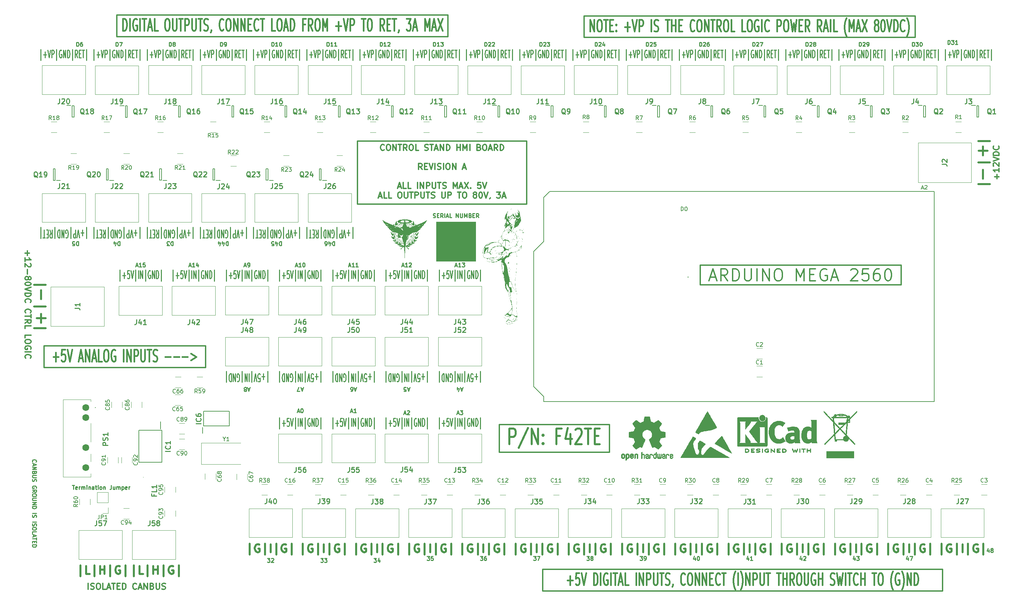
<source format=gbr>
%TF.GenerationSoftware,KiCad,Pcbnew,9.0.1*%
%TF.CreationDate,2025-04-13T16:26:26-07:00*%
%TF.ProjectId,HMI,484d492e-6b69-4636-9164-5f7063625858,rev?*%
%TF.SameCoordinates,Original*%
%TF.FileFunction,Legend,Top*%
%TF.FilePolarity,Positive*%
%FSLAX46Y46*%
G04 Gerber Fmt 4.6, Leading zero omitted, Abs format (unit mm)*
G04 Created by KiCad (PCBNEW 9.0.1) date 2025-04-13 16:26:26*
%MOMM*%
%LPD*%
G01*
G04 APERTURE LIST*
%ADD10C,0.437500*%
%ADD11C,0.300000*%
%ADD12C,0.250000*%
%ADD13C,0.500000*%
%ADD14C,0.100000*%
%ADD15C,0.254000*%
%ADD16C,0.150000*%
%ADD17C,0.010000*%
%ADD18C,0.000000*%
%ADD19C,0.200000*%
%ADD20C,0.120000*%
%ADD21C,1.725000*%
G04 APERTURE END LIST*
D10*
X169083336Y-30222607D02*
X169083336Y-27222607D01*
X169083336Y-27222607D02*
X170083336Y-30222607D01*
X170083336Y-30222607D02*
X170083336Y-27222607D01*
X171250003Y-27222607D02*
X171583336Y-27222607D01*
X171583336Y-27222607D02*
X171750003Y-27365464D01*
X171750003Y-27365464D02*
X171916669Y-27651178D01*
X171916669Y-27651178D02*
X172000003Y-28222607D01*
X172000003Y-28222607D02*
X172000003Y-29222607D01*
X172000003Y-29222607D02*
X171916669Y-29794035D01*
X171916669Y-29794035D02*
X171750003Y-30079750D01*
X171750003Y-30079750D02*
X171583336Y-30222607D01*
X171583336Y-30222607D02*
X171250003Y-30222607D01*
X171250003Y-30222607D02*
X171083336Y-30079750D01*
X171083336Y-30079750D02*
X170916669Y-29794035D01*
X170916669Y-29794035D02*
X170833336Y-29222607D01*
X170833336Y-29222607D02*
X170833336Y-28222607D01*
X170833336Y-28222607D02*
X170916669Y-27651178D01*
X170916669Y-27651178D02*
X171083336Y-27365464D01*
X171083336Y-27365464D02*
X171250003Y-27222607D01*
X172500002Y-27222607D02*
X173500002Y-27222607D01*
X173000002Y-30222607D02*
X173000002Y-27222607D01*
X174083335Y-28651178D02*
X174666669Y-28651178D01*
X174916669Y-30222607D02*
X174083335Y-30222607D01*
X174083335Y-30222607D02*
X174083335Y-27222607D01*
X174083335Y-27222607D02*
X174916669Y-27222607D01*
X175666668Y-29936892D02*
X175750002Y-30079750D01*
X175750002Y-30079750D02*
X175666668Y-30222607D01*
X175666668Y-30222607D02*
X175583335Y-30079750D01*
X175583335Y-30079750D02*
X175666668Y-29936892D01*
X175666668Y-29936892D02*
X175666668Y-30222607D01*
X175666668Y-28365464D02*
X175750002Y-28508321D01*
X175750002Y-28508321D02*
X175666668Y-28651178D01*
X175666668Y-28651178D02*
X175583335Y-28508321D01*
X175583335Y-28508321D02*
X175666668Y-28365464D01*
X175666668Y-28365464D02*
X175666668Y-28651178D01*
X177833334Y-29079750D02*
X179166668Y-29079750D01*
X178500001Y-30222607D02*
X178500001Y-27936892D01*
X179750001Y-27222607D02*
X180333335Y-30222607D01*
X180333335Y-30222607D02*
X180916668Y-27222607D01*
X181500001Y-30222607D02*
X181500001Y-27222607D01*
X181500001Y-27222607D02*
X182166668Y-27222607D01*
X182166668Y-27222607D02*
X182333335Y-27365464D01*
X182333335Y-27365464D02*
X182416668Y-27508321D01*
X182416668Y-27508321D02*
X182500001Y-27794035D01*
X182500001Y-27794035D02*
X182500001Y-28222607D01*
X182500001Y-28222607D02*
X182416668Y-28508321D01*
X182416668Y-28508321D02*
X182333335Y-28651178D01*
X182333335Y-28651178D02*
X182166668Y-28794035D01*
X182166668Y-28794035D02*
X181500001Y-28794035D01*
X184583334Y-30222607D02*
X184583334Y-27222607D01*
X185333334Y-30079750D02*
X185583334Y-30222607D01*
X185583334Y-30222607D02*
X186000001Y-30222607D01*
X186000001Y-30222607D02*
X186166667Y-30079750D01*
X186166667Y-30079750D02*
X186250001Y-29936892D01*
X186250001Y-29936892D02*
X186333334Y-29651178D01*
X186333334Y-29651178D02*
X186333334Y-29365464D01*
X186333334Y-29365464D02*
X186250001Y-29079750D01*
X186250001Y-29079750D02*
X186166667Y-28936892D01*
X186166667Y-28936892D02*
X186000001Y-28794035D01*
X186000001Y-28794035D02*
X185666667Y-28651178D01*
X185666667Y-28651178D02*
X185500001Y-28508321D01*
X185500001Y-28508321D02*
X185416667Y-28365464D01*
X185416667Y-28365464D02*
X185333334Y-28079750D01*
X185333334Y-28079750D02*
X185333334Y-27794035D01*
X185333334Y-27794035D02*
X185416667Y-27508321D01*
X185416667Y-27508321D02*
X185500001Y-27365464D01*
X185500001Y-27365464D02*
X185666667Y-27222607D01*
X185666667Y-27222607D02*
X186083334Y-27222607D01*
X186083334Y-27222607D02*
X186333334Y-27365464D01*
X188166667Y-27222607D02*
X189166667Y-27222607D01*
X188666667Y-30222607D02*
X188666667Y-27222607D01*
X189750000Y-30222607D02*
X189750000Y-27222607D01*
X189750000Y-28651178D02*
X190750000Y-28651178D01*
X190750000Y-30222607D02*
X190750000Y-27222607D01*
X191583333Y-28651178D02*
X192166667Y-28651178D01*
X192416667Y-30222607D02*
X191583333Y-30222607D01*
X191583333Y-30222607D02*
X191583333Y-27222607D01*
X191583333Y-27222607D02*
X192416667Y-27222607D01*
X195499999Y-29936892D02*
X195416666Y-30079750D01*
X195416666Y-30079750D02*
X195166666Y-30222607D01*
X195166666Y-30222607D02*
X194999999Y-30222607D01*
X194999999Y-30222607D02*
X194749999Y-30079750D01*
X194749999Y-30079750D02*
X194583333Y-29794035D01*
X194583333Y-29794035D02*
X194499999Y-29508321D01*
X194499999Y-29508321D02*
X194416666Y-28936892D01*
X194416666Y-28936892D02*
X194416666Y-28508321D01*
X194416666Y-28508321D02*
X194499999Y-27936892D01*
X194499999Y-27936892D02*
X194583333Y-27651178D01*
X194583333Y-27651178D02*
X194749999Y-27365464D01*
X194749999Y-27365464D02*
X194999999Y-27222607D01*
X194999999Y-27222607D02*
X195166666Y-27222607D01*
X195166666Y-27222607D02*
X195416666Y-27365464D01*
X195416666Y-27365464D02*
X195499999Y-27508321D01*
X196583333Y-27222607D02*
X196916666Y-27222607D01*
X196916666Y-27222607D02*
X197083333Y-27365464D01*
X197083333Y-27365464D02*
X197249999Y-27651178D01*
X197249999Y-27651178D02*
X197333333Y-28222607D01*
X197333333Y-28222607D02*
X197333333Y-29222607D01*
X197333333Y-29222607D02*
X197249999Y-29794035D01*
X197249999Y-29794035D02*
X197083333Y-30079750D01*
X197083333Y-30079750D02*
X196916666Y-30222607D01*
X196916666Y-30222607D02*
X196583333Y-30222607D01*
X196583333Y-30222607D02*
X196416666Y-30079750D01*
X196416666Y-30079750D02*
X196249999Y-29794035D01*
X196249999Y-29794035D02*
X196166666Y-29222607D01*
X196166666Y-29222607D02*
X196166666Y-28222607D01*
X196166666Y-28222607D02*
X196249999Y-27651178D01*
X196249999Y-27651178D02*
X196416666Y-27365464D01*
X196416666Y-27365464D02*
X196583333Y-27222607D01*
X198083332Y-30222607D02*
X198083332Y-27222607D01*
X198083332Y-27222607D02*
X199083332Y-30222607D01*
X199083332Y-30222607D02*
X199083332Y-27222607D01*
X199666665Y-27222607D02*
X200666665Y-27222607D01*
X200166665Y-30222607D02*
X200166665Y-27222607D01*
X202249998Y-30222607D02*
X201666665Y-28794035D01*
X201249998Y-30222607D02*
X201249998Y-27222607D01*
X201249998Y-27222607D02*
X201916665Y-27222607D01*
X201916665Y-27222607D02*
X202083332Y-27365464D01*
X202083332Y-27365464D02*
X202166665Y-27508321D01*
X202166665Y-27508321D02*
X202249998Y-27794035D01*
X202249998Y-27794035D02*
X202249998Y-28222607D01*
X202249998Y-28222607D02*
X202166665Y-28508321D01*
X202166665Y-28508321D02*
X202083332Y-28651178D01*
X202083332Y-28651178D02*
X201916665Y-28794035D01*
X201916665Y-28794035D02*
X201249998Y-28794035D01*
X203333332Y-27222607D02*
X203666665Y-27222607D01*
X203666665Y-27222607D02*
X203833332Y-27365464D01*
X203833332Y-27365464D02*
X203999998Y-27651178D01*
X203999998Y-27651178D02*
X204083332Y-28222607D01*
X204083332Y-28222607D02*
X204083332Y-29222607D01*
X204083332Y-29222607D02*
X203999998Y-29794035D01*
X203999998Y-29794035D02*
X203833332Y-30079750D01*
X203833332Y-30079750D02*
X203666665Y-30222607D01*
X203666665Y-30222607D02*
X203333332Y-30222607D01*
X203333332Y-30222607D02*
X203166665Y-30079750D01*
X203166665Y-30079750D02*
X202999998Y-29794035D01*
X202999998Y-29794035D02*
X202916665Y-29222607D01*
X202916665Y-29222607D02*
X202916665Y-28222607D01*
X202916665Y-28222607D02*
X202999998Y-27651178D01*
X202999998Y-27651178D02*
X203166665Y-27365464D01*
X203166665Y-27365464D02*
X203333332Y-27222607D01*
X205666665Y-30222607D02*
X204833331Y-30222607D01*
X204833331Y-30222607D02*
X204833331Y-27222607D01*
X208416665Y-30222607D02*
X207583331Y-30222607D01*
X207583331Y-30222607D02*
X207583331Y-27222607D01*
X209333332Y-27222607D02*
X209666665Y-27222607D01*
X209666665Y-27222607D02*
X209833332Y-27365464D01*
X209833332Y-27365464D02*
X209999998Y-27651178D01*
X209999998Y-27651178D02*
X210083332Y-28222607D01*
X210083332Y-28222607D02*
X210083332Y-29222607D01*
X210083332Y-29222607D02*
X209999998Y-29794035D01*
X209999998Y-29794035D02*
X209833332Y-30079750D01*
X209833332Y-30079750D02*
X209666665Y-30222607D01*
X209666665Y-30222607D02*
X209333332Y-30222607D01*
X209333332Y-30222607D02*
X209166665Y-30079750D01*
X209166665Y-30079750D02*
X208999998Y-29794035D01*
X208999998Y-29794035D02*
X208916665Y-29222607D01*
X208916665Y-29222607D02*
X208916665Y-28222607D01*
X208916665Y-28222607D02*
X208999998Y-27651178D01*
X208999998Y-27651178D02*
X209166665Y-27365464D01*
X209166665Y-27365464D02*
X209333332Y-27222607D01*
X211749998Y-27365464D02*
X211583331Y-27222607D01*
X211583331Y-27222607D02*
X211333331Y-27222607D01*
X211333331Y-27222607D02*
X211083331Y-27365464D01*
X211083331Y-27365464D02*
X210916665Y-27651178D01*
X210916665Y-27651178D02*
X210833331Y-27936892D01*
X210833331Y-27936892D02*
X210749998Y-28508321D01*
X210749998Y-28508321D02*
X210749998Y-28936892D01*
X210749998Y-28936892D02*
X210833331Y-29508321D01*
X210833331Y-29508321D02*
X210916665Y-29794035D01*
X210916665Y-29794035D02*
X211083331Y-30079750D01*
X211083331Y-30079750D02*
X211333331Y-30222607D01*
X211333331Y-30222607D02*
X211499998Y-30222607D01*
X211499998Y-30222607D02*
X211749998Y-30079750D01*
X211749998Y-30079750D02*
X211833331Y-29936892D01*
X211833331Y-29936892D02*
X211833331Y-28936892D01*
X211833331Y-28936892D02*
X211499998Y-28936892D01*
X212583331Y-30222607D02*
X212583331Y-27222607D01*
X214416664Y-29936892D02*
X214333331Y-30079750D01*
X214333331Y-30079750D02*
X214083331Y-30222607D01*
X214083331Y-30222607D02*
X213916664Y-30222607D01*
X213916664Y-30222607D02*
X213666664Y-30079750D01*
X213666664Y-30079750D02*
X213499998Y-29794035D01*
X213499998Y-29794035D02*
X213416664Y-29508321D01*
X213416664Y-29508321D02*
X213333331Y-28936892D01*
X213333331Y-28936892D02*
X213333331Y-28508321D01*
X213333331Y-28508321D02*
X213416664Y-27936892D01*
X213416664Y-27936892D02*
X213499998Y-27651178D01*
X213499998Y-27651178D02*
X213666664Y-27365464D01*
X213666664Y-27365464D02*
X213916664Y-27222607D01*
X213916664Y-27222607D02*
X214083331Y-27222607D01*
X214083331Y-27222607D02*
X214333331Y-27365464D01*
X214333331Y-27365464D02*
X214416664Y-27508321D01*
X216499997Y-30222607D02*
X216499997Y-27222607D01*
X216499997Y-27222607D02*
X217166664Y-27222607D01*
X217166664Y-27222607D02*
X217333331Y-27365464D01*
X217333331Y-27365464D02*
X217416664Y-27508321D01*
X217416664Y-27508321D02*
X217499997Y-27794035D01*
X217499997Y-27794035D02*
X217499997Y-28222607D01*
X217499997Y-28222607D02*
X217416664Y-28508321D01*
X217416664Y-28508321D02*
X217333331Y-28651178D01*
X217333331Y-28651178D02*
X217166664Y-28794035D01*
X217166664Y-28794035D02*
X216499997Y-28794035D01*
X218583331Y-27222607D02*
X218916664Y-27222607D01*
X218916664Y-27222607D02*
X219083331Y-27365464D01*
X219083331Y-27365464D02*
X219249997Y-27651178D01*
X219249997Y-27651178D02*
X219333331Y-28222607D01*
X219333331Y-28222607D02*
X219333331Y-29222607D01*
X219333331Y-29222607D02*
X219249997Y-29794035D01*
X219249997Y-29794035D02*
X219083331Y-30079750D01*
X219083331Y-30079750D02*
X218916664Y-30222607D01*
X218916664Y-30222607D02*
X218583331Y-30222607D01*
X218583331Y-30222607D02*
X218416664Y-30079750D01*
X218416664Y-30079750D02*
X218249997Y-29794035D01*
X218249997Y-29794035D02*
X218166664Y-29222607D01*
X218166664Y-29222607D02*
X218166664Y-28222607D01*
X218166664Y-28222607D02*
X218249997Y-27651178D01*
X218249997Y-27651178D02*
X218416664Y-27365464D01*
X218416664Y-27365464D02*
X218583331Y-27222607D01*
X219916664Y-27222607D02*
X220333330Y-30222607D01*
X220333330Y-30222607D02*
X220666664Y-28079750D01*
X220666664Y-28079750D02*
X220999997Y-30222607D01*
X220999997Y-30222607D02*
X221416664Y-27222607D01*
X222083330Y-28651178D02*
X222666664Y-28651178D01*
X222916664Y-30222607D02*
X222083330Y-30222607D01*
X222083330Y-30222607D02*
X222083330Y-27222607D01*
X222083330Y-27222607D02*
X222916664Y-27222607D01*
X224666663Y-30222607D02*
X224083330Y-28794035D01*
X223666663Y-30222607D02*
X223666663Y-27222607D01*
X223666663Y-27222607D02*
X224333330Y-27222607D01*
X224333330Y-27222607D02*
X224499997Y-27365464D01*
X224499997Y-27365464D02*
X224583330Y-27508321D01*
X224583330Y-27508321D02*
X224666663Y-27794035D01*
X224666663Y-27794035D02*
X224666663Y-28222607D01*
X224666663Y-28222607D02*
X224583330Y-28508321D01*
X224583330Y-28508321D02*
X224499997Y-28651178D01*
X224499997Y-28651178D02*
X224333330Y-28794035D01*
X224333330Y-28794035D02*
X223666663Y-28794035D01*
X227749996Y-30222607D02*
X227166663Y-28794035D01*
X226749996Y-30222607D02*
X226749996Y-27222607D01*
X226749996Y-27222607D02*
X227416663Y-27222607D01*
X227416663Y-27222607D02*
X227583330Y-27365464D01*
X227583330Y-27365464D02*
X227666663Y-27508321D01*
X227666663Y-27508321D02*
X227749996Y-27794035D01*
X227749996Y-27794035D02*
X227749996Y-28222607D01*
X227749996Y-28222607D02*
X227666663Y-28508321D01*
X227666663Y-28508321D02*
X227583330Y-28651178D01*
X227583330Y-28651178D02*
X227416663Y-28794035D01*
X227416663Y-28794035D02*
X226749996Y-28794035D01*
X228416663Y-29365464D02*
X229249996Y-29365464D01*
X228249996Y-30222607D02*
X228833330Y-27222607D01*
X228833330Y-27222607D02*
X229416663Y-30222607D01*
X229999996Y-30222607D02*
X229999996Y-27222607D01*
X231666663Y-30222607D02*
X230833329Y-30222607D01*
X230833329Y-30222607D02*
X230833329Y-27222607D01*
X234083329Y-31365464D02*
X233999996Y-31222607D01*
X233999996Y-31222607D02*
X233833329Y-30794035D01*
X233833329Y-30794035D02*
X233749996Y-30508321D01*
X233749996Y-30508321D02*
X233666663Y-30079750D01*
X233666663Y-30079750D02*
X233583329Y-29365464D01*
X233583329Y-29365464D02*
X233583329Y-28794035D01*
X233583329Y-28794035D02*
X233666663Y-28079750D01*
X233666663Y-28079750D02*
X233749996Y-27651178D01*
X233749996Y-27651178D02*
X233833329Y-27365464D01*
X233833329Y-27365464D02*
X233999996Y-26936892D01*
X233999996Y-26936892D02*
X234083329Y-26794035D01*
X234749996Y-30222607D02*
X234749996Y-27222607D01*
X234749996Y-27222607D02*
X235333330Y-29365464D01*
X235333330Y-29365464D02*
X235916663Y-27222607D01*
X235916663Y-27222607D02*
X235916663Y-30222607D01*
X236666663Y-29365464D02*
X237499996Y-29365464D01*
X236499996Y-30222607D02*
X237083330Y-27222607D01*
X237083330Y-27222607D02*
X237666663Y-30222607D01*
X238083330Y-27222607D02*
X239249996Y-30222607D01*
X239249996Y-27222607D02*
X238083330Y-30222607D01*
X241499996Y-28508321D02*
X241333330Y-28365464D01*
X241333330Y-28365464D02*
X241249996Y-28222607D01*
X241249996Y-28222607D02*
X241166663Y-27936892D01*
X241166663Y-27936892D02*
X241166663Y-27794035D01*
X241166663Y-27794035D02*
X241249996Y-27508321D01*
X241249996Y-27508321D02*
X241333330Y-27365464D01*
X241333330Y-27365464D02*
X241499996Y-27222607D01*
X241499996Y-27222607D02*
X241833330Y-27222607D01*
X241833330Y-27222607D02*
X241999996Y-27365464D01*
X241999996Y-27365464D02*
X242083330Y-27508321D01*
X242083330Y-27508321D02*
X242166663Y-27794035D01*
X242166663Y-27794035D02*
X242166663Y-27936892D01*
X242166663Y-27936892D02*
X242083330Y-28222607D01*
X242083330Y-28222607D02*
X241999996Y-28365464D01*
X241999996Y-28365464D02*
X241833330Y-28508321D01*
X241833330Y-28508321D02*
X241499996Y-28508321D01*
X241499996Y-28508321D02*
X241333330Y-28651178D01*
X241333330Y-28651178D02*
X241249996Y-28794035D01*
X241249996Y-28794035D02*
X241166663Y-29079750D01*
X241166663Y-29079750D02*
X241166663Y-29651178D01*
X241166663Y-29651178D02*
X241249996Y-29936892D01*
X241249996Y-29936892D02*
X241333330Y-30079750D01*
X241333330Y-30079750D02*
X241499996Y-30222607D01*
X241499996Y-30222607D02*
X241833330Y-30222607D01*
X241833330Y-30222607D02*
X241999996Y-30079750D01*
X241999996Y-30079750D02*
X242083330Y-29936892D01*
X242083330Y-29936892D02*
X242166663Y-29651178D01*
X242166663Y-29651178D02*
X242166663Y-29079750D01*
X242166663Y-29079750D02*
X242083330Y-28794035D01*
X242083330Y-28794035D02*
X241999996Y-28651178D01*
X241999996Y-28651178D02*
X241833330Y-28508321D01*
X243249997Y-27222607D02*
X243416663Y-27222607D01*
X243416663Y-27222607D02*
X243583330Y-27365464D01*
X243583330Y-27365464D02*
X243666663Y-27508321D01*
X243666663Y-27508321D02*
X243749997Y-27794035D01*
X243749997Y-27794035D02*
X243833330Y-28365464D01*
X243833330Y-28365464D02*
X243833330Y-29079750D01*
X243833330Y-29079750D02*
X243749997Y-29651178D01*
X243749997Y-29651178D02*
X243666663Y-29936892D01*
X243666663Y-29936892D02*
X243583330Y-30079750D01*
X243583330Y-30079750D02*
X243416663Y-30222607D01*
X243416663Y-30222607D02*
X243249997Y-30222607D01*
X243249997Y-30222607D02*
X243083330Y-30079750D01*
X243083330Y-30079750D02*
X242999997Y-29936892D01*
X242999997Y-29936892D02*
X242916663Y-29651178D01*
X242916663Y-29651178D02*
X242833330Y-29079750D01*
X242833330Y-29079750D02*
X242833330Y-28365464D01*
X242833330Y-28365464D02*
X242916663Y-27794035D01*
X242916663Y-27794035D02*
X242999997Y-27508321D01*
X242999997Y-27508321D02*
X243083330Y-27365464D01*
X243083330Y-27365464D02*
X243249997Y-27222607D01*
X244333330Y-27222607D02*
X244916664Y-30222607D01*
X244916664Y-30222607D02*
X245499997Y-27222607D01*
X246083330Y-30222607D02*
X246083330Y-27222607D01*
X246083330Y-27222607D02*
X246499997Y-27222607D01*
X246499997Y-27222607D02*
X246749997Y-27365464D01*
X246749997Y-27365464D02*
X246916664Y-27651178D01*
X246916664Y-27651178D02*
X246999997Y-27936892D01*
X246999997Y-27936892D02*
X247083330Y-28508321D01*
X247083330Y-28508321D02*
X247083330Y-28936892D01*
X247083330Y-28936892D02*
X246999997Y-29508321D01*
X246999997Y-29508321D02*
X246916664Y-29794035D01*
X246916664Y-29794035D02*
X246749997Y-30079750D01*
X246749997Y-30079750D02*
X246499997Y-30222607D01*
X246499997Y-30222607D02*
X246083330Y-30222607D01*
X248833330Y-29936892D02*
X248749997Y-30079750D01*
X248749997Y-30079750D02*
X248499997Y-30222607D01*
X248499997Y-30222607D02*
X248333330Y-30222607D01*
X248333330Y-30222607D02*
X248083330Y-30079750D01*
X248083330Y-30079750D02*
X247916664Y-29794035D01*
X247916664Y-29794035D02*
X247833330Y-29508321D01*
X247833330Y-29508321D02*
X247749997Y-28936892D01*
X247749997Y-28936892D02*
X247749997Y-28508321D01*
X247749997Y-28508321D02*
X247833330Y-27936892D01*
X247833330Y-27936892D02*
X247916664Y-27651178D01*
X247916664Y-27651178D02*
X248083330Y-27365464D01*
X248083330Y-27365464D02*
X248333330Y-27222607D01*
X248333330Y-27222607D02*
X248499997Y-27222607D01*
X248499997Y-27222607D02*
X248749997Y-27365464D01*
X248749997Y-27365464D02*
X248833330Y-27508321D01*
X249416664Y-31365464D02*
X249499997Y-31222607D01*
X249499997Y-31222607D02*
X249666664Y-30794035D01*
X249666664Y-30794035D02*
X249749997Y-30508321D01*
X249749997Y-30508321D02*
X249833330Y-30079750D01*
X249833330Y-30079750D02*
X249916664Y-29365464D01*
X249916664Y-29365464D02*
X249916664Y-28794035D01*
X249916664Y-28794035D02*
X249833330Y-28079750D01*
X249833330Y-28079750D02*
X249749997Y-27651178D01*
X249749997Y-27651178D02*
X249666664Y-27365464D01*
X249666664Y-27365464D02*
X249499997Y-26936892D01*
X249499997Y-26936892D02*
X249416664Y-26794035D01*
D11*
X167500000Y-26250000D02*
X251500000Y-26250000D01*
X251500000Y-31750000D01*
X167500000Y-31750000D01*
X167500000Y-26250000D01*
D10*
X50541670Y-29972607D02*
X50541670Y-26972607D01*
X50541670Y-26972607D02*
X50958337Y-26972607D01*
X50958337Y-26972607D02*
X51208337Y-27115464D01*
X51208337Y-27115464D02*
X51375004Y-27401178D01*
X51375004Y-27401178D02*
X51458337Y-27686892D01*
X51458337Y-27686892D02*
X51541670Y-28258321D01*
X51541670Y-28258321D02*
X51541670Y-28686892D01*
X51541670Y-28686892D02*
X51458337Y-29258321D01*
X51458337Y-29258321D02*
X51375004Y-29544035D01*
X51375004Y-29544035D02*
X51208337Y-29829750D01*
X51208337Y-29829750D02*
X50958337Y-29972607D01*
X50958337Y-29972607D02*
X50541670Y-29972607D01*
X52291670Y-29972607D02*
X52291670Y-26972607D01*
X54041670Y-27115464D02*
X53875003Y-26972607D01*
X53875003Y-26972607D02*
X53625003Y-26972607D01*
X53625003Y-26972607D02*
X53375003Y-27115464D01*
X53375003Y-27115464D02*
X53208337Y-27401178D01*
X53208337Y-27401178D02*
X53125003Y-27686892D01*
X53125003Y-27686892D02*
X53041670Y-28258321D01*
X53041670Y-28258321D02*
X53041670Y-28686892D01*
X53041670Y-28686892D02*
X53125003Y-29258321D01*
X53125003Y-29258321D02*
X53208337Y-29544035D01*
X53208337Y-29544035D02*
X53375003Y-29829750D01*
X53375003Y-29829750D02*
X53625003Y-29972607D01*
X53625003Y-29972607D02*
X53791670Y-29972607D01*
X53791670Y-29972607D02*
X54041670Y-29829750D01*
X54041670Y-29829750D02*
X54125003Y-29686892D01*
X54125003Y-29686892D02*
X54125003Y-28686892D01*
X54125003Y-28686892D02*
X53791670Y-28686892D01*
X54875003Y-29972607D02*
X54875003Y-26972607D01*
X55458336Y-26972607D02*
X56458336Y-26972607D01*
X55958336Y-29972607D02*
X55958336Y-26972607D01*
X56958336Y-29115464D02*
X57791669Y-29115464D01*
X56791669Y-29972607D02*
X57375003Y-26972607D01*
X57375003Y-26972607D02*
X57958336Y-29972607D01*
X59375003Y-29972607D02*
X58541669Y-29972607D01*
X58541669Y-29972607D02*
X58541669Y-26972607D01*
X61625003Y-26972607D02*
X61958336Y-26972607D01*
X61958336Y-26972607D02*
X62125003Y-27115464D01*
X62125003Y-27115464D02*
X62291669Y-27401178D01*
X62291669Y-27401178D02*
X62375003Y-27972607D01*
X62375003Y-27972607D02*
X62375003Y-28972607D01*
X62375003Y-28972607D02*
X62291669Y-29544035D01*
X62291669Y-29544035D02*
X62125003Y-29829750D01*
X62125003Y-29829750D02*
X61958336Y-29972607D01*
X61958336Y-29972607D02*
X61625003Y-29972607D01*
X61625003Y-29972607D02*
X61458336Y-29829750D01*
X61458336Y-29829750D02*
X61291669Y-29544035D01*
X61291669Y-29544035D02*
X61208336Y-28972607D01*
X61208336Y-28972607D02*
X61208336Y-27972607D01*
X61208336Y-27972607D02*
X61291669Y-27401178D01*
X61291669Y-27401178D02*
X61458336Y-27115464D01*
X61458336Y-27115464D02*
X61625003Y-26972607D01*
X63125002Y-26972607D02*
X63125002Y-29401178D01*
X63125002Y-29401178D02*
X63208336Y-29686892D01*
X63208336Y-29686892D02*
X63291669Y-29829750D01*
X63291669Y-29829750D02*
X63458336Y-29972607D01*
X63458336Y-29972607D02*
X63791669Y-29972607D01*
X63791669Y-29972607D02*
X63958336Y-29829750D01*
X63958336Y-29829750D02*
X64041669Y-29686892D01*
X64041669Y-29686892D02*
X64125002Y-29401178D01*
X64125002Y-29401178D02*
X64125002Y-26972607D01*
X64708335Y-26972607D02*
X65708335Y-26972607D01*
X65208335Y-29972607D02*
X65208335Y-26972607D01*
X66291668Y-29972607D02*
X66291668Y-26972607D01*
X66291668Y-26972607D02*
X66958335Y-26972607D01*
X66958335Y-26972607D02*
X67125002Y-27115464D01*
X67125002Y-27115464D02*
X67208335Y-27258321D01*
X67208335Y-27258321D02*
X67291668Y-27544035D01*
X67291668Y-27544035D02*
X67291668Y-27972607D01*
X67291668Y-27972607D02*
X67208335Y-28258321D01*
X67208335Y-28258321D02*
X67125002Y-28401178D01*
X67125002Y-28401178D02*
X66958335Y-28544035D01*
X66958335Y-28544035D02*
X66291668Y-28544035D01*
X68041668Y-26972607D02*
X68041668Y-29401178D01*
X68041668Y-29401178D02*
X68125002Y-29686892D01*
X68125002Y-29686892D02*
X68208335Y-29829750D01*
X68208335Y-29829750D02*
X68375002Y-29972607D01*
X68375002Y-29972607D02*
X68708335Y-29972607D01*
X68708335Y-29972607D02*
X68875002Y-29829750D01*
X68875002Y-29829750D02*
X68958335Y-29686892D01*
X68958335Y-29686892D02*
X69041668Y-29401178D01*
X69041668Y-29401178D02*
X69041668Y-26972607D01*
X69625001Y-26972607D02*
X70625001Y-26972607D01*
X70125001Y-29972607D02*
X70125001Y-26972607D01*
X71125001Y-29829750D02*
X71375001Y-29972607D01*
X71375001Y-29972607D02*
X71791668Y-29972607D01*
X71791668Y-29972607D02*
X71958334Y-29829750D01*
X71958334Y-29829750D02*
X72041668Y-29686892D01*
X72041668Y-29686892D02*
X72125001Y-29401178D01*
X72125001Y-29401178D02*
X72125001Y-29115464D01*
X72125001Y-29115464D02*
X72041668Y-28829750D01*
X72041668Y-28829750D02*
X71958334Y-28686892D01*
X71958334Y-28686892D02*
X71791668Y-28544035D01*
X71791668Y-28544035D02*
X71458334Y-28401178D01*
X71458334Y-28401178D02*
X71291668Y-28258321D01*
X71291668Y-28258321D02*
X71208334Y-28115464D01*
X71208334Y-28115464D02*
X71125001Y-27829750D01*
X71125001Y-27829750D02*
X71125001Y-27544035D01*
X71125001Y-27544035D02*
X71208334Y-27258321D01*
X71208334Y-27258321D02*
X71291668Y-27115464D01*
X71291668Y-27115464D02*
X71458334Y-26972607D01*
X71458334Y-26972607D02*
X71875001Y-26972607D01*
X71875001Y-26972607D02*
X72125001Y-27115464D01*
X72958335Y-29829750D02*
X72958335Y-29972607D01*
X72958335Y-29972607D02*
X72875001Y-30258321D01*
X72875001Y-30258321D02*
X72791668Y-30401178D01*
X76041667Y-29686892D02*
X75958334Y-29829750D01*
X75958334Y-29829750D02*
X75708334Y-29972607D01*
X75708334Y-29972607D02*
X75541667Y-29972607D01*
X75541667Y-29972607D02*
X75291667Y-29829750D01*
X75291667Y-29829750D02*
X75125001Y-29544035D01*
X75125001Y-29544035D02*
X75041667Y-29258321D01*
X75041667Y-29258321D02*
X74958334Y-28686892D01*
X74958334Y-28686892D02*
X74958334Y-28258321D01*
X74958334Y-28258321D02*
X75041667Y-27686892D01*
X75041667Y-27686892D02*
X75125001Y-27401178D01*
X75125001Y-27401178D02*
X75291667Y-27115464D01*
X75291667Y-27115464D02*
X75541667Y-26972607D01*
X75541667Y-26972607D02*
X75708334Y-26972607D01*
X75708334Y-26972607D02*
X75958334Y-27115464D01*
X75958334Y-27115464D02*
X76041667Y-27258321D01*
X77125001Y-26972607D02*
X77458334Y-26972607D01*
X77458334Y-26972607D02*
X77625001Y-27115464D01*
X77625001Y-27115464D02*
X77791667Y-27401178D01*
X77791667Y-27401178D02*
X77875001Y-27972607D01*
X77875001Y-27972607D02*
X77875001Y-28972607D01*
X77875001Y-28972607D02*
X77791667Y-29544035D01*
X77791667Y-29544035D02*
X77625001Y-29829750D01*
X77625001Y-29829750D02*
X77458334Y-29972607D01*
X77458334Y-29972607D02*
X77125001Y-29972607D01*
X77125001Y-29972607D02*
X76958334Y-29829750D01*
X76958334Y-29829750D02*
X76791667Y-29544035D01*
X76791667Y-29544035D02*
X76708334Y-28972607D01*
X76708334Y-28972607D02*
X76708334Y-27972607D01*
X76708334Y-27972607D02*
X76791667Y-27401178D01*
X76791667Y-27401178D02*
X76958334Y-27115464D01*
X76958334Y-27115464D02*
X77125001Y-26972607D01*
X78625000Y-29972607D02*
X78625000Y-26972607D01*
X78625000Y-26972607D02*
X79625000Y-29972607D01*
X79625000Y-29972607D02*
X79625000Y-26972607D01*
X80458333Y-29972607D02*
X80458333Y-26972607D01*
X80458333Y-26972607D02*
X81458333Y-29972607D01*
X81458333Y-29972607D02*
X81458333Y-26972607D01*
X82291666Y-28401178D02*
X82875000Y-28401178D01*
X83125000Y-29972607D02*
X82291666Y-29972607D01*
X82291666Y-29972607D02*
X82291666Y-26972607D01*
X82291666Y-26972607D02*
X83125000Y-26972607D01*
X84874999Y-29686892D02*
X84791666Y-29829750D01*
X84791666Y-29829750D02*
X84541666Y-29972607D01*
X84541666Y-29972607D02*
X84374999Y-29972607D01*
X84374999Y-29972607D02*
X84124999Y-29829750D01*
X84124999Y-29829750D02*
X83958333Y-29544035D01*
X83958333Y-29544035D02*
X83874999Y-29258321D01*
X83874999Y-29258321D02*
X83791666Y-28686892D01*
X83791666Y-28686892D02*
X83791666Y-28258321D01*
X83791666Y-28258321D02*
X83874999Y-27686892D01*
X83874999Y-27686892D02*
X83958333Y-27401178D01*
X83958333Y-27401178D02*
X84124999Y-27115464D01*
X84124999Y-27115464D02*
X84374999Y-26972607D01*
X84374999Y-26972607D02*
X84541666Y-26972607D01*
X84541666Y-26972607D02*
X84791666Y-27115464D01*
X84791666Y-27115464D02*
X84874999Y-27258321D01*
X85374999Y-26972607D02*
X86374999Y-26972607D01*
X85874999Y-29972607D02*
X85874999Y-26972607D01*
X89124999Y-29972607D02*
X88291665Y-29972607D01*
X88291665Y-29972607D02*
X88291665Y-26972607D01*
X90041666Y-26972607D02*
X90374999Y-26972607D01*
X90374999Y-26972607D02*
X90541666Y-27115464D01*
X90541666Y-27115464D02*
X90708332Y-27401178D01*
X90708332Y-27401178D02*
X90791666Y-27972607D01*
X90791666Y-27972607D02*
X90791666Y-28972607D01*
X90791666Y-28972607D02*
X90708332Y-29544035D01*
X90708332Y-29544035D02*
X90541666Y-29829750D01*
X90541666Y-29829750D02*
X90374999Y-29972607D01*
X90374999Y-29972607D02*
X90041666Y-29972607D01*
X90041666Y-29972607D02*
X89874999Y-29829750D01*
X89874999Y-29829750D02*
X89708332Y-29544035D01*
X89708332Y-29544035D02*
X89624999Y-28972607D01*
X89624999Y-28972607D02*
X89624999Y-27972607D01*
X89624999Y-27972607D02*
X89708332Y-27401178D01*
X89708332Y-27401178D02*
X89874999Y-27115464D01*
X89874999Y-27115464D02*
X90041666Y-26972607D01*
X91458332Y-29115464D02*
X92291665Y-29115464D01*
X91291665Y-29972607D02*
X91874999Y-26972607D01*
X91874999Y-26972607D02*
X92458332Y-29972607D01*
X93041665Y-29972607D02*
X93041665Y-26972607D01*
X93041665Y-26972607D02*
X93458332Y-26972607D01*
X93458332Y-26972607D02*
X93708332Y-27115464D01*
X93708332Y-27115464D02*
X93874999Y-27401178D01*
X93874999Y-27401178D02*
X93958332Y-27686892D01*
X93958332Y-27686892D02*
X94041665Y-28258321D01*
X94041665Y-28258321D02*
X94041665Y-28686892D01*
X94041665Y-28686892D02*
X93958332Y-29258321D01*
X93958332Y-29258321D02*
X93874999Y-29544035D01*
X93874999Y-29544035D02*
X93708332Y-29829750D01*
X93708332Y-29829750D02*
X93458332Y-29972607D01*
X93458332Y-29972607D02*
X93041665Y-29972607D01*
X96708332Y-28401178D02*
X96124998Y-28401178D01*
X96124998Y-29972607D02*
X96124998Y-26972607D01*
X96124998Y-26972607D02*
X96958332Y-26972607D01*
X98624998Y-29972607D02*
X98041665Y-28544035D01*
X97624998Y-29972607D02*
X97624998Y-26972607D01*
X97624998Y-26972607D02*
X98291665Y-26972607D01*
X98291665Y-26972607D02*
X98458332Y-27115464D01*
X98458332Y-27115464D02*
X98541665Y-27258321D01*
X98541665Y-27258321D02*
X98624998Y-27544035D01*
X98624998Y-27544035D02*
X98624998Y-27972607D01*
X98624998Y-27972607D02*
X98541665Y-28258321D01*
X98541665Y-28258321D02*
X98458332Y-28401178D01*
X98458332Y-28401178D02*
X98291665Y-28544035D01*
X98291665Y-28544035D02*
X97624998Y-28544035D01*
X99708332Y-26972607D02*
X100041665Y-26972607D01*
X100041665Y-26972607D02*
X100208332Y-27115464D01*
X100208332Y-27115464D02*
X100374998Y-27401178D01*
X100374998Y-27401178D02*
X100458332Y-27972607D01*
X100458332Y-27972607D02*
X100458332Y-28972607D01*
X100458332Y-28972607D02*
X100374998Y-29544035D01*
X100374998Y-29544035D02*
X100208332Y-29829750D01*
X100208332Y-29829750D02*
X100041665Y-29972607D01*
X100041665Y-29972607D02*
X99708332Y-29972607D01*
X99708332Y-29972607D02*
X99541665Y-29829750D01*
X99541665Y-29829750D02*
X99374998Y-29544035D01*
X99374998Y-29544035D02*
X99291665Y-28972607D01*
X99291665Y-28972607D02*
X99291665Y-27972607D01*
X99291665Y-27972607D02*
X99374998Y-27401178D01*
X99374998Y-27401178D02*
X99541665Y-27115464D01*
X99541665Y-27115464D02*
X99708332Y-26972607D01*
X101208331Y-29972607D02*
X101208331Y-26972607D01*
X101208331Y-26972607D02*
X101791665Y-29115464D01*
X101791665Y-29115464D02*
X102374998Y-26972607D01*
X102374998Y-26972607D02*
X102374998Y-29972607D01*
X104541664Y-28829750D02*
X105874998Y-28829750D01*
X105208331Y-29972607D02*
X105208331Y-27686892D01*
X106458331Y-26972607D02*
X107041665Y-29972607D01*
X107041665Y-29972607D02*
X107624998Y-26972607D01*
X108208331Y-29972607D02*
X108208331Y-26972607D01*
X108208331Y-26972607D02*
X108874998Y-26972607D01*
X108874998Y-26972607D02*
X109041665Y-27115464D01*
X109041665Y-27115464D02*
X109124998Y-27258321D01*
X109124998Y-27258321D02*
X109208331Y-27544035D01*
X109208331Y-27544035D02*
X109208331Y-27972607D01*
X109208331Y-27972607D02*
X109124998Y-28258321D01*
X109124998Y-28258321D02*
X109041665Y-28401178D01*
X109041665Y-28401178D02*
X108874998Y-28544035D01*
X108874998Y-28544035D02*
X108208331Y-28544035D01*
X111041664Y-26972607D02*
X112041664Y-26972607D01*
X111541664Y-29972607D02*
X111541664Y-26972607D01*
X112958331Y-26972607D02*
X113291664Y-26972607D01*
X113291664Y-26972607D02*
X113458331Y-27115464D01*
X113458331Y-27115464D02*
X113624997Y-27401178D01*
X113624997Y-27401178D02*
X113708331Y-27972607D01*
X113708331Y-27972607D02*
X113708331Y-28972607D01*
X113708331Y-28972607D02*
X113624997Y-29544035D01*
X113624997Y-29544035D02*
X113458331Y-29829750D01*
X113458331Y-29829750D02*
X113291664Y-29972607D01*
X113291664Y-29972607D02*
X112958331Y-29972607D01*
X112958331Y-29972607D02*
X112791664Y-29829750D01*
X112791664Y-29829750D02*
X112624997Y-29544035D01*
X112624997Y-29544035D02*
X112541664Y-28972607D01*
X112541664Y-28972607D02*
X112541664Y-27972607D01*
X112541664Y-27972607D02*
X112624997Y-27401178D01*
X112624997Y-27401178D02*
X112791664Y-27115464D01*
X112791664Y-27115464D02*
X112958331Y-26972607D01*
X116791663Y-29972607D02*
X116208330Y-28544035D01*
X115791663Y-29972607D02*
X115791663Y-26972607D01*
X115791663Y-26972607D02*
X116458330Y-26972607D01*
X116458330Y-26972607D02*
X116624997Y-27115464D01*
X116624997Y-27115464D02*
X116708330Y-27258321D01*
X116708330Y-27258321D02*
X116791663Y-27544035D01*
X116791663Y-27544035D02*
X116791663Y-27972607D01*
X116791663Y-27972607D02*
X116708330Y-28258321D01*
X116708330Y-28258321D02*
X116624997Y-28401178D01*
X116624997Y-28401178D02*
X116458330Y-28544035D01*
X116458330Y-28544035D02*
X115791663Y-28544035D01*
X117541663Y-28401178D02*
X118124997Y-28401178D01*
X118374997Y-29972607D02*
X117541663Y-29972607D01*
X117541663Y-29972607D02*
X117541663Y-26972607D01*
X117541663Y-26972607D02*
X118374997Y-26972607D01*
X118874996Y-26972607D02*
X119874996Y-26972607D01*
X119374996Y-29972607D02*
X119374996Y-26972607D01*
X120541663Y-29829750D02*
X120541663Y-29972607D01*
X120541663Y-29972607D02*
X120458329Y-30258321D01*
X120458329Y-30258321D02*
X120374996Y-30401178D01*
X122458329Y-26972607D02*
X123541662Y-26972607D01*
X123541662Y-26972607D02*
X122958329Y-28115464D01*
X122958329Y-28115464D02*
X123208329Y-28115464D01*
X123208329Y-28115464D02*
X123374995Y-28258321D01*
X123374995Y-28258321D02*
X123458329Y-28401178D01*
X123458329Y-28401178D02*
X123541662Y-28686892D01*
X123541662Y-28686892D02*
X123541662Y-29401178D01*
X123541662Y-29401178D02*
X123458329Y-29686892D01*
X123458329Y-29686892D02*
X123374995Y-29829750D01*
X123374995Y-29829750D02*
X123208329Y-29972607D01*
X123208329Y-29972607D02*
X122708329Y-29972607D01*
X122708329Y-29972607D02*
X122541662Y-29829750D01*
X122541662Y-29829750D02*
X122458329Y-29686892D01*
X124208329Y-29115464D02*
X125041662Y-29115464D01*
X124041662Y-29972607D02*
X124624996Y-26972607D01*
X124624996Y-26972607D02*
X125208329Y-29972607D01*
X127124995Y-29972607D02*
X127124995Y-26972607D01*
X127124995Y-26972607D02*
X127708329Y-29115464D01*
X127708329Y-29115464D02*
X128291662Y-26972607D01*
X128291662Y-26972607D02*
X128291662Y-29972607D01*
X129041662Y-29115464D02*
X129874995Y-29115464D01*
X128874995Y-29972607D02*
X129458329Y-26972607D01*
X129458329Y-26972607D02*
X130041662Y-29972607D01*
X130458329Y-26972607D02*
X131624995Y-29972607D01*
X131624995Y-26972607D02*
X130458329Y-29972607D01*
D11*
X49000000Y-26000000D02*
X133000000Y-26000000D01*
X133000000Y-31500000D01*
X49000000Y-31500000D01*
X49000000Y-26000000D01*
D12*
X259785714Y-33449619D02*
X259785714Y-32449619D01*
X259785714Y-32449619D02*
X260023809Y-32449619D01*
X260023809Y-32449619D02*
X260166666Y-32497238D01*
X260166666Y-32497238D02*
X260261904Y-32592476D01*
X260261904Y-32592476D02*
X260309523Y-32687714D01*
X260309523Y-32687714D02*
X260357142Y-32878190D01*
X260357142Y-32878190D02*
X260357142Y-33021047D01*
X260357142Y-33021047D02*
X260309523Y-33211523D01*
X260309523Y-33211523D02*
X260261904Y-33306761D01*
X260261904Y-33306761D02*
X260166666Y-33402000D01*
X260166666Y-33402000D02*
X260023809Y-33449619D01*
X260023809Y-33449619D02*
X259785714Y-33449619D01*
X260690476Y-32449619D02*
X261309523Y-32449619D01*
X261309523Y-32449619D02*
X260976190Y-32830571D01*
X260976190Y-32830571D02*
X261119047Y-32830571D01*
X261119047Y-32830571D02*
X261214285Y-32878190D01*
X261214285Y-32878190D02*
X261261904Y-32925809D01*
X261261904Y-32925809D02*
X261309523Y-33021047D01*
X261309523Y-33021047D02*
X261309523Y-33259142D01*
X261309523Y-33259142D02*
X261261904Y-33354380D01*
X261261904Y-33354380D02*
X261214285Y-33402000D01*
X261214285Y-33402000D02*
X261119047Y-33449619D01*
X261119047Y-33449619D02*
X260833333Y-33449619D01*
X260833333Y-33449619D02*
X260738095Y-33402000D01*
X260738095Y-33402000D02*
X260690476Y-33354380D01*
X262261904Y-33449619D02*
X261690476Y-33449619D01*
X261976190Y-33449619D02*
X261976190Y-32449619D01*
X261976190Y-32449619D02*
X261880952Y-32592476D01*
X261880952Y-32592476D02*
X261785714Y-32687714D01*
X261785714Y-32687714D02*
X261690476Y-32735333D01*
X250785714Y-33949619D02*
X250785714Y-32949619D01*
X250785714Y-32949619D02*
X251023809Y-32949619D01*
X251023809Y-32949619D02*
X251166666Y-32997238D01*
X251166666Y-32997238D02*
X251261904Y-33092476D01*
X251261904Y-33092476D02*
X251309523Y-33187714D01*
X251309523Y-33187714D02*
X251357142Y-33378190D01*
X251357142Y-33378190D02*
X251357142Y-33521047D01*
X251357142Y-33521047D02*
X251309523Y-33711523D01*
X251309523Y-33711523D02*
X251261904Y-33806761D01*
X251261904Y-33806761D02*
X251166666Y-33902000D01*
X251166666Y-33902000D02*
X251023809Y-33949619D01*
X251023809Y-33949619D02*
X250785714Y-33949619D01*
X251690476Y-32949619D02*
X252309523Y-32949619D01*
X252309523Y-32949619D02*
X251976190Y-33330571D01*
X251976190Y-33330571D02*
X252119047Y-33330571D01*
X252119047Y-33330571D02*
X252214285Y-33378190D01*
X252214285Y-33378190D02*
X252261904Y-33425809D01*
X252261904Y-33425809D02*
X252309523Y-33521047D01*
X252309523Y-33521047D02*
X252309523Y-33759142D01*
X252309523Y-33759142D02*
X252261904Y-33854380D01*
X252261904Y-33854380D02*
X252214285Y-33902000D01*
X252214285Y-33902000D02*
X252119047Y-33949619D01*
X252119047Y-33949619D02*
X251833333Y-33949619D01*
X251833333Y-33949619D02*
X251738095Y-33902000D01*
X251738095Y-33902000D02*
X251690476Y-33854380D01*
X252928571Y-32949619D02*
X253023809Y-32949619D01*
X253023809Y-32949619D02*
X253119047Y-32997238D01*
X253119047Y-32997238D02*
X253166666Y-33044857D01*
X253166666Y-33044857D02*
X253214285Y-33140095D01*
X253214285Y-33140095D02*
X253261904Y-33330571D01*
X253261904Y-33330571D02*
X253261904Y-33568666D01*
X253261904Y-33568666D02*
X253214285Y-33759142D01*
X253214285Y-33759142D02*
X253166666Y-33854380D01*
X253166666Y-33854380D02*
X253119047Y-33902000D01*
X253119047Y-33902000D02*
X253023809Y-33949619D01*
X253023809Y-33949619D02*
X252928571Y-33949619D01*
X252928571Y-33949619D02*
X252833333Y-33902000D01*
X252833333Y-33902000D02*
X252785714Y-33854380D01*
X252785714Y-33854380D02*
X252738095Y-33759142D01*
X252738095Y-33759142D02*
X252690476Y-33568666D01*
X252690476Y-33568666D02*
X252690476Y-33330571D01*
X252690476Y-33330571D02*
X252738095Y-33140095D01*
X252738095Y-33140095D02*
X252785714Y-33044857D01*
X252785714Y-33044857D02*
X252833333Y-32997238D01*
X252833333Y-32997238D02*
X252928571Y-32949619D01*
X237285714Y-33949619D02*
X237285714Y-32949619D01*
X237285714Y-32949619D02*
X237523809Y-32949619D01*
X237523809Y-32949619D02*
X237666666Y-32997238D01*
X237666666Y-32997238D02*
X237761904Y-33092476D01*
X237761904Y-33092476D02*
X237809523Y-33187714D01*
X237809523Y-33187714D02*
X237857142Y-33378190D01*
X237857142Y-33378190D02*
X237857142Y-33521047D01*
X237857142Y-33521047D02*
X237809523Y-33711523D01*
X237809523Y-33711523D02*
X237761904Y-33806761D01*
X237761904Y-33806761D02*
X237666666Y-33902000D01*
X237666666Y-33902000D02*
X237523809Y-33949619D01*
X237523809Y-33949619D02*
X237285714Y-33949619D01*
X238238095Y-33044857D02*
X238285714Y-32997238D01*
X238285714Y-32997238D02*
X238380952Y-32949619D01*
X238380952Y-32949619D02*
X238619047Y-32949619D01*
X238619047Y-32949619D02*
X238714285Y-32997238D01*
X238714285Y-32997238D02*
X238761904Y-33044857D01*
X238761904Y-33044857D02*
X238809523Y-33140095D01*
X238809523Y-33140095D02*
X238809523Y-33235333D01*
X238809523Y-33235333D02*
X238761904Y-33378190D01*
X238761904Y-33378190D02*
X238190476Y-33949619D01*
X238190476Y-33949619D02*
X238809523Y-33949619D01*
X239285714Y-33949619D02*
X239476190Y-33949619D01*
X239476190Y-33949619D02*
X239571428Y-33902000D01*
X239571428Y-33902000D02*
X239619047Y-33854380D01*
X239619047Y-33854380D02*
X239714285Y-33711523D01*
X239714285Y-33711523D02*
X239761904Y-33521047D01*
X239761904Y-33521047D02*
X239761904Y-33140095D01*
X239761904Y-33140095D02*
X239714285Y-33044857D01*
X239714285Y-33044857D02*
X239666666Y-32997238D01*
X239666666Y-32997238D02*
X239571428Y-32949619D01*
X239571428Y-32949619D02*
X239380952Y-32949619D01*
X239380952Y-32949619D02*
X239285714Y-32997238D01*
X239285714Y-32997238D02*
X239238095Y-33044857D01*
X239238095Y-33044857D02*
X239190476Y-33140095D01*
X239190476Y-33140095D02*
X239190476Y-33378190D01*
X239190476Y-33378190D02*
X239238095Y-33473428D01*
X239238095Y-33473428D02*
X239285714Y-33521047D01*
X239285714Y-33521047D02*
X239380952Y-33568666D01*
X239380952Y-33568666D02*
X239571428Y-33568666D01*
X239571428Y-33568666D02*
X239666666Y-33521047D01*
X239666666Y-33521047D02*
X239714285Y-33473428D01*
X239714285Y-33473428D02*
X239761904Y-33378190D01*
X223785714Y-33949619D02*
X223785714Y-32949619D01*
X223785714Y-32949619D02*
X224023809Y-32949619D01*
X224023809Y-32949619D02*
X224166666Y-32997238D01*
X224166666Y-32997238D02*
X224261904Y-33092476D01*
X224261904Y-33092476D02*
X224309523Y-33187714D01*
X224309523Y-33187714D02*
X224357142Y-33378190D01*
X224357142Y-33378190D02*
X224357142Y-33521047D01*
X224357142Y-33521047D02*
X224309523Y-33711523D01*
X224309523Y-33711523D02*
X224261904Y-33806761D01*
X224261904Y-33806761D02*
X224166666Y-33902000D01*
X224166666Y-33902000D02*
X224023809Y-33949619D01*
X224023809Y-33949619D02*
X223785714Y-33949619D01*
X224738095Y-33044857D02*
X224785714Y-32997238D01*
X224785714Y-32997238D02*
X224880952Y-32949619D01*
X224880952Y-32949619D02*
X225119047Y-32949619D01*
X225119047Y-32949619D02*
X225214285Y-32997238D01*
X225214285Y-32997238D02*
X225261904Y-33044857D01*
X225261904Y-33044857D02*
X225309523Y-33140095D01*
X225309523Y-33140095D02*
X225309523Y-33235333D01*
X225309523Y-33235333D02*
X225261904Y-33378190D01*
X225261904Y-33378190D02*
X224690476Y-33949619D01*
X224690476Y-33949619D02*
X225309523Y-33949619D01*
X225880952Y-33378190D02*
X225785714Y-33330571D01*
X225785714Y-33330571D02*
X225738095Y-33282952D01*
X225738095Y-33282952D02*
X225690476Y-33187714D01*
X225690476Y-33187714D02*
X225690476Y-33140095D01*
X225690476Y-33140095D02*
X225738095Y-33044857D01*
X225738095Y-33044857D02*
X225785714Y-32997238D01*
X225785714Y-32997238D02*
X225880952Y-32949619D01*
X225880952Y-32949619D02*
X226071428Y-32949619D01*
X226071428Y-32949619D02*
X226166666Y-32997238D01*
X226166666Y-32997238D02*
X226214285Y-33044857D01*
X226214285Y-33044857D02*
X226261904Y-33140095D01*
X226261904Y-33140095D02*
X226261904Y-33187714D01*
X226261904Y-33187714D02*
X226214285Y-33282952D01*
X226214285Y-33282952D02*
X226166666Y-33330571D01*
X226166666Y-33330571D02*
X226071428Y-33378190D01*
X226071428Y-33378190D02*
X225880952Y-33378190D01*
X225880952Y-33378190D02*
X225785714Y-33425809D01*
X225785714Y-33425809D02*
X225738095Y-33473428D01*
X225738095Y-33473428D02*
X225690476Y-33568666D01*
X225690476Y-33568666D02*
X225690476Y-33759142D01*
X225690476Y-33759142D02*
X225738095Y-33854380D01*
X225738095Y-33854380D02*
X225785714Y-33902000D01*
X225785714Y-33902000D02*
X225880952Y-33949619D01*
X225880952Y-33949619D02*
X226071428Y-33949619D01*
X226071428Y-33949619D02*
X226166666Y-33902000D01*
X226166666Y-33902000D02*
X226214285Y-33854380D01*
X226214285Y-33854380D02*
X226261904Y-33759142D01*
X226261904Y-33759142D02*
X226261904Y-33568666D01*
X226261904Y-33568666D02*
X226214285Y-33473428D01*
X226214285Y-33473428D02*
X226166666Y-33425809D01*
X226166666Y-33425809D02*
X226071428Y-33378190D01*
X210285714Y-33949619D02*
X210285714Y-32949619D01*
X210285714Y-32949619D02*
X210523809Y-32949619D01*
X210523809Y-32949619D02*
X210666666Y-32997238D01*
X210666666Y-32997238D02*
X210761904Y-33092476D01*
X210761904Y-33092476D02*
X210809523Y-33187714D01*
X210809523Y-33187714D02*
X210857142Y-33378190D01*
X210857142Y-33378190D02*
X210857142Y-33521047D01*
X210857142Y-33521047D02*
X210809523Y-33711523D01*
X210809523Y-33711523D02*
X210761904Y-33806761D01*
X210761904Y-33806761D02*
X210666666Y-33902000D01*
X210666666Y-33902000D02*
X210523809Y-33949619D01*
X210523809Y-33949619D02*
X210285714Y-33949619D01*
X211238095Y-33044857D02*
X211285714Y-32997238D01*
X211285714Y-32997238D02*
X211380952Y-32949619D01*
X211380952Y-32949619D02*
X211619047Y-32949619D01*
X211619047Y-32949619D02*
X211714285Y-32997238D01*
X211714285Y-32997238D02*
X211761904Y-33044857D01*
X211761904Y-33044857D02*
X211809523Y-33140095D01*
X211809523Y-33140095D02*
X211809523Y-33235333D01*
X211809523Y-33235333D02*
X211761904Y-33378190D01*
X211761904Y-33378190D02*
X211190476Y-33949619D01*
X211190476Y-33949619D02*
X211809523Y-33949619D01*
X212142857Y-32949619D02*
X212809523Y-32949619D01*
X212809523Y-32949619D02*
X212380952Y-33949619D01*
X196785714Y-33949619D02*
X196785714Y-32949619D01*
X196785714Y-32949619D02*
X197023809Y-32949619D01*
X197023809Y-32949619D02*
X197166666Y-32997238D01*
X197166666Y-32997238D02*
X197261904Y-33092476D01*
X197261904Y-33092476D02*
X197309523Y-33187714D01*
X197309523Y-33187714D02*
X197357142Y-33378190D01*
X197357142Y-33378190D02*
X197357142Y-33521047D01*
X197357142Y-33521047D02*
X197309523Y-33711523D01*
X197309523Y-33711523D02*
X197261904Y-33806761D01*
X197261904Y-33806761D02*
X197166666Y-33902000D01*
X197166666Y-33902000D02*
X197023809Y-33949619D01*
X197023809Y-33949619D02*
X196785714Y-33949619D01*
X197738095Y-33044857D02*
X197785714Y-32997238D01*
X197785714Y-32997238D02*
X197880952Y-32949619D01*
X197880952Y-32949619D02*
X198119047Y-32949619D01*
X198119047Y-32949619D02*
X198214285Y-32997238D01*
X198214285Y-32997238D02*
X198261904Y-33044857D01*
X198261904Y-33044857D02*
X198309523Y-33140095D01*
X198309523Y-33140095D02*
X198309523Y-33235333D01*
X198309523Y-33235333D02*
X198261904Y-33378190D01*
X198261904Y-33378190D02*
X197690476Y-33949619D01*
X197690476Y-33949619D02*
X198309523Y-33949619D01*
X199166666Y-32949619D02*
X198976190Y-32949619D01*
X198976190Y-32949619D02*
X198880952Y-32997238D01*
X198880952Y-32997238D02*
X198833333Y-33044857D01*
X198833333Y-33044857D02*
X198738095Y-33187714D01*
X198738095Y-33187714D02*
X198690476Y-33378190D01*
X198690476Y-33378190D02*
X198690476Y-33759142D01*
X198690476Y-33759142D02*
X198738095Y-33854380D01*
X198738095Y-33854380D02*
X198785714Y-33902000D01*
X198785714Y-33902000D02*
X198880952Y-33949619D01*
X198880952Y-33949619D02*
X199071428Y-33949619D01*
X199071428Y-33949619D02*
X199166666Y-33902000D01*
X199166666Y-33902000D02*
X199214285Y-33854380D01*
X199214285Y-33854380D02*
X199261904Y-33759142D01*
X199261904Y-33759142D02*
X199261904Y-33521047D01*
X199261904Y-33521047D02*
X199214285Y-33425809D01*
X199214285Y-33425809D02*
X199166666Y-33378190D01*
X199166666Y-33378190D02*
X199071428Y-33330571D01*
X199071428Y-33330571D02*
X198880952Y-33330571D01*
X198880952Y-33330571D02*
X198785714Y-33378190D01*
X198785714Y-33378190D02*
X198738095Y-33425809D01*
X198738095Y-33425809D02*
X198690476Y-33521047D01*
X183285714Y-33949619D02*
X183285714Y-32949619D01*
X183285714Y-32949619D02*
X183523809Y-32949619D01*
X183523809Y-32949619D02*
X183666666Y-32997238D01*
X183666666Y-32997238D02*
X183761904Y-33092476D01*
X183761904Y-33092476D02*
X183809523Y-33187714D01*
X183809523Y-33187714D02*
X183857142Y-33378190D01*
X183857142Y-33378190D02*
X183857142Y-33521047D01*
X183857142Y-33521047D02*
X183809523Y-33711523D01*
X183809523Y-33711523D02*
X183761904Y-33806761D01*
X183761904Y-33806761D02*
X183666666Y-33902000D01*
X183666666Y-33902000D02*
X183523809Y-33949619D01*
X183523809Y-33949619D02*
X183285714Y-33949619D01*
X184238095Y-33044857D02*
X184285714Y-32997238D01*
X184285714Y-32997238D02*
X184380952Y-32949619D01*
X184380952Y-32949619D02*
X184619047Y-32949619D01*
X184619047Y-32949619D02*
X184714285Y-32997238D01*
X184714285Y-32997238D02*
X184761904Y-33044857D01*
X184761904Y-33044857D02*
X184809523Y-33140095D01*
X184809523Y-33140095D02*
X184809523Y-33235333D01*
X184809523Y-33235333D02*
X184761904Y-33378190D01*
X184761904Y-33378190D02*
X184190476Y-33949619D01*
X184190476Y-33949619D02*
X184809523Y-33949619D01*
X185714285Y-32949619D02*
X185238095Y-32949619D01*
X185238095Y-32949619D02*
X185190476Y-33425809D01*
X185190476Y-33425809D02*
X185238095Y-33378190D01*
X185238095Y-33378190D02*
X185333333Y-33330571D01*
X185333333Y-33330571D02*
X185571428Y-33330571D01*
X185571428Y-33330571D02*
X185666666Y-33378190D01*
X185666666Y-33378190D02*
X185714285Y-33425809D01*
X185714285Y-33425809D02*
X185761904Y-33521047D01*
X185761904Y-33521047D02*
X185761904Y-33759142D01*
X185761904Y-33759142D02*
X185714285Y-33854380D01*
X185714285Y-33854380D02*
X185666666Y-33902000D01*
X185666666Y-33902000D02*
X185571428Y-33949619D01*
X185571428Y-33949619D02*
X185333333Y-33949619D01*
X185333333Y-33949619D02*
X185238095Y-33902000D01*
X185238095Y-33902000D02*
X185190476Y-33854380D01*
X170285714Y-33949619D02*
X170285714Y-32949619D01*
X170285714Y-32949619D02*
X170523809Y-32949619D01*
X170523809Y-32949619D02*
X170666666Y-32997238D01*
X170666666Y-32997238D02*
X170761904Y-33092476D01*
X170761904Y-33092476D02*
X170809523Y-33187714D01*
X170809523Y-33187714D02*
X170857142Y-33378190D01*
X170857142Y-33378190D02*
X170857142Y-33521047D01*
X170857142Y-33521047D02*
X170809523Y-33711523D01*
X170809523Y-33711523D02*
X170761904Y-33806761D01*
X170761904Y-33806761D02*
X170666666Y-33902000D01*
X170666666Y-33902000D02*
X170523809Y-33949619D01*
X170523809Y-33949619D02*
X170285714Y-33949619D01*
X171238095Y-33044857D02*
X171285714Y-32997238D01*
X171285714Y-32997238D02*
X171380952Y-32949619D01*
X171380952Y-32949619D02*
X171619047Y-32949619D01*
X171619047Y-32949619D02*
X171714285Y-32997238D01*
X171714285Y-32997238D02*
X171761904Y-33044857D01*
X171761904Y-33044857D02*
X171809523Y-33140095D01*
X171809523Y-33140095D02*
X171809523Y-33235333D01*
X171809523Y-33235333D02*
X171761904Y-33378190D01*
X171761904Y-33378190D02*
X171190476Y-33949619D01*
X171190476Y-33949619D02*
X171809523Y-33949619D01*
X172666666Y-33282952D02*
X172666666Y-33949619D01*
X172428571Y-32902000D02*
X172190476Y-33616285D01*
X172190476Y-33616285D02*
X172809523Y-33616285D01*
X156285714Y-33949619D02*
X156285714Y-32949619D01*
X156285714Y-32949619D02*
X156523809Y-32949619D01*
X156523809Y-32949619D02*
X156666666Y-32997238D01*
X156666666Y-32997238D02*
X156761904Y-33092476D01*
X156761904Y-33092476D02*
X156809523Y-33187714D01*
X156809523Y-33187714D02*
X156857142Y-33378190D01*
X156857142Y-33378190D02*
X156857142Y-33521047D01*
X156857142Y-33521047D02*
X156809523Y-33711523D01*
X156809523Y-33711523D02*
X156761904Y-33806761D01*
X156761904Y-33806761D02*
X156666666Y-33902000D01*
X156666666Y-33902000D02*
X156523809Y-33949619D01*
X156523809Y-33949619D02*
X156285714Y-33949619D01*
X157238095Y-33044857D02*
X157285714Y-32997238D01*
X157285714Y-32997238D02*
X157380952Y-32949619D01*
X157380952Y-32949619D02*
X157619047Y-32949619D01*
X157619047Y-32949619D02*
X157714285Y-32997238D01*
X157714285Y-32997238D02*
X157761904Y-33044857D01*
X157761904Y-33044857D02*
X157809523Y-33140095D01*
X157809523Y-33140095D02*
X157809523Y-33235333D01*
X157809523Y-33235333D02*
X157761904Y-33378190D01*
X157761904Y-33378190D02*
X157190476Y-33949619D01*
X157190476Y-33949619D02*
X157809523Y-33949619D01*
X158142857Y-32949619D02*
X158761904Y-32949619D01*
X158761904Y-32949619D02*
X158428571Y-33330571D01*
X158428571Y-33330571D02*
X158571428Y-33330571D01*
X158571428Y-33330571D02*
X158666666Y-33378190D01*
X158666666Y-33378190D02*
X158714285Y-33425809D01*
X158714285Y-33425809D02*
X158761904Y-33521047D01*
X158761904Y-33521047D02*
X158761904Y-33759142D01*
X158761904Y-33759142D02*
X158714285Y-33854380D01*
X158714285Y-33854380D02*
X158666666Y-33902000D01*
X158666666Y-33902000D02*
X158571428Y-33949619D01*
X158571428Y-33949619D02*
X158285714Y-33949619D01*
X158285714Y-33949619D02*
X158190476Y-33902000D01*
X158190476Y-33902000D02*
X158142857Y-33854380D01*
X142285714Y-33949619D02*
X142285714Y-32949619D01*
X142285714Y-32949619D02*
X142523809Y-32949619D01*
X142523809Y-32949619D02*
X142666666Y-32997238D01*
X142666666Y-32997238D02*
X142761904Y-33092476D01*
X142761904Y-33092476D02*
X142809523Y-33187714D01*
X142809523Y-33187714D02*
X142857142Y-33378190D01*
X142857142Y-33378190D02*
X142857142Y-33521047D01*
X142857142Y-33521047D02*
X142809523Y-33711523D01*
X142809523Y-33711523D02*
X142761904Y-33806761D01*
X142761904Y-33806761D02*
X142666666Y-33902000D01*
X142666666Y-33902000D02*
X142523809Y-33949619D01*
X142523809Y-33949619D02*
X142285714Y-33949619D01*
X143238095Y-33044857D02*
X143285714Y-32997238D01*
X143285714Y-32997238D02*
X143380952Y-32949619D01*
X143380952Y-32949619D02*
X143619047Y-32949619D01*
X143619047Y-32949619D02*
X143714285Y-32997238D01*
X143714285Y-32997238D02*
X143761904Y-33044857D01*
X143761904Y-33044857D02*
X143809523Y-33140095D01*
X143809523Y-33140095D02*
X143809523Y-33235333D01*
X143809523Y-33235333D02*
X143761904Y-33378190D01*
X143761904Y-33378190D02*
X143190476Y-33949619D01*
X143190476Y-33949619D02*
X143809523Y-33949619D01*
X144190476Y-33044857D02*
X144238095Y-32997238D01*
X144238095Y-32997238D02*
X144333333Y-32949619D01*
X144333333Y-32949619D02*
X144571428Y-32949619D01*
X144571428Y-32949619D02*
X144666666Y-32997238D01*
X144666666Y-32997238D02*
X144714285Y-33044857D01*
X144714285Y-33044857D02*
X144761904Y-33140095D01*
X144761904Y-33140095D02*
X144761904Y-33235333D01*
X144761904Y-33235333D02*
X144714285Y-33378190D01*
X144714285Y-33378190D02*
X144142857Y-33949619D01*
X144142857Y-33949619D02*
X144761904Y-33949619D01*
X129285714Y-33949619D02*
X129285714Y-32949619D01*
X129285714Y-32949619D02*
X129523809Y-32949619D01*
X129523809Y-32949619D02*
X129666666Y-32997238D01*
X129666666Y-32997238D02*
X129761904Y-33092476D01*
X129761904Y-33092476D02*
X129809523Y-33187714D01*
X129809523Y-33187714D02*
X129857142Y-33378190D01*
X129857142Y-33378190D02*
X129857142Y-33521047D01*
X129857142Y-33521047D02*
X129809523Y-33711523D01*
X129809523Y-33711523D02*
X129761904Y-33806761D01*
X129761904Y-33806761D02*
X129666666Y-33902000D01*
X129666666Y-33902000D02*
X129523809Y-33949619D01*
X129523809Y-33949619D02*
X129285714Y-33949619D01*
X130809523Y-33949619D02*
X130238095Y-33949619D01*
X130523809Y-33949619D02*
X130523809Y-32949619D01*
X130523809Y-32949619D02*
X130428571Y-33092476D01*
X130428571Y-33092476D02*
X130333333Y-33187714D01*
X130333333Y-33187714D02*
X130238095Y-33235333D01*
X131142857Y-32949619D02*
X131761904Y-32949619D01*
X131761904Y-32949619D02*
X131428571Y-33330571D01*
X131428571Y-33330571D02*
X131571428Y-33330571D01*
X131571428Y-33330571D02*
X131666666Y-33378190D01*
X131666666Y-33378190D02*
X131714285Y-33425809D01*
X131714285Y-33425809D02*
X131761904Y-33521047D01*
X131761904Y-33521047D02*
X131761904Y-33759142D01*
X131761904Y-33759142D02*
X131714285Y-33854380D01*
X131714285Y-33854380D02*
X131666666Y-33902000D01*
X131666666Y-33902000D02*
X131571428Y-33949619D01*
X131571428Y-33949619D02*
X131285714Y-33949619D01*
X131285714Y-33949619D02*
X131190476Y-33902000D01*
X131190476Y-33902000D02*
X131142857Y-33854380D01*
X115785714Y-33949619D02*
X115785714Y-32949619D01*
X115785714Y-32949619D02*
X116023809Y-32949619D01*
X116023809Y-32949619D02*
X116166666Y-32997238D01*
X116166666Y-32997238D02*
X116261904Y-33092476D01*
X116261904Y-33092476D02*
X116309523Y-33187714D01*
X116309523Y-33187714D02*
X116357142Y-33378190D01*
X116357142Y-33378190D02*
X116357142Y-33521047D01*
X116357142Y-33521047D02*
X116309523Y-33711523D01*
X116309523Y-33711523D02*
X116261904Y-33806761D01*
X116261904Y-33806761D02*
X116166666Y-33902000D01*
X116166666Y-33902000D02*
X116023809Y-33949619D01*
X116023809Y-33949619D02*
X115785714Y-33949619D01*
X117309523Y-33949619D02*
X116738095Y-33949619D01*
X117023809Y-33949619D02*
X117023809Y-32949619D01*
X117023809Y-32949619D02*
X116928571Y-33092476D01*
X116928571Y-33092476D02*
X116833333Y-33187714D01*
X116833333Y-33187714D02*
X116738095Y-33235333D01*
X117690476Y-33044857D02*
X117738095Y-32997238D01*
X117738095Y-32997238D02*
X117833333Y-32949619D01*
X117833333Y-32949619D02*
X118071428Y-32949619D01*
X118071428Y-32949619D02*
X118166666Y-32997238D01*
X118166666Y-32997238D02*
X118214285Y-33044857D01*
X118214285Y-33044857D02*
X118261904Y-33140095D01*
X118261904Y-33140095D02*
X118261904Y-33235333D01*
X118261904Y-33235333D02*
X118214285Y-33378190D01*
X118214285Y-33378190D02*
X117642857Y-33949619D01*
X117642857Y-33949619D02*
X118261904Y-33949619D01*
X102285714Y-33949619D02*
X102285714Y-32949619D01*
X102285714Y-32949619D02*
X102523809Y-32949619D01*
X102523809Y-32949619D02*
X102666666Y-32997238D01*
X102666666Y-32997238D02*
X102761904Y-33092476D01*
X102761904Y-33092476D02*
X102809523Y-33187714D01*
X102809523Y-33187714D02*
X102857142Y-33378190D01*
X102857142Y-33378190D02*
X102857142Y-33521047D01*
X102857142Y-33521047D02*
X102809523Y-33711523D01*
X102809523Y-33711523D02*
X102761904Y-33806761D01*
X102761904Y-33806761D02*
X102666666Y-33902000D01*
X102666666Y-33902000D02*
X102523809Y-33949619D01*
X102523809Y-33949619D02*
X102285714Y-33949619D01*
X103809523Y-33949619D02*
X103238095Y-33949619D01*
X103523809Y-33949619D02*
X103523809Y-32949619D01*
X103523809Y-32949619D02*
X103428571Y-33092476D01*
X103428571Y-33092476D02*
X103333333Y-33187714D01*
X103333333Y-33187714D02*
X103238095Y-33235333D01*
X104761904Y-33949619D02*
X104190476Y-33949619D01*
X104476190Y-33949619D02*
X104476190Y-32949619D01*
X104476190Y-32949619D02*
X104380952Y-33092476D01*
X104380952Y-33092476D02*
X104285714Y-33187714D01*
X104285714Y-33187714D02*
X104190476Y-33235333D01*
X88285714Y-33949619D02*
X88285714Y-32949619D01*
X88285714Y-32949619D02*
X88523809Y-32949619D01*
X88523809Y-32949619D02*
X88666666Y-32997238D01*
X88666666Y-32997238D02*
X88761904Y-33092476D01*
X88761904Y-33092476D02*
X88809523Y-33187714D01*
X88809523Y-33187714D02*
X88857142Y-33378190D01*
X88857142Y-33378190D02*
X88857142Y-33521047D01*
X88857142Y-33521047D02*
X88809523Y-33711523D01*
X88809523Y-33711523D02*
X88761904Y-33806761D01*
X88761904Y-33806761D02*
X88666666Y-33902000D01*
X88666666Y-33902000D02*
X88523809Y-33949619D01*
X88523809Y-33949619D02*
X88285714Y-33949619D01*
X89809523Y-33949619D02*
X89238095Y-33949619D01*
X89523809Y-33949619D02*
X89523809Y-32949619D01*
X89523809Y-32949619D02*
X89428571Y-33092476D01*
X89428571Y-33092476D02*
X89333333Y-33187714D01*
X89333333Y-33187714D02*
X89238095Y-33235333D01*
X90428571Y-32949619D02*
X90523809Y-32949619D01*
X90523809Y-32949619D02*
X90619047Y-32997238D01*
X90619047Y-32997238D02*
X90666666Y-33044857D01*
X90666666Y-33044857D02*
X90714285Y-33140095D01*
X90714285Y-33140095D02*
X90761904Y-33330571D01*
X90761904Y-33330571D02*
X90761904Y-33568666D01*
X90761904Y-33568666D02*
X90714285Y-33759142D01*
X90714285Y-33759142D02*
X90666666Y-33854380D01*
X90666666Y-33854380D02*
X90619047Y-33902000D01*
X90619047Y-33902000D02*
X90523809Y-33949619D01*
X90523809Y-33949619D02*
X90428571Y-33949619D01*
X90428571Y-33949619D02*
X90333333Y-33902000D01*
X90333333Y-33902000D02*
X90285714Y-33854380D01*
X90285714Y-33854380D02*
X90238095Y-33759142D01*
X90238095Y-33759142D02*
X90190476Y-33568666D01*
X90190476Y-33568666D02*
X90190476Y-33330571D01*
X90190476Y-33330571D02*
X90238095Y-33140095D01*
X90238095Y-33140095D02*
X90285714Y-33044857D01*
X90285714Y-33044857D02*
X90333333Y-32997238D01*
X90333333Y-32997238D02*
X90428571Y-32949619D01*
X75261905Y-33949619D02*
X75261905Y-32949619D01*
X75261905Y-32949619D02*
X75500000Y-32949619D01*
X75500000Y-32949619D02*
X75642857Y-32997238D01*
X75642857Y-32997238D02*
X75738095Y-33092476D01*
X75738095Y-33092476D02*
X75785714Y-33187714D01*
X75785714Y-33187714D02*
X75833333Y-33378190D01*
X75833333Y-33378190D02*
X75833333Y-33521047D01*
X75833333Y-33521047D02*
X75785714Y-33711523D01*
X75785714Y-33711523D02*
X75738095Y-33806761D01*
X75738095Y-33806761D02*
X75642857Y-33902000D01*
X75642857Y-33902000D02*
X75500000Y-33949619D01*
X75500000Y-33949619D02*
X75261905Y-33949619D01*
X76309524Y-33949619D02*
X76500000Y-33949619D01*
X76500000Y-33949619D02*
X76595238Y-33902000D01*
X76595238Y-33902000D02*
X76642857Y-33854380D01*
X76642857Y-33854380D02*
X76738095Y-33711523D01*
X76738095Y-33711523D02*
X76785714Y-33521047D01*
X76785714Y-33521047D02*
X76785714Y-33140095D01*
X76785714Y-33140095D02*
X76738095Y-33044857D01*
X76738095Y-33044857D02*
X76690476Y-32997238D01*
X76690476Y-32997238D02*
X76595238Y-32949619D01*
X76595238Y-32949619D02*
X76404762Y-32949619D01*
X76404762Y-32949619D02*
X76309524Y-32997238D01*
X76309524Y-32997238D02*
X76261905Y-33044857D01*
X76261905Y-33044857D02*
X76214286Y-33140095D01*
X76214286Y-33140095D02*
X76214286Y-33378190D01*
X76214286Y-33378190D02*
X76261905Y-33473428D01*
X76261905Y-33473428D02*
X76309524Y-33521047D01*
X76309524Y-33521047D02*
X76404762Y-33568666D01*
X76404762Y-33568666D02*
X76595238Y-33568666D01*
X76595238Y-33568666D02*
X76690476Y-33521047D01*
X76690476Y-33521047D02*
X76738095Y-33473428D01*
X76738095Y-33473428D02*
X76785714Y-33378190D01*
X62261905Y-33949619D02*
X62261905Y-32949619D01*
X62261905Y-32949619D02*
X62500000Y-32949619D01*
X62500000Y-32949619D02*
X62642857Y-32997238D01*
X62642857Y-32997238D02*
X62738095Y-33092476D01*
X62738095Y-33092476D02*
X62785714Y-33187714D01*
X62785714Y-33187714D02*
X62833333Y-33378190D01*
X62833333Y-33378190D02*
X62833333Y-33521047D01*
X62833333Y-33521047D02*
X62785714Y-33711523D01*
X62785714Y-33711523D02*
X62738095Y-33806761D01*
X62738095Y-33806761D02*
X62642857Y-33902000D01*
X62642857Y-33902000D02*
X62500000Y-33949619D01*
X62500000Y-33949619D02*
X62261905Y-33949619D01*
X63404762Y-33378190D02*
X63309524Y-33330571D01*
X63309524Y-33330571D02*
X63261905Y-33282952D01*
X63261905Y-33282952D02*
X63214286Y-33187714D01*
X63214286Y-33187714D02*
X63214286Y-33140095D01*
X63214286Y-33140095D02*
X63261905Y-33044857D01*
X63261905Y-33044857D02*
X63309524Y-32997238D01*
X63309524Y-32997238D02*
X63404762Y-32949619D01*
X63404762Y-32949619D02*
X63595238Y-32949619D01*
X63595238Y-32949619D02*
X63690476Y-32997238D01*
X63690476Y-32997238D02*
X63738095Y-33044857D01*
X63738095Y-33044857D02*
X63785714Y-33140095D01*
X63785714Y-33140095D02*
X63785714Y-33187714D01*
X63785714Y-33187714D02*
X63738095Y-33282952D01*
X63738095Y-33282952D02*
X63690476Y-33330571D01*
X63690476Y-33330571D02*
X63595238Y-33378190D01*
X63595238Y-33378190D02*
X63404762Y-33378190D01*
X63404762Y-33378190D02*
X63309524Y-33425809D01*
X63309524Y-33425809D02*
X63261905Y-33473428D01*
X63261905Y-33473428D02*
X63214286Y-33568666D01*
X63214286Y-33568666D02*
X63214286Y-33759142D01*
X63214286Y-33759142D02*
X63261905Y-33854380D01*
X63261905Y-33854380D02*
X63309524Y-33902000D01*
X63309524Y-33902000D02*
X63404762Y-33949619D01*
X63404762Y-33949619D02*
X63595238Y-33949619D01*
X63595238Y-33949619D02*
X63690476Y-33902000D01*
X63690476Y-33902000D02*
X63738095Y-33854380D01*
X63738095Y-33854380D02*
X63785714Y-33759142D01*
X63785714Y-33759142D02*
X63785714Y-33568666D01*
X63785714Y-33568666D02*
X63738095Y-33473428D01*
X63738095Y-33473428D02*
X63690476Y-33425809D01*
X63690476Y-33425809D02*
X63595238Y-33378190D01*
X48761905Y-33949619D02*
X48761905Y-32949619D01*
X48761905Y-32949619D02*
X49000000Y-32949619D01*
X49000000Y-32949619D02*
X49142857Y-32997238D01*
X49142857Y-32997238D02*
X49238095Y-33092476D01*
X49238095Y-33092476D02*
X49285714Y-33187714D01*
X49285714Y-33187714D02*
X49333333Y-33378190D01*
X49333333Y-33378190D02*
X49333333Y-33521047D01*
X49333333Y-33521047D02*
X49285714Y-33711523D01*
X49285714Y-33711523D02*
X49238095Y-33806761D01*
X49238095Y-33806761D02*
X49142857Y-33902000D01*
X49142857Y-33902000D02*
X49000000Y-33949619D01*
X49000000Y-33949619D02*
X48761905Y-33949619D01*
X49666667Y-32949619D02*
X50333333Y-32949619D01*
X50333333Y-32949619D02*
X49904762Y-33949619D01*
X38761905Y-33949619D02*
X38761905Y-32949619D01*
X38761905Y-32949619D02*
X39000000Y-32949619D01*
X39000000Y-32949619D02*
X39142857Y-32997238D01*
X39142857Y-32997238D02*
X39238095Y-33092476D01*
X39238095Y-33092476D02*
X39285714Y-33187714D01*
X39285714Y-33187714D02*
X39333333Y-33378190D01*
X39333333Y-33378190D02*
X39333333Y-33521047D01*
X39333333Y-33521047D02*
X39285714Y-33711523D01*
X39285714Y-33711523D02*
X39238095Y-33806761D01*
X39238095Y-33806761D02*
X39142857Y-33902000D01*
X39142857Y-33902000D02*
X39000000Y-33949619D01*
X39000000Y-33949619D02*
X38761905Y-33949619D01*
X40190476Y-32949619D02*
X40000000Y-32949619D01*
X40000000Y-32949619D02*
X39904762Y-32997238D01*
X39904762Y-32997238D02*
X39857143Y-33044857D01*
X39857143Y-33044857D02*
X39761905Y-33187714D01*
X39761905Y-33187714D02*
X39714286Y-33378190D01*
X39714286Y-33378190D02*
X39714286Y-33759142D01*
X39714286Y-33759142D02*
X39761905Y-33854380D01*
X39761905Y-33854380D02*
X39809524Y-33902000D01*
X39809524Y-33902000D02*
X39904762Y-33949619D01*
X39904762Y-33949619D02*
X40095238Y-33949619D01*
X40095238Y-33949619D02*
X40190476Y-33902000D01*
X40190476Y-33902000D02*
X40238095Y-33854380D01*
X40238095Y-33854380D02*
X40285714Y-33759142D01*
X40285714Y-33759142D02*
X40285714Y-33521047D01*
X40285714Y-33521047D02*
X40238095Y-33425809D01*
X40238095Y-33425809D02*
X40190476Y-33378190D01*
X40190476Y-33378190D02*
X40095238Y-33330571D01*
X40095238Y-33330571D02*
X39904762Y-33330571D01*
X39904762Y-33330571D02*
X39809524Y-33378190D01*
X39809524Y-33378190D02*
X39761905Y-33425809D01*
X39761905Y-33425809D02*
X39714286Y-33521047D01*
X39238094Y-83550380D02*
X39238094Y-84550380D01*
X39238094Y-84550380D02*
X38999999Y-84550380D01*
X38999999Y-84550380D02*
X38857142Y-84502761D01*
X38857142Y-84502761D02*
X38761904Y-84407523D01*
X38761904Y-84407523D02*
X38714285Y-84312285D01*
X38714285Y-84312285D02*
X38666666Y-84121809D01*
X38666666Y-84121809D02*
X38666666Y-83978952D01*
X38666666Y-83978952D02*
X38714285Y-83788476D01*
X38714285Y-83788476D02*
X38761904Y-83693238D01*
X38761904Y-83693238D02*
X38857142Y-83598000D01*
X38857142Y-83598000D02*
X38999999Y-83550380D01*
X38999999Y-83550380D02*
X39238094Y-83550380D01*
X37761904Y-84550380D02*
X38238094Y-84550380D01*
X38238094Y-84550380D02*
X38285713Y-84074190D01*
X38285713Y-84074190D02*
X38238094Y-84121809D01*
X38238094Y-84121809D02*
X38142856Y-84169428D01*
X38142856Y-84169428D02*
X37904761Y-84169428D01*
X37904761Y-84169428D02*
X37809523Y-84121809D01*
X37809523Y-84121809D02*
X37761904Y-84074190D01*
X37761904Y-84074190D02*
X37714285Y-83978952D01*
X37714285Y-83978952D02*
X37714285Y-83740857D01*
X37714285Y-83740857D02*
X37761904Y-83645619D01*
X37761904Y-83645619D02*
X37809523Y-83598000D01*
X37809523Y-83598000D02*
X37904761Y-83550380D01*
X37904761Y-83550380D02*
X38142856Y-83550380D01*
X38142856Y-83550380D02*
X38238094Y-83598000D01*
X38238094Y-83598000D02*
X38285713Y-83645619D01*
X49738094Y-83550380D02*
X49738094Y-84550380D01*
X49738094Y-84550380D02*
X49499999Y-84550380D01*
X49499999Y-84550380D02*
X49357142Y-84502761D01*
X49357142Y-84502761D02*
X49261904Y-84407523D01*
X49261904Y-84407523D02*
X49214285Y-84312285D01*
X49214285Y-84312285D02*
X49166666Y-84121809D01*
X49166666Y-84121809D02*
X49166666Y-83978952D01*
X49166666Y-83978952D02*
X49214285Y-83788476D01*
X49214285Y-83788476D02*
X49261904Y-83693238D01*
X49261904Y-83693238D02*
X49357142Y-83598000D01*
X49357142Y-83598000D02*
X49499999Y-83550380D01*
X49499999Y-83550380D02*
X49738094Y-83550380D01*
X48309523Y-84217047D02*
X48309523Y-83550380D01*
X48547618Y-84598000D02*
X48785713Y-83883714D01*
X48785713Y-83883714D02*
X48166666Y-83883714D01*
X63238094Y-83550380D02*
X63238094Y-84550380D01*
X63238094Y-84550380D02*
X62999999Y-84550380D01*
X62999999Y-84550380D02*
X62857142Y-84502761D01*
X62857142Y-84502761D02*
X62761904Y-84407523D01*
X62761904Y-84407523D02*
X62714285Y-84312285D01*
X62714285Y-84312285D02*
X62666666Y-84121809D01*
X62666666Y-84121809D02*
X62666666Y-83978952D01*
X62666666Y-83978952D02*
X62714285Y-83788476D01*
X62714285Y-83788476D02*
X62761904Y-83693238D01*
X62761904Y-83693238D02*
X62857142Y-83598000D01*
X62857142Y-83598000D02*
X62999999Y-83550380D01*
X62999999Y-83550380D02*
X63238094Y-83550380D01*
X62333332Y-84550380D02*
X61714285Y-84550380D01*
X61714285Y-84550380D02*
X62047618Y-84169428D01*
X62047618Y-84169428D02*
X61904761Y-84169428D01*
X61904761Y-84169428D02*
X61809523Y-84121809D01*
X61809523Y-84121809D02*
X61761904Y-84074190D01*
X61761904Y-84074190D02*
X61714285Y-83978952D01*
X61714285Y-83978952D02*
X61714285Y-83740857D01*
X61714285Y-83740857D02*
X61761904Y-83645619D01*
X61761904Y-83645619D02*
X61809523Y-83598000D01*
X61809523Y-83598000D02*
X61904761Y-83550380D01*
X61904761Y-83550380D02*
X62190475Y-83550380D01*
X62190475Y-83550380D02*
X62285713Y-83598000D01*
X62285713Y-83598000D02*
X62333332Y-83645619D01*
X77214285Y-83550380D02*
X77214285Y-84550380D01*
X77214285Y-84550380D02*
X76976190Y-84550380D01*
X76976190Y-84550380D02*
X76833333Y-84502761D01*
X76833333Y-84502761D02*
X76738095Y-84407523D01*
X76738095Y-84407523D02*
X76690476Y-84312285D01*
X76690476Y-84312285D02*
X76642857Y-84121809D01*
X76642857Y-84121809D02*
X76642857Y-83978952D01*
X76642857Y-83978952D02*
X76690476Y-83788476D01*
X76690476Y-83788476D02*
X76738095Y-83693238D01*
X76738095Y-83693238D02*
X76833333Y-83598000D01*
X76833333Y-83598000D02*
X76976190Y-83550380D01*
X76976190Y-83550380D02*
X77214285Y-83550380D01*
X75785714Y-84217047D02*
X75785714Y-83550380D01*
X76023809Y-84598000D02*
X76261904Y-83883714D01*
X76261904Y-83883714D02*
X75642857Y-83883714D01*
X74833333Y-84217047D02*
X74833333Y-83550380D01*
X75071428Y-84598000D02*
X75309523Y-83883714D01*
X75309523Y-83883714D02*
X74690476Y-83883714D01*
X90714285Y-83550380D02*
X90714285Y-84550380D01*
X90714285Y-84550380D02*
X90476190Y-84550380D01*
X90476190Y-84550380D02*
X90333333Y-84502761D01*
X90333333Y-84502761D02*
X90238095Y-84407523D01*
X90238095Y-84407523D02*
X90190476Y-84312285D01*
X90190476Y-84312285D02*
X90142857Y-84121809D01*
X90142857Y-84121809D02*
X90142857Y-83978952D01*
X90142857Y-83978952D02*
X90190476Y-83788476D01*
X90190476Y-83788476D02*
X90238095Y-83693238D01*
X90238095Y-83693238D02*
X90333333Y-83598000D01*
X90333333Y-83598000D02*
X90476190Y-83550380D01*
X90476190Y-83550380D02*
X90714285Y-83550380D01*
X89285714Y-84217047D02*
X89285714Y-83550380D01*
X89523809Y-84598000D02*
X89761904Y-83883714D01*
X89761904Y-83883714D02*
X89142857Y-83883714D01*
X88285714Y-84550380D02*
X88761904Y-84550380D01*
X88761904Y-84550380D02*
X88809523Y-84074190D01*
X88809523Y-84074190D02*
X88761904Y-84121809D01*
X88761904Y-84121809D02*
X88666666Y-84169428D01*
X88666666Y-84169428D02*
X88428571Y-84169428D01*
X88428571Y-84169428D02*
X88333333Y-84121809D01*
X88333333Y-84121809D02*
X88285714Y-84074190D01*
X88285714Y-84074190D02*
X88238095Y-83978952D01*
X88238095Y-83978952D02*
X88238095Y-83740857D01*
X88238095Y-83740857D02*
X88285714Y-83645619D01*
X88285714Y-83645619D02*
X88333333Y-83598000D01*
X88333333Y-83598000D02*
X88428571Y-83550380D01*
X88428571Y-83550380D02*
X88666666Y-83550380D01*
X88666666Y-83550380D02*
X88761904Y-83598000D01*
X88761904Y-83598000D02*
X88809523Y-83645619D01*
X104214285Y-83550380D02*
X104214285Y-84550380D01*
X104214285Y-84550380D02*
X103976190Y-84550380D01*
X103976190Y-84550380D02*
X103833333Y-84502761D01*
X103833333Y-84502761D02*
X103738095Y-84407523D01*
X103738095Y-84407523D02*
X103690476Y-84312285D01*
X103690476Y-84312285D02*
X103642857Y-84121809D01*
X103642857Y-84121809D02*
X103642857Y-83978952D01*
X103642857Y-83978952D02*
X103690476Y-83788476D01*
X103690476Y-83788476D02*
X103738095Y-83693238D01*
X103738095Y-83693238D02*
X103833333Y-83598000D01*
X103833333Y-83598000D02*
X103976190Y-83550380D01*
X103976190Y-83550380D02*
X104214285Y-83550380D01*
X102785714Y-84217047D02*
X102785714Y-83550380D01*
X103023809Y-84598000D02*
X103261904Y-83883714D01*
X103261904Y-83883714D02*
X102642857Y-83883714D01*
X101833333Y-84550380D02*
X102023809Y-84550380D01*
X102023809Y-84550380D02*
X102119047Y-84502761D01*
X102119047Y-84502761D02*
X102166666Y-84455142D01*
X102166666Y-84455142D02*
X102261904Y-84312285D01*
X102261904Y-84312285D02*
X102309523Y-84121809D01*
X102309523Y-84121809D02*
X102309523Y-83740857D01*
X102309523Y-83740857D02*
X102261904Y-83645619D01*
X102261904Y-83645619D02*
X102214285Y-83598000D01*
X102214285Y-83598000D02*
X102119047Y-83550380D01*
X102119047Y-83550380D02*
X101928571Y-83550380D01*
X101928571Y-83550380D02*
X101833333Y-83598000D01*
X101833333Y-83598000D02*
X101785714Y-83645619D01*
X101785714Y-83645619D02*
X101738095Y-83740857D01*
X101738095Y-83740857D02*
X101738095Y-83978952D01*
X101738095Y-83978952D02*
X101785714Y-84074190D01*
X101785714Y-84074190D02*
X101833333Y-84121809D01*
X101833333Y-84121809D02*
X101928571Y-84169428D01*
X101928571Y-84169428D02*
X102119047Y-84169428D01*
X102119047Y-84169428D02*
X102214285Y-84121809D01*
X102214285Y-84121809D02*
X102261904Y-84074190D01*
X102261904Y-84074190D02*
X102309523Y-83978952D01*
X259166666Y-37578904D02*
X259166666Y-34721761D01*
X259880952Y-36150333D02*
X260642857Y-36150333D01*
X260261904Y-36912238D02*
X260261904Y-35388428D01*
X260976190Y-34912238D02*
X261309523Y-36912238D01*
X261309523Y-36912238D02*
X261642856Y-34912238D01*
X261976190Y-36912238D02*
X261976190Y-34912238D01*
X261976190Y-34912238D02*
X262357142Y-34912238D01*
X262357142Y-34912238D02*
X262452380Y-35007476D01*
X262452380Y-35007476D02*
X262499999Y-35102714D01*
X262499999Y-35102714D02*
X262547618Y-35293190D01*
X262547618Y-35293190D02*
X262547618Y-35578904D01*
X262547618Y-35578904D02*
X262499999Y-35769380D01*
X262499999Y-35769380D02*
X262452380Y-35864619D01*
X262452380Y-35864619D02*
X262357142Y-35959857D01*
X262357142Y-35959857D02*
X261976190Y-35959857D01*
X263214285Y-37578904D02*
X263214285Y-34721761D01*
X264452380Y-35007476D02*
X264357142Y-34912238D01*
X264357142Y-34912238D02*
X264214285Y-34912238D01*
X264214285Y-34912238D02*
X264071428Y-35007476D01*
X264071428Y-35007476D02*
X263976190Y-35197952D01*
X263976190Y-35197952D02*
X263928571Y-35388428D01*
X263928571Y-35388428D02*
X263880952Y-35769380D01*
X263880952Y-35769380D02*
X263880952Y-36055095D01*
X263880952Y-36055095D02*
X263928571Y-36436047D01*
X263928571Y-36436047D02*
X263976190Y-36626523D01*
X263976190Y-36626523D02*
X264071428Y-36817000D01*
X264071428Y-36817000D02*
X264214285Y-36912238D01*
X264214285Y-36912238D02*
X264309523Y-36912238D01*
X264309523Y-36912238D02*
X264452380Y-36817000D01*
X264452380Y-36817000D02*
X264499999Y-36721761D01*
X264499999Y-36721761D02*
X264499999Y-36055095D01*
X264499999Y-36055095D02*
X264309523Y-36055095D01*
X264928571Y-36912238D02*
X264928571Y-34912238D01*
X264928571Y-34912238D02*
X265499999Y-36912238D01*
X265499999Y-36912238D02*
X265499999Y-34912238D01*
X265976190Y-36912238D02*
X265976190Y-34912238D01*
X265976190Y-34912238D02*
X266214285Y-34912238D01*
X266214285Y-34912238D02*
X266357142Y-35007476D01*
X266357142Y-35007476D02*
X266452380Y-35197952D01*
X266452380Y-35197952D02*
X266499999Y-35388428D01*
X266499999Y-35388428D02*
X266547618Y-35769380D01*
X266547618Y-35769380D02*
X266547618Y-36055095D01*
X266547618Y-36055095D02*
X266499999Y-36436047D01*
X266499999Y-36436047D02*
X266452380Y-36626523D01*
X266452380Y-36626523D02*
X266357142Y-36817000D01*
X266357142Y-36817000D02*
X266214285Y-36912238D01*
X266214285Y-36912238D02*
X265976190Y-36912238D01*
X267214285Y-37578904D02*
X267214285Y-34721761D01*
X268499999Y-36912238D02*
X268166666Y-35959857D01*
X267928571Y-36912238D02*
X267928571Y-34912238D01*
X267928571Y-34912238D02*
X268309523Y-34912238D01*
X268309523Y-34912238D02*
X268404761Y-35007476D01*
X268404761Y-35007476D02*
X268452380Y-35102714D01*
X268452380Y-35102714D02*
X268499999Y-35293190D01*
X268499999Y-35293190D02*
X268499999Y-35578904D01*
X268499999Y-35578904D02*
X268452380Y-35769380D01*
X268452380Y-35769380D02*
X268404761Y-35864619D01*
X268404761Y-35864619D02*
X268309523Y-35959857D01*
X268309523Y-35959857D02*
X267928571Y-35959857D01*
X268928571Y-35864619D02*
X269261904Y-35864619D01*
X269404761Y-36912238D02*
X268928571Y-36912238D01*
X268928571Y-36912238D02*
X268928571Y-34912238D01*
X268928571Y-34912238D02*
X269404761Y-34912238D01*
X269690476Y-34912238D02*
X270261904Y-34912238D01*
X269976190Y-36912238D02*
X269976190Y-34912238D01*
X270833333Y-37578904D02*
X270833333Y-34721761D01*
X245666666Y-37578904D02*
X245666666Y-34721761D01*
X246380952Y-36150333D02*
X247142857Y-36150333D01*
X246761904Y-36912238D02*
X246761904Y-35388428D01*
X247476190Y-34912238D02*
X247809523Y-36912238D01*
X247809523Y-36912238D02*
X248142856Y-34912238D01*
X248476190Y-36912238D02*
X248476190Y-34912238D01*
X248476190Y-34912238D02*
X248857142Y-34912238D01*
X248857142Y-34912238D02*
X248952380Y-35007476D01*
X248952380Y-35007476D02*
X248999999Y-35102714D01*
X248999999Y-35102714D02*
X249047618Y-35293190D01*
X249047618Y-35293190D02*
X249047618Y-35578904D01*
X249047618Y-35578904D02*
X248999999Y-35769380D01*
X248999999Y-35769380D02*
X248952380Y-35864619D01*
X248952380Y-35864619D02*
X248857142Y-35959857D01*
X248857142Y-35959857D02*
X248476190Y-35959857D01*
X249714285Y-37578904D02*
X249714285Y-34721761D01*
X250952380Y-35007476D02*
X250857142Y-34912238D01*
X250857142Y-34912238D02*
X250714285Y-34912238D01*
X250714285Y-34912238D02*
X250571428Y-35007476D01*
X250571428Y-35007476D02*
X250476190Y-35197952D01*
X250476190Y-35197952D02*
X250428571Y-35388428D01*
X250428571Y-35388428D02*
X250380952Y-35769380D01*
X250380952Y-35769380D02*
X250380952Y-36055095D01*
X250380952Y-36055095D02*
X250428571Y-36436047D01*
X250428571Y-36436047D02*
X250476190Y-36626523D01*
X250476190Y-36626523D02*
X250571428Y-36817000D01*
X250571428Y-36817000D02*
X250714285Y-36912238D01*
X250714285Y-36912238D02*
X250809523Y-36912238D01*
X250809523Y-36912238D02*
X250952380Y-36817000D01*
X250952380Y-36817000D02*
X250999999Y-36721761D01*
X250999999Y-36721761D02*
X250999999Y-36055095D01*
X250999999Y-36055095D02*
X250809523Y-36055095D01*
X251428571Y-36912238D02*
X251428571Y-34912238D01*
X251428571Y-34912238D02*
X251999999Y-36912238D01*
X251999999Y-36912238D02*
X251999999Y-34912238D01*
X252476190Y-36912238D02*
X252476190Y-34912238D01*
X252476190Y-34912238D02*
X252714285Y-34912238D01*
X252714285Y-34912238D02*
X252857142Y-35007476D01*
X252857142Y-35007476D02*
X252952380Y-35197952D01*
X252952380Y-35197952D02*
X252999999Y-35388428D01*
X252999999Y-35388428D02*
X253047618Y-35769380D01*
X253047618Y-35769380D02*
X253047618Y-36055095D01*
X253047618Y-36055095D02*
X252999999Y-36436047D01*
X252999999Y-36436047D02*
X252952380Y-36626523D01*
X252952380Y-36626523D02*
X252857142Y-36817000D01*
X252857142Y-36817000D02*
X252714285Y-36912238D01*
X252714285Y-36912238D02*
X252476190Y-36912238D01*
X253714285Y-37578904D02*
X253714285Y-34721761D01*
X254999999Y-36912238D02*
X254666666Y-35959857D01*
X254428571Y-36912238D02*
X254428571Y-34912238D01*
X254428571Y-34912238D02*
X254809523Y-34912238D01*
X254809523Y-34912238D02*
X254904761Y-35007476D01*
X254904761Y-35007476D02*
X254952380Y-35102714D01*
X254952380Y-35102714D02*
X254999999Y-35293190D01*
X254999999Y-35293190D02*
X254999999Y-35578904D01*
X254999999Y-35578904D02*
X254952380Y-35769380D01*
X254952380Y-35769380D02*
X254904761Y-35864619D01*
X254904761Y-35864619D02*
X254809523Y-35959857D01*
X254809523Y-35959857D02*
X254428571Y-35959857D01*
X255428571Y-35864619D02*
X255761904Y-35864619D01*
X255904761Y-36912238D02*
X255428571Y-36912238D01*
X255428571Y-36912238D02*
X255428571Y-34912238D01*
X255428571Y-34912238D02*
X255904761Y-34912238D01*
X256190476Y-34912238D02*
X256761904Y-34912238D01*
X256476190Y-36912238D02*
X256476190Y-34912238D01*
X257333333Y-37578904D02*
X257333333Y-34721761D01*
X232166666Y-37578904D02*
X232166666Y-34721761D01*
X232880952Y-36150333D02*
X233642857Y-36150333D01*
X233261904Y-36912238D02*
X233261904Y-35388428D01*
X233976190Y-34912238D02*
X234309523Y-36912238D01*
X234309523Y-36912238D02*
X234642856Y-34912238D01*
X234976190Y-36912238D02*
X234976190Y-34912238D01*
X234976190Y-34912238D02*
X235357142Y-34912238D01*
X235357142Y-34912238D02*
X235452380Y-35007476D01*
X235452380Y-35007476D02*
X235499999Y-35102714D01*
X235499999Y-35102714D02*
X235547618Y-35293190D01*
X235547618Y-35293190D02*
X235547618Y-35578904D01*
X235547618Y-35578904D02*
X235499999Y-35769380D01*
X235499999Y-35769380D02*
X235452380Y-35864619D01*
X235452380Y-35864619D02*
X235357142Y-35959857D01*
X235357142Y-35959857D02*
X234976190Y-35959857D01*
X236214285Y-37578904D02*
X236214285Y-34721761D01*
X237452380Y-35007476D02*
X237357142Y-34912238D01*
X237357142Y-34912238D02*
X237214285Y-34912238D01*
X237214285Y-34912238D02*
X237071428Y-35007476D01*
X237071428Y-35007476D02*
X236976190Y-35197952D01*
X236976190Y-35197952D02*
X236928571Y-35388428D01*
X236928571Y-35388428D02*
X236880952Y-35769380D01*
X236880952Y-35769380D02*
X236880952Y-36055095D01*
X236880952Y-36055095D02*
X236928571Y-36436047D01*
X236928571Y-36436047D02*
X236976190Y-36626523D01*
X236976190Y-36626523D02*
X237071428Y-36817000D01*
X237071428Y-36817000D02*
X237214285Y-36912238D01*
X237214285Y-36912238D02*
X237309523Y-36912238D01*
X237309523Y-36912238D02*
X237452380Y-36817000D01*
X237452380Y-36817000D02*
X237499999Y-36721761D01*
X237499999Y-36721761D02*
X237499999Y-36055095D01*
X237499999Y-36055095D02*
X237309523Y-36055095D01*
X237928571Y-36912238D02*
X237928571Y-34912238D01*
X237928571Y-34912238D02*
X238499999Y-36912238D01*
X238499999Y-36912238D02*
X238499999Y-34912238D01*
X238976190Y-36912238D02*
X238976190Y-34912238D01*
X238976190Y-34912238D02*
X239214285Y-34912238D01*
X239214285Y-34912238D02*
X239357142Y-35007476D01*
X239357142Y-35007476D02*
X239452380Y-35197952D01*
X239452380Y-35197952D02*
X239499999Y-35388428D01*
X239499999Y-35388428D02*
X239547618Y-35769380D01*
X239547618Y-35769380D02*
X239547618Y-36055095D01*
X239547618Y-36055095D02*
X239499999Y-36436047D01*
X239499999Y-36436047D02*
X239452380Y-36626523D01*
X239452380Y-36626523D02*
X239357142Y-36817000D01*
X239357142Y-36817000D02*
X239214285Y-36912238D01*
X239214285Y-36912238D02*
X238976190Y-36912238D01*
X240214285Y-37578904D02*
X240214285Y-34721761D01*
X241499999Y-36912238D02*
X241166666Y-35959857D01*
X240928571Y-36912238D02*
X240928571Y-34912238D01*
X240928571Y-34912238D02*
X241309523Y-34912238D01*
X241309523Y-34912238D02*
X241404761Y-35007476D01*
X241404761Y-35007476D02*
X241452380Y-35102714D01*
X241452380Y-35102714D02*
X241499999Y-35293190D01*
X241499999Y-35293190D02*
X241499999Y-35578904D01*
X241499999Y-35578904D02*
X241452380Y-35769380D01*
X241452380Y-35769380D02*
X241404761Y-35864619D01*
X241404761Y-35864619D02*
X241309523Y-35959857D01*
X241309523Y-35959857D02*
X240928571Y-35959857D01*
X241928571Y-35864619D02*
X242261904Y-35864619D01*
X242404761Y-36912238D02*
X241928571Y-36912238D01*
X241928571Y-36912238D02*
X241928571Y-34912238D01*
X241928571Y-34912238D02*
X242404761Y-34912238D01*
X242690476Y-34912238D02*
X243261904Y-34912238D01*
X242976190Y-36912238D02*
X242976190Y-34912238D01*
X243833333Y-37578904D02*
X243833333Y-34721761D01*
X218666666Y-37578904D02*
X218666666Y-34721761D01*
X219380952Y-36150333D02*
X220142857Y-36150333D01*
X219761904Y-36912238D02*
X219761904Y-35388428D01*
X220476190Y-34912238D02*
X220809523Y-36912238D01*
X220809523Y-36912238D02*
X221142856Y-34912238D01*
X221476190Y-36912238D02*
X221476190Y-34912238D01*
X221476190Y-34912238D02*
X221857142Y-34912238D01*
X221857142Y-34912238D02*
X221952380Y-35007476D01*
X221952380Y-35007476D02*
X221999999Y-35102714D01*
X221999999Y-35102714D02*
X222047618Y-35293190D01*
X222047618Y-35293190D02*
X222047618Y-35578904D01*
X222047618Y-35578904D02*
X221999999Y-35769380D01*
X221999999Y-35769380D02*
X221952380Y-35864619D01*
X221952380Y-35864619D02*
X221857142Y-35959857D01*
X221857142Y-35959857D02*
X221476190Y-35959857D01*
X222714285Y-37578904D02*
X222714285Y-34721761D01*
X223952380Y-35007476D02*
X223857142Y-34912238D01*
X223857142Y-34912238D02*
X223714285Y-34912238D01*
X223714285Y-34912238D02*
X223571428Y-35007476D01*
X223571428Y-35007476D02*
X223476190Y-35197952D01*
X223476190Y-35197952D02*
X223428571Y-35388428D01*
X223428571Y-35388428D02*
X223380952Y-35769380D01*
X223380952Y-35769380D02*
X223380952Y-36055095D01*
X223380952Y-36055095D02*
X223428571Y-36436047D01*
X223428571Y-36436047D02*
X223476190Y-36626523D01*
X223476190Y-36626523D02*
X223571428Y-36817000D01*
X223571428Y-36817000D02*
X223714285Y-36912238D01*
X223714285Y-36912238D02*
X223809523Y-36912238D01*
X223809523Y-36912238D02*
X223952380Y-36817000D01*
X223952380Y-36817000D02*
X223999999Y-36721761D01*
X223999999Y-36721761D02*
X223999999Y-36055095D01*
X223999999Y-36055095D02*
X223809523Y-36055095D01*
X224428571Y-36912238D02*
X224428571Y-34912238D01*
X224428571Y-34912238D02*
X224999999Y-36912238D01*
X224999999Y-36912238D02*
X224999999Y-34912238D01*
X225476190Y-36912238D02*
X225476190Y-34912238D01*
X225476190Y-34912238D02*
X225714285Y-34912238D01*
X225714285Y-34912238D02*
X225857142Y-35007476D01*
X225857142Y-35007476D02*
X225952380Y-35197952D01*
X225952380Y-35197952D02*
X225999999Y-35388428D01*
X225999999Y-35388428D02*
X226047618Y-35769380D01*
X226047618Y-35769380D02*
X226047618Y-36055095D01*
X226047618Y-36055095D02*
X225999999Y-36436047D01*
X225999999Y-36436047D02*
X225952380Y-36626523D01*
X225952380Y-36626523D02*
X225857142Y-36817000D01*
X225857142Y-36817000D02*
X225714285Y-36912238D01*
X225714285Y-36912238D02*
X225476190Y-36912238D01*
X226714285Y-37578904D02*
X226714285Y-34721761D01*
X227999999Y-36912238D02*
X227666666Y-35959857D01*
X227428571Y-36912238D02*
X227428571Y-34912238D01*
X227428571Y-34912238D02*
X227809523Y-34912238D01*
X227809523Y-34912238D02*
X227904761Y-35007476D01*
X227904761Y-35007476D02*
X227952380Y-35102714D01*
X227952380Y-35102714D02*
X227999999Y-35293190D01*
X227999999Y-35293190D02*
X227999999Y-35578904D01*
X227999999Y-35578904D02*
X227952380Y-35769380D01*
X227952380Y-35769380D02*
X227904761Y-35864619D01*
X227904761Y-35864619D02*
X227809523Y-35959857D01*
X227809523Y-35959857D02*
X227428571Y-35959857D01*
X228428571Y-35864619D02*
X228761904Y-35864619D01*
X228904761Y-36912238D02*
X228428571Y-36912238D01*
X228428571Y-36912238D02*
X228428571Y-34912238D01*
X228428571Y-34912238D02*
X228904761Y-34912238D01*
X229190476Y-34912238D02*
X229761904Y-34912238D01*
X229476190Y-36912238D02*
X229476190Y-34912238D01*
X230333333Y-37578904D02*
X230333333Y-34721761D01*
X205166666Y-37578904D02*
X205166666Y-34721761D01*
X205880952Y-36150333D02*
X206642857Y-36150333D01*
X206261904Y-36912238D02*
X206261904Y-35388428D01*
X206976190Y-34912238D02*
X207309523Y-36912238D01*
X207309523Y-36912238D02*
X207642856Y-34912238D01*
X207976190Y-36912238D02*
X207976190Y-34912238D01*
X207976190Y-34912238D02*
X208357142Y-34912238D01*
X208357142Y-34912238D02*
X208452380Y-35007476D01*
X208452380Y-35007476D02*
X208499999Y-35102714D01*
X208499999Y-35102714D02*
X208547618Y-35293190D01*
X208547618Y-35293190D02*
X208547618Y-35578904D01*
X208547618Y-35578904D02*
X208499999Y-35769380D01*
X208499999Y-35769380D02*
X208452380Y-35864619D01*
X208452380Y-35864619D02*
X208357142Y-35959857D01*
X208357142Y-35959857D02*
X207976190Y-35959857D01*
X209214285Y-37578904D02*
X209214285Y-34721761D01*
X210452380Y-35007476D02*
X210357142Y-34912238D01*
X210357142Y-34912238D02*
X210214285Y-34912238D01*
X210214285Y-34912238D02*
X210071428Y-35007476D01*
X210071428Y-35007476D02*
X209976190Y-35197952D01*
X209976190Y-35197952D02*
X209928571Y-35388428D01*
X209928571Y-35388428D02*
X209880952Y-35769380D01*
X209880952Y-35769380D02*
X209880952Y-36055095D01*
X209880952Y-36055095D02*
X209928571Y-36436047D01*
X209928571Y-36436047D02*
X209976190Y-36626523D01*
X209976190Y-36626523D02*
X210071428Y-36817000D01*
X210071428Y-36817000D02*
X210214285Y-36912238D01*
X210214285Y-36912238D02*
X210309523Y-36912238D01*
X210309523Y-36912238D02*
X210452380Y-36817000D01*
X210452380Y-36817000D02*
X210499999Y-36721761D01*
X210499999Y-36721761D02*
X210499999Y-36055095D01*
X210499999Y-36055095D02*
X210309523Y-36055095D01*
X210928571Y-36912238D02*
X210928571Y-34912238D01*
X210928571Y-34912238D02*
X211499999Y-36912238D01*
X211499999Y-36912238D02*
X211499999Y-34912238D01*
X211976190Y-36912238D02*
X211976190Y-34912238D01*
X211976190Y-34912238D02*
X212214285Y-34912238D01*
X212214285Y-34912238D02*
X212357142Y-35007476D01*
X212357142Y-35007476D02*
X212452380Y-35197952D01*
X212452380Y-35197952D02*
X212499999Y-35388428D01*
X212499999Y-35388428D02*
X212547618Y-35769380D01*
X212547618Y-35769380D02*
X212547618Y-36055095D01*
X212547618Y-36055095D02*
X212499999Y-36436047D01*
X212499999Y-36436047D02*
X212452380Y-36626523D01*
X212452380Y-36626523D02*
X212357142Y-36817000D01*
X212357142Y-36817000D02*
X212214285Y-36912238D01*
X212214285Y-36912238D02*
X211976190Y-36912238D01*
X213214285Y-37578904D02*
X213214285Y-34721761D01*
X214499999Y-36912238D02*
X214166666Y-35959857D01*
X213928571Y-36912238D02*
X213928571Y-34912238D01*
X213928571Y-34912238D02*
X214309523Y-34912238D01*
X214309523Y-34912238D02*
X214404761Y-35007476D01*
X214404761Y-35007476D02*
X214452380Y-35102714D01*
X214452380Y-35102714D02*
X214499999Y-35293190D01*
X214499999Y-35293190D02*
X214499999Y-35578904D01*
X214499999Y-35578904D02*
X214452380Y-35769380D01*
X214452380Y-35769380D02*
X214404761Y-35864619D01*
X214404761Y-35864619D02*
X214309523Y-35959857D01*
X214309523Y-35959857D02*
X213928571Y-35959857D01*
X214928571Y-35864619D02*
X215261904Y-35864619D01*
X215404761Y-36912238D02*
X214928571Y-36912238D01*
X214928571Y-36912238D02*
X214928571Y-34912238D01*
X214928571Y-34912238D02*
X215404761Y-34912238D01*
X215690476Y-34912238D02*
X216261904Y-34912238D01*
X215976190Y-36912238D02*
X215976190Y-34912238D01*
X216833333Y-37578904D02*
X216833333Y-34721761D01*
X191666666Y-37578904D02*
X191666666Y-34721761D01*
X192380952Y-36150333D02*
X193142857Y-36150333D01*
X192761904Y-36912238D02*
X192761904Y-35388428D01*
X193476190Y-34912238D02*
X193809523Y-36912238D01*
X193809523Y-36912238D02*
X194142856Y-34912238D01*
X194476190Y-36912238D02*
X194476190Y-34912238D01*
X194476190Y-34912238D02*
X194857142Y-34912238D01*
X194857142Y-34912238D02*
X194952380Y-35007476D01*
X194952380Y-35007476D02*
X194999999Y-35102714D01*
X194999999Y-35102714D02*
X195047618Y-35293190D01*
X195047618Y-35293190D02*
X195047618Y-35578904D01*
X195047618Y-35578904D02*
X194999999Y-35769380D01*
X194999999Y-35769380D02*
X194952380Y-35864619D01*
X194952380Y-35864619D02*
X194857142Y-35959857D01*
X194857142Y-35959857D02*
X194476190Y-35959857D01*
X195714285Y-37578904D02*
X195714285Y-34721761D01*
X196952380Y-35007476D02*
X196857142Y-34912238D01*
X196857142Y-34912238D02*
X196714285Y-34912238D01*
X196714285Y-34912238D02*
X196571428Y-35007476D01*
X196571428Y-35007476D02*
X196476190Y-35197952D01*
X196476190Y-35197952D02*
X196428571Y-35388428D01*
X196428571Y-35388428D02*
X196380952Y-35769380D01*
X196380952Y-35769380D02*
X196380952Y-36055095D01*
X196380952Y-36055095D02*
X196428571Y-36436047D01*
X196428571Y-36436047D02*
X196476190Y-36626523D01*
X196476190Y-36626523D02*
X196571428Y-36817000D01*
X196571428Y-36817000D02*
X196714285Y-36912238D01*
X196714285Y-36912238D02*
X196809523Y-36912238D01*
X196809523Y-36912238D02*
X196952380Y-36817000D01*
X196952380Y-36817000D02*
X196999999Y-36721761D01*
X196999999Y-36721761D02*
X196999999Y-36055095D01*
X196999999Y-36055095D02*
X196809523Y-36055095D01*
X197428571Y-36912238D02*
X197428571Y-34912238D01*
X197428571Y-34912238D02*
X197999999Y-36912238D01*
X197999999Y-36912238D02*
X197999999Y-34912238D01*
X198476190Y-36912238D02*
X198476190Y-34912238D01*
X198476190Y-34912238D02*
X198714285Y-34912238D01*
X198714285Y-34912238D02*
X198857142Y-35007476D01*
X198857142Y-35007476D02*
X198952380Y-35197952D01*
X198952380Y-35197952D02*
X198999999Y-35388428D01*
X198999999Y-35388428D02*
X199047618Y-35769380D01*
X199047618Y-35769380D02*
X199047618Y-36055095D01*
X199047618Y-36055095D02*
X198999999Y-36436047D01*
X198999999Y-36436047D02*
X198952380Y-36626523D01*
X198952380Y-36626523D02*
X198857142Y-36817000D01*
X198857142Y-36817000D02*
X198714285Y-36912238D01*
X198714285Y-36912238D02*
X198476190Y-36912238D01*
X199714285Y-37578904D02*
X199714285Y-34721761D01*
X200999999Y-36912238D02*
X200666666Y-35959857D01*
X200428571Y-36912238D02*
X200428571Y-34912238D01*
X200428571Y-34912238D02*
X200809523Y-34912238D01*
X200809523Y-34912238D02*
X200904761Y-35007476D01*
X200904761Y-35007476D02*
X200952380Y-35102714D01*
X200952380Y-35102714D02*
X200999999Y-35293190D01*
X200999999Y-35293190D02*
X200999999Y-35578904D01*
X200999999Y-35578904D02*
X200952380Y-35769380D01*
X200952380Y-35769380D02*
X200904761Y-35864619D01*
X200904761Y-35864619D02*
X200809523Y-35959857D01*
X200809523Y-35959857D02*
X200428571Y-35959857D01*
X201428571Y-35864619D02*
X201761904Y-35864619D01*
X201904761Y-36912238D02*
X201428571Y-36912238D01*
X201428571Y-36912238D02*
X201428571Y-34912238D01*
X201428571Y-34912238D02*
X201904761Y-34912238D01*
X202190476Y-34912238D02*
X202761904Y-34912238D01*
X202476190Y-36912238D02*
X202476190Y-34912238D01*
X203333333Y-37578904D02*
X203333333Y-34721761D01*
X178166666Y-37578904D02*
X178166666Y-34721761D01*
X178880952Y-36150333D02*
X179642857Y-36150333D01*
X179261904Y-36912238D02*
X179261904Y-35388428D01*
X179976190Y-34912238D02*
X180309523Y-36912238D01*
X180309523Y-36912238D02*
X180642856Y-34912238D01*
X180976190Y-36912238D02*
X180976190Y-34912238D01*
X180976190Y-34912238D02*
X181357142Y-34912238D01*
X181357142Y-34912238D02*
X181452380Y-35007476D01*
X181452380Y-35007476D02*
X181499999Y-35102714D01*
X181499999Y-35102714D02*
X181547618Y-35293190D01*
X181547618Y-35293190D02*
X181547618Y-35578904D01*
X181547618Y-35578904D02*
X181499999Y-35769380D01*
X181499999Y-35769380D02*
X181452380Y-35864619D01*
X181452380Y-35864619D02*
X181357142Y-35959857D01*
X181357142Y-35959857D02*
X180976190Y-35959857D01*
X182214285Y-37578904D02*
X182214285Y-34721761D01*
X183452380Y-35007476D02*
X183357142Y-34912238D01*
X183357142Y-34912238D02*
X183214285Y-34912238D01*
X183214285Y-34912238D02*
X183071428Y-35007476D01*
X183071428Y-35007476D02*
X182976190Y-35197952D01*
X182976190Y-35197952D02*
X182928571Y-35388428D01*
X182928571Y-35388428D02*
X182880952Y-35769380D01*
X182880952Y-35769380D02*
X182880952Y-36055095D01*
X182880952Y-36055095D02*
X182928571Y-36436047D01*
X182928571Y-36436047D02*
X182976190Y-36626523D01*
X182976190Y-36626523D02*
X183071428Y-36817000D01*
X183071428Y-36817000D02*
X183214285Y-36912238D01*
X183214285Y-36912238D02*
X183309523Y-36912238D01*
X183309523Y-36912238D02*
X183452380Y-36817000D01*
X183452380Y-36817000D02*
X183499999Y-36721761D01*
X183499999Y-36721761D02*
X183499999Y-36055095D01*
X183499999Y-36055095D02*
X183309523Y-36055095D01*
X183928571Y-36912238D02*
X183928571Y-34912238D01*
X183928571Y-34912238D02*
X184499999Y-36912238D01*
X184499999Y-36912238D02*
X184499999Y-34912238D01*
X184976190Y-36912238D02*
X184976190Y-34912238D01*
X184976190Y-34912238D02*
X185214285Y-34912238D01*
X185214285Y-34912238D02*
X185357142Y-35007476D01*
X185357142Y-35007476D02*
X185452380Y-35197952D01*
X185452380Y-35197952D02*
X185499999Y-35388428D01*
X185499999Y-35388428D02*
X185547618Y-35769380D01*
X185547618Y-35769380D02*
X185547618Y-36055095D01*
X185547618Y-36055095D02*
X185499999Y-36436047D01*
X185499999Y-36436047D02*
X185452380Y-36626523D01*
X185452380Y-36626523D02*
X185357142Y-36817000D01*
X185357142Y-36817000D02*
X185214285Y-36912238D01*
X185214285Y-36912238D02*
X184976190Y-36912238D01*
X186214285Y-37578904D02*
X186214285Y-34721761D01*
X187499999Y-36912238D02*
X187166666Y-35959857D01*
X186928571Y-36912238D02*
X186928571Y-34912238D01*
X186928571Y-34912238D02*
X187309523Y-34912238D01*
X187309523Y-34912238D02*
X187404761Y-35007476D01*
X187404761Y-35007476D02*
X187452380Y-35102714D01*
X187452380Y-35102714D02*
X187499999Y-35293190D01*
X187499999Y-35293190D02*
X187499999Y-35578904D01*
X187499999Y-35578904D02*
X187452380Y-35769380D01*
X187452380Y-35769380D02*
X187404761Y-35864619D01*
X187404761Y-35864619D02*
X187309523Y-35959857D01*
X187309523Y-35959857D02*
X186928571Y-35959857D01*
X187928571Y-35864619D02*
X188261904Y-35864619D01*
X188404761Y-36912238D02*
X187928571Y-36912238D01*
X187928571Y-36912238D02*
X187928571Y-34912238D01*
X187928571Y-34912238D02*
X188404761Y-34912238D01*
X188690476Y-34912238D02*
X189261904Y-34912238D01*
X188976190Y-36912238D02*
X188976190Y-34912238D01*
X189833333Y-37578904D02*
X189833333Y-34721761D01*
X164666666Y-37578904D02*
X164666666Y-34721761D01*
X165380952Y-36150333D02*
X166142857Y-36150333D01*
X165761904Y-36912238D02*
X165761904Y-35388428D01*
X166476190Y-34912238D02*
X166809523Y-36912238D01*
X166809523Y-36912238D02*
X167142856Y-34912238D01*
X167476190Y-36912238D02*
X167476190Y-34912238D01*
X167476190Y-34912238D02*
X167857142Y-34912238D01*
X167857142Y-34912238D02*
X167952380Y-35007476D01*
X167952380Y-35007476D02*
X167999999Y-35102714D01*
X167999999Y-35102714D02*
X168047618Y-35293190D01*
X168047618Y-35293190D02*
X168047618Y-35578904D01*
X168047618Y-35578904D02*
X167999999Y-35769380D01*
X167999999Y-35769380D02*
X167952380Y-35864619D01*
X167952380Y-35864619D02*
X167857142Y-35959857D01*
X167857142Y-35959857D02*
X167476190Y-35959857D01*
X168714285Y-37578904D02*
X168714285Y-34721761D01*
X169952380Y-35007476D02*
X169857142Y-34912238D01*
X169857142Y-34912238D02*
X169714285Y-34912238D01*
X169714285Y-34912238D02*
X169571428Y-35007476D01*
X169571428Y-35007476D02*
X169476190Y-35197952D01*
X169476190Y-35197952D02*
X169428571Y-35388428D01*
X169428571Y-35388428D02*
X169380952Y-35769380D01*
X169380952Y-35769380D02*
X169380952Y-36055095D01*
X169380952Y-36055095D02*
X169428571Y-36436047D01*
X169428571Y-36436047D02*
X169476190Y-36626523D01*
X169476190Y-36626523D02*
X169571428Y-36817000D01*
X169571428Y-36817000D02*
X169714285Y-36912238D01*
X169714285Y-36912238D02*
X169809523Y-36912238D01*
X169809523Y-36912238D02*
X169952380Y-36817000D01*
X169952380Y-36817000D02*
X169999999Y-36721761D01*
X169999999Y-36721761D02*
X169999999Y-36055095D01*
X169999999Y-36055095D02*
X169809523Y-36055095D01*
X170428571Y-36912238D02*
X170428571Y-34912238D01*
X170428571Y-34912238D02*
X170999999Y-36912238D01*
X170999999Y-36912238D02*
X170999999Y-34912238D01*
X171476190Y-36912238D02*
X171476190Y-34912238D01*
X171476190Y-34912238D02*
X171714285Y-34912238D01*
X171714285Y-34912238D02*
X171857142Y-35007476D01*
X171857142Y-35007476D02*
X171952380Y-35197952D01*
X171952380Y-35197952D02*
X171999999Y-35388428D01*
X171999999Y-35388428D02*
X172047618Y-35769380D01*
X172047618Y-35769380D02*
X172047618Y-36055095D01*
X172047618Y-36055095D02*
X171999999Y-36436047D01*
X171999999Y-36436047D02*
X171952380Y-36626523D01*
X171952380Y-36626523D02*
X171857142Y-36817000D01*
X171857142Y-36817000D02*
X171714285Y-36912238D01*
X171714285Y-36912238D02*
X171476190Y-36912238D01*
X172714285Y-37578904D02*
X172714285Y-34721761D01*
X173999999Y-36912238D02*
X173666666Y-35959857D01*
X173428571Y-36912238D02*
X173428571Y-34912238D01*
X173428571Y-34912238D02*
X173809523Y-34912238D01*
X173809523Y-34912238D02*
X173904761Y-35007476D01*
X173904761Y-35007476D02*
X173952380Y-35102714D01*
X173952380Y-35102714D02*
X173999999Y-35293190D01*
X173999999Y-35293190D02*
X173999999Y-35578904D01*
X173999999Y-35578904D02*
X173952380Y-35769380D01*
X173952380Y-35769380D02*
X173904761Y-35864619D01*
X173904761Y-35864619D02*
X173809523Y-35959857D01*
X173809523Y-35959857D02*
X173428571Y-35959857D01*
X174428571Y-35864619D02*
X174761904Y-35864619D01*
X174904761Y-36912238D02*
X174428571Y-36912238D01*
X174428571Y-36912238D02*
X174428571Y-34912238D01*
X174428571Y-34912238D02*
X174904761Y-34912238D01*
X175190476Y-34912238D02*
X175761904Y-34912238D01*
X175476190Y-36912238D02*
X175476190Y-34912238D01*
X176333333Y-37578904D02*
X176333333Y-34721761D01*
X151166666Y-37578904D02*
X151166666Y-34721761D01*
X151880952Y-36150333D02*
X152642857Y-36150333D01*
X152261904Y-36912238D02*
X152261904Y-35388428D01*
X152976190Y-34912238D02*
X153309523Y-36912238D01*
X153309523Y-36912238D02*
X153642856Y-34912238D01*
X153976190Y-36912238D02*
X153976190Y-34912238D01*
X153976190Y-34912238D02*
X154357142Y-34912238D01*
X154357142Y-34912238D02*
X154452380Y-35007476D01*
X154452380Y-35007476D02*
X154499999Y-35102714D01*
X154499999Y-35102714D02*
X154547618Y-35293190D01*
X154547618Y-35293190D02*
X154547618Y-35578904D01*
X154547618Y-35578904D02*
X154499999Y-35769380D01*
X154499999Y-35769380D02*
X154452380Y-35864619D01*
X154452380Y-35864619D02*
X154357142Y-35959857D01*
X154357142Y-35959857D02*
X153976190Y-35959857D01*
X155214285Y-37578904D02*
X155214285Y-34721761D01*
X156452380Y-35007476D02*
X156357142Y-34912238D01*
X156357142Y-34912238D02*
X156214285Y-34912238D01*
X156214285Y-34912238D02*
X156071428Y-35007476D01*
X156071428Y-35007476D02*
X155976190Y-35197952D01*
X155976190Y-35197952D02*
X155928571Y-35388428D01*
X155928571Y-35388428D02*
X155880952Y-35769380D01*
X155880952Y-35769380D02*
X155880952Y-36055095D01*
X155880952Y-36055095D02*
X155928571Y-36436047D01*
X155928571Y-36436047D02*
X155976190Y-36626523D01*
X155976190Y-36626523D02*
X156071428Y-36817000D01*
X156071428Y-36817000D02*
X156214285Y-36912238D01*
X156214285Y-36912238D02*
X156309523Y-36912238D01*
X156309523Y-36912238D02*
X156452380Y-36817000D01*
X156452380Y-36817000D02*
X156499999Y-36721761D01*
X156499999Y-36721761D02*
X156499999Y-36055095D01*
X156499999Y-36055095D02*
X156309523Y-36055095D01*
X156928571Y-36912238D02*
X156928571Y-34912238D01*
X156928571Y-34912238D02*
X157499999Y-36912238D01*
X157499999Y-36912238D02*
X157499999Y-34912238D01*
X157976190Y-36912238D02*
X157976190Y-34912238D01*
X157976190Y-34912238D02*
X158214285Y-34912238D01*
X158214285Y-34912238D02*
X158357142Y-35007476D01*
X158357142Y-35007476D02*
X158452380Y-35197952D01*
X158452380Y-35197952D02*
X158499999Y-35388428D01*
X158499999Y-35388428D02*
X158547618Y-35769380D01*
X158547618Y-35769380D02*
X158547618Y-36055095D01*
X158547618Y-36055095D02*
X158499999Y-36436047D01*
X158499999Y-36436047D02*
X158452380Y-36626523D01*
X158452380Y-36626523D02*
X158357142Y-36817000D01*
X158357142Y-36817000D02*
X158214285Y-36912238D01*
X158214285Y-36912238D02*
X157976190Y-36912238D01*
X159214285Y-37578904D02*
X159214285Y-34721761D01*
X160499999Y-36912238D02*
X160166666Y-35959857D01*
X159928571Y-36912238D02*
X159928571Y-34912238D01*
X159928571Y-34912238D02*
X160309523Y-34912238D01*
X160309523Y-34912238D02*
X160404761Y-35007476D01*
X160404761Y-35007476D02*
X160452380Y-35102714D01*
X160452380Y-35102714D02*
X160499999Y-35293190D01*
X160499999Y-35293190D02*
X160499999Y-35578904D01*
X160499999Y-35578904D02*
X160452380Y-35769380D01*
X160452380Y-35769380D02*
X160404761Y-35864619D01*
X160404761Y-35864619D02*
X160309523Y-35959857D01*
X160309523Y-35959857D02*
X159928571Y-35959857D01*
X160928571Y-35864619D02*
X161261904Y-35864619D01*
X161404761Y-36912238D02*
X160928571Y-36912238D01*
X160928571Y-36912238D02*
X160928571Y-34912238D01*
X160928571Y-34912238D02*
X161404761Y-34912238D01*
X161690476Y-34912238D02*
X162261904Y-34912238D01*
X161976190Y-36912238D02*
X161976190Y-34912238D01*
X162833333Y-37578904D02*
X162833333Y-34721761D01*
X137666666Y-37578904D02*
X137666666Y-34721761D01*
X138380952Y-36150333D02*
X139142857Y-36150333D01*
X138761904Y-36912238D02*
X138761904Y-35388428D01*
X139476190Y-34912238D02*
X139809523Y-36912238D01*
X139809523Y-36912238D02*
X140142856Y-34912238D01*
X140476190Y-36912238D02*
X140476190Y-34912238D01*
X140476190Y-34912238D02*
X140857142Y-34912238D01*
X140857142Y-34912238D02*
X140952380Y-35007476D01*
X140952380Y-35007476D02*
X140999999Y-35102714D01*
X140999999Y-35102714D02*
X141047618Y-35293190D01*
X141047618Y-35293190D02*
X141047618Y-35578904D01*
X141047618Y-35578904D02*
X140999999Y-35769380D01*
X140999999Y-35769380D02*
X140952380Y-35864619D01*
X140952380Y-35864619D02*
X140857142Y-35959857D01*
X140857142Y-35959857D02*
X140476190Y-35959857D01*
X141714285Y-37578904D02*
X141714285Y-34721761D01*
X142952380Y-35007476D02*
X142857142Y-34912238D01*
X142857142Y-34912238D02*
X142714285Y-34912238D01*
X142714285Y-34912238D02*
X142571428Y-35007476D01*
X142571428Y-35007476D02*
X142476190Y-35197952D01*
X142476190Y-35197952D02*
X142428571Y-35388428D01*
X142428571Y-35388428D02*
X142380952Y-35769380D01*
X142380952Y-35769380D02*
X142380952Y-36055095D01*
X142380952Y-36055095D02*
X142428571Y-36436047D01*
X142428571Y-36436047D02*
X142476190Y-36626523D01*
X142476190Y-36626523D02*
X142571428Y-36817000D01*
X142571428Y-36817000D02*
X142714285Y-36912238D01*
X142714285Y-36912238D02*
X142809523Y-36912238D01*
X142809523Y-36912238D02*
X142952380Y-36817000D01*
X142952380Y-36817000D02*
X142999999Y-36721761D01*
X142999999Y-36721761D02*
X142999999Y-36055095D01*
X142999999Y-36055095D02*
X142809523Y-36055095D01*
X143428571Y-36912238D02*
X143428571Y-34912238D01*
X143428571Y-34912238D02*
X143999999Y-36912238D01*
X143999999Y-36912238D02*
X143999999Y-34912238D01*
X144476190Y-36912238D02*
X144476190Y-34912238D01*
X144476190Y-34912238D02*
X144714285Y-34912238D01*
X144714285Y-34912238D02*
X144857142Y-35007476D01*
X144857142Y-35007476D02*
X144952380Y-35197952D01*
X144952380Y-35197952D02*
X144999999Y-35388428D01*
X144999999Y-35388428D02*
X145047618Y-35769380D01*
X145047618Y-35769380D02*
X145047618Y-36055095D01*
X145047618Y-36055095D02*
X144999999Y-36436047D01*
X144999999Y-36436047D02*
X144952380Y-36626523D01*
X144952380Y-36626523D02*
X144857142Y-36817000D01*
X144857142Y-36817000D02*
X144714285Y-36912238D01*
X144714285Y-36912238D02*
X144476190Y-36912238D01*
X145714285Y-37578904D02*
X145714285Y-34721761D01*
X146999999Y-36912238D02*
X146666666Y-35959857D01*
X146428571Y-36912238D02*
X146428571Y-34912238D01*
X146428571Y-34912238D02*
X146809523Y-34912238D01*
X146809523Y-34912238D02*
X146904761Y-35007476D01*
X146904761Y-35007476D02*
X146952380Y-35102714D01*
X146952380Y-35102714D02*
X146999999Y-35293190D01*
X146999999Y-35293190D02*
X146999999Y-35578904D01*
X146999999Y-35578904D02*
X146952380Y-35769380D01*
X146952380Y-35769380D02*
X146904761Y-35864619D01*
X146904761Y-35864619D02*
X146809523Y-35959857D01*
X146809523Y-35959857D02*
X146428571Y-35959857D01*
X147428571Y-35864619D02*
X147761904Y-35864619D01*
X147904761Y-36912238D02*
X147428571Y-36912238D01*
X147428571Y-36912238D02*
X147428571Y-34912238D01*
X147428571Y-34912238D02*
X147904761Y-34912238D01*
X148190476Y-34912238D02*
X148761904Y-34912238D01*
X148476190Y-36912238D02*
X148476190Y-34912238D01*
X149333333Y-37578904D02*
X149333333Y-34721761D01*
X124166666Y-37578904D02*
X124166666Y-34721761D01*
X124880952Y-36150333D02*
X125642857Y-36150333D01*
X125261904Y-36912238D02*
X125261904Y-35388428D01*
X125976190Y-34912238D02*
X126309523Y-36912238D01*
X126309523Y-36912238D02*
X126642856Y-34912238D01*
X126976190Y-36912238D02*
X126976190Y-34912238D01*
X126976190Y-34912238D02*
X127357142Y-34912238D01*
X127357142Y-34912238D02*
X127452380Y-35007476D01*
X127452380Y-35007476D02*
X127499999Y-35102714D01*
X127499999Y-35102714D02*
X127547618Y-35293190D01*
X127547618Y-35293190D02*
X127547618Y-35578904D01*
X127547618Y-35578904D02*
X127499999Y-35769380D01*
X127499999Y-35769380D02*
X127452380Y-35864619D01*
X127452380Y-35864619D02*
X127357142Y-35959857D01*
X127357142Y-35959857D02*
X126976190Y-35959857D01*
X128214285Y-37578904D02*
X128214285Y-34721761D01*
X129452380Y-35007476D02*
X129357142Y-34912238D01*
X129357142Y-34912238D02*
X129214285Y-34912238D01*
X129214285Y-34912238D02*
X129071428Y-35007476D01*
X129071428Y-35007476D02*
X128976190Y-35197952D01*
X128976190Y-35197952D02*
X128928571Y-35388428D01*
X128928571Y-35388428D02*
X128880952Y-35769380D01*
X128880952Y-35769380D02*
X128880952Y-36055095D01*
X128880952Y-36055095D02*
X128928571Y-36436047D01*
X128928571Y-36436047D02*
X128976190Y-36626523D01*
X128976190Y-36626523D02*
X129071428Y-36817000D01*
X129071428Y-36817000D02*
X129214285Y-36912238D01*
X129214285Y-36912238D02*
X129309523Y-36912238D01*
X129309523Y-36912238D02*
X129452380Y-36817000D01*
X129452380Y-36817000D02*
X129499999Y-36721761D01*
X129499999Y-36721761D02*
X129499999Y-36055095D01*
X129499999Y-36055095D02*
X129309523Y-36055095D01*
X129928571Y-36912238D02*
X129928571Y-34912238D01*
X129928571Y-34912238D02*
X130499999Y-36912238D01*
X130499999Y-36912238D02*
X130499999Y-34912238D01*
X130976190Y-36912238D02*
X130976190Y-34912238D01*
X130976190Y-34912238D02*
X131214285Y-34912238D01*
X131214285Y-34912238D02*
X131357142Y-35007476D01*
X131357142Y-35007476D02*
X131452380Y-35197952D01*
X131452380Y-35197952D02*
X131499999Y-35388428D01*
X131499999Y-35388428D02*
X131547618Y-35769380D01*
X131547618Y-35769380D02*
X131547618Y-36055095D01*
X131547618Y-36055095D02*
X131499999Y-36436047D01*
X131499999Y-36436047D02*
X131452380Y-36626523D01*
X131452380Y-36626523D02*
X131357142Y-36817000D01*
X131357142Y-36817000D02*
X131214285Y-36912238D01*
X131214285Y-36912238D02*
X130976190Y-36912238D01*
X132214285Y-37578904D02*
X132214285Y-34721761D01*
X133499999Y-36912238D02*
X133166666Y-35959857D01*
X132928571Y-36912238D02*
X132928571Y-34912238D01*
X132928571Y-34912238D02*
X133309523Y-34912238D01*
X133309523Y-34912238D02*
X133404761Y-35007476D01*
X133404761Y-35007476D02*
X133452380Y-35102714D01*
X133452380Y-35102714D02*
X133499999Y-35293190D01*
X133499999Y-35293190D02*
X133499999Y-35578904D01*
X133499999Y-35578904D02*
X133452380Y-35769380D01*
X133452380Y-35769380D02*
X133404761Y-35864619D01*
X133404761Y-35864619D02*
X133309523Y-35959857D01*
X133309523Y-35959857D02*
X132928571Y-35959857D01*
X133928571Y-35864619D02*
X134261904Y-35864619D01*
X134404761Y-36912238D02*
X133928571Y-36912238D01*
X133928571Y-36912238D02*
X133928571Y-34912238D01*
X133928571Y-34912238D02*
X134404761Y-34912238D01*
X134690476Y-34912238D02*
X135261904Y-34912238D01*
X134976190Y-36912238D02*
X134976190Y-34912238D01*
X135833333Y-37578904D02*
X135833333Y-34721761D01*
X110666666Y-37578904D02*
X110666666Y-34721761D01*
X111380952Y-36150333D02*
X112142857Y-36150333D01*
X111761904Y-36912238D02*
X111761904Y-35388428D01*
X112476190Y-34912238D02*
X112809523Y-36912238D01*
X112809523Y-36912238D02*
X113142856Y-34912238D01*
X113476190Y-36912238D02*
X113476190Y-34912238D01*
X113476190Y-34912238D02*
X113857142Y-34912238D01*
X113857142Y-34912238D02*
X113952380Y-35007476D01*
X113952380Y-35007476D02*
X113999999Y-35102714D01*
X113999999Y-35102714D02*
X114047618Y-35293190D01*
X114047618Y-35293190D02*
X114047618Y-35578904D01*
X114047618Y-35578904D02*
X113999999Y-35769380D01*
X113999999Y-35769380D02*
X113952380Y-35864619D01*
X113952380Y-35864619D02*
X113857142Y-35959857D01*
X113857142Y-35959857D02*
X113476190Y-35959857D01*
X114714285Y-37578904D02*
X114714285Y-34721761D01*
X115952380Y-35007476D02*
X115857142Y-34912238D01*
X115857142Y-34912238D02*
X115714285Y-34912238D01*
X115714285Y-34912238D02*
X115571428Y-35007476D01*
X115571428Y-35007476D02*
X115476190Y-35197952D01*
X115476190Y-35197952D02*
X115428571Y-35388428D01*
X115428571Y-35388428D02*
X115380952Y-35769380D01*
X115380952Y-35769380D02*
X115380952Y-36055095D01*
X115380952Y-36055095D02*
X115428571Y-36436047D01*
X115428571Y-36436047D02*
X115476190Y-36626523D01*
X115476190Y-36626523D02*
X115571428Y-36817000D01*
X115571428Y-36817000D02*
X115714285Y-36912238D01*
X115714285Y-36912238D02*
X115809523Y-36912238D01*
X115809523Y-36912238D02*
X115952380Y-36817000D01*
X115952380Y-36817000D02*
X115999999Y-36721761D01*
X115999999Y-36721761D02*
X115999999Y-36055095D01*
X115999999Y-36055095D02*
X115809523Y-36055095D01*
X116428571Y-36912238D02*
X116428571Y-34912238D01*
X116428571Y-34912238D02*
X116999999Y-36912238D01*
X116999999Y-36912238D02*
X116999999Y-34912238D01*
X117476190Y-36912238D02*
X117476190Y-34912238D01*
X117476190Y-34912238D02*
X117714285Y-34912238D01*
X117714285Y-34912238D02*
X117857142Y-35007476D01*
X117857142Y-35007476D02*
X117952380Y-35197952D01*
X117952380Y-35197952D02*
X117999999Y-35388428D01*
X117999999Y-35388428D02*
X118047618Y-35769380D01*
X118047618Y-35769380D02*
X118047618Y-36055095D01*
X118047618Y-36055095D02*
X117999999Y-36436047D01*
X117999999Y-36436047D02*
X117952380Y-36626523D01*
X117952380Y-36626523D02*
X117857142Y-36817000D01*
X117857142Y-36817000D02*
X117714285Y-36912238D01*
X117714285Y-36912238D02*
X117476190Y-36912238D01*
X118714285Y-37578904D02*
X118714285Y-34721761D01*
X119999999Y-36912238D02*
X119666666Y-35959857D01*
X119428571Y-36912238D02*
X119428571Y-34912238D01*
X119428571Y-34912238D02*
X119809523Y-34912238D01*
X119809523Y-34912238D02*
X119904761Y-35007476D01*
X119904761Y-35007476D02*
X119952380Y-35102714D01*
X119952380Y-35102714D02*
X119999999Y-35293190D01*
X119999999Y-35293190D02*
X119999999Y-35578904D01*
X119999999Y-35578904D02*
X119952380Y-35769380D01*
X119952380Y-35769380D02*
X119904761Y-35864619D01*
X119904761Y-35864619D02*
X119809523Y-35959857D01*
X119809523Y-35959857D02*
X119428571Y-35959857D01*
X120428571Y-35864619D02*
X120761904Y-35864619D01*
X120904761Y-36912238D02*
X120428571Y-36912238D01*
X120428571Y-36912238D02*
X120428571Y-34912238D01*
X120428571Y-34912238D02*
X120904761Y-34912238D01*
X121190476Y-34912238D02*
X121761904Y-34912238D01*
X121476190Y-36912238D02*
X121476190Y-34912238D01*
X122333333Y-37578904D02*
X122333333Y-34721761D01*
X97166666Y-37578904D02*
X97166666Y-34721761D01*
X97880952Y-36150333D02*
X98642857Y-36150333D01*
X98261904Y-36912238D02*
X98261904Y-35388428D01*
X98976190Y-34912238D02*
X99309523Y-36912238D01*
X99309523Y-36912238D02*
X99642856Y-34912238D01*
X99976190Y-36912238D02*
X99976190Y-34912238D01*
X99976190Y-34912238D02*
X100357142Y-34912238D01*
X100357142Y-34912238D02*
X100452380Y-35007476D01*
X100452380Y-35007476D02*
X100499999Y-35102714D01*
X100499999Y-35102714D02*
X100547618Y-35293190D01*
X100547618Y-35293190D02*
X100547618Y-35578904D01*
X100547618Y-35578904D02*
X100499999Y-35769380D01*
X100499999Y-35769380D02*
X100452380Y-35864619D01*
X100452380Y-35864619D02*
X100357142Y-35959857D01*
X100357142Y-35959857D02*
X99976190Y-35959857D01*
X101214285Y-37578904D02*
X101214285Y-34721761D01*
X102452380Y-35007476D02*
X102357142Y-34912238D01*
X102357142Y-34912238D02*
X102214285Y-34912238D01*
X102214285Y-34912238D02*
X102071428Y-35007476D01*
X102071428Y-35007476D02*
X101976190Y-35197952D01*
X101976190Y-35197952D02*
X101928571Y-35388428D01*
X101928571Y-35388428D02*
X101880952Y-35769380D01*
X101880952Y-35769380D02*
X101880952Y-36055095D01*
X101880952Y-36055095D02*
X101928571Y-36436047D01*
X101928571Y-36436047D02*
X101976190Y-36626523D01*
X101976190Y-36626523D02*
X102071428Y-36817000D01*
X102071428Y-36817000D02*
X102214285Y-36912238D01*
X102214285Y-36912238D02*
X102309523Y-36912238D01*
X102309523Y-36912238D02*
X102452380Y-36817000D01*
X102452380Y-36817000D02*
X102499999Y-36721761D01*
X102499999Y-36721761D02*
X102499999Y-36055095D01*
X102499999Y-36055095D02*
X102309523Y-36055095D01*
X102928571Y-36912238D02*
X102928571Y-34912238D01*
X102928571Y-34912238D02*
X103499999Y-36912238D01*
X103499999Y-36912238D02*
X103499999Y-34912238D01*
X103976190Y-36912238D02*
X103976190Y-34912238D01*
X103976190Y-34912238D02*
X104214285Y-34912238D01*
X104214285Y-34912238D02*
X104357142Y-35007476D01*
X104357142Y-35007476D02*
X104452380Y-35197952D01*
X104452380Y-35197952D02*
X104499999Y-35388428D01*
X104499999Y-35388428D02*
X104547618Y-35769380D01*
X104547618Y-35769380D02*
X104547618Y-36055095D01*
X104547618Y-36055095D02*
X104499999Y-36436047D01*
X104499999Y-36436047D02*
X104452380Y-36626523D01*
X104452380Y-36626523D02*
X104357142Y-36817000D01*
X104357142Y-36817000D02*
X104214285Y-36912238D01*
X104214285Y-36912238D02*
X103976190Y-36912238D01*
X105214285Y-37578904D02*
X105214285Y-34721761D01*
X106499999Y-36912238D02*
X106166666Y-35959857D01*
X105928571Y-36912238D02*
X105928571Y-34912238D01*
X105928571Y-34912238D02*
X106309523Y-34912238D01*
X106309523Y-34912238D02*
X106404761Y-35007476D01*
X106404761Y-35007476D02*
X106452380Y-35102714D01*
X106452380Y-35102714D02*
X106499999Y-35293190D01*
X106499999Y-35293190D02*
X106499999Y-35578904D01*
X106499999Y-35578904D02*
X106452380Y-35769380D01*
X106452380Y-35769380D02*
X106404761Y-35864619D01*
X106404761Y-35864619D02*
X106309523Y-35959857D01*
X106309523Y-35959857D02*
X105928571Y-35959857D01*
X106928571Y-35864619D02*
X107261904Y-35864619D01*
X107404761Y-36912238D02*
X106928571Y-36912238D01*
X106928571Y-36912238D02*
X106928571Y-34912238D01*
X106928571Y-34912238D02*
X107404761Y-34912238D01*
X107690476Y-34912238D02*
X108261904Y-34912238D01*
X107976190Y-36912238D02*
X107976190Y-34912238D01*
X108833333Y-37578904D02*
X108833333Y-34721761D01*
X83666666Y-37578904D02*
X83666666Y-34721761D01*
X84380952Y-36150333D02*
X85142857Y-36150333D01*
X84761904Y-36912238D02*
X84761904Y-35388428D01*
X85476190Y-34912238D02*
X85809523Y-36912238D01*
X85809523Y-36912238D02*
X86142856Y-34912238D01*
X86476190Y-36912238D02*
X86476190Y-34912238D01*
X86476190Y-34912238D02*
X86857142Y-34912238D01*
X86857142Y-34912238D02*
X86952380Y-35007476D01*
X86952380Y-35007476D02*
X86999999Y-35102714D01*
X86999999Y-35102714D02*
X87047618Y-35293190D01*
X87047618Y-35293190D02*
X87047618Y-35578904D01*
X87047618Y-35578904D02*
X86999999Y-35769380D01*
X86999999Y-35769380D02*
X86952380Y-35864619D01*
X86952380Y-35864619D02*
X86857142Y-35959857D01*
X86857142Y-35959857D02*
X86476190Y-35959857D01*
X87714285Y-37578904D02*
X87714285Y-34721761D01*
X88952380Y-35007476D02*
X88857142Y-34912238D01*
X88857142Y-34912238D02*
X88714285Y-34912238D01*
X88714285Y-34912238D02*
X88571428Y-35007476D01*
X88571428Y-35007476D02*
X88476190Y-35197952D01*
X88476190Y-35197952D02*
X88428571Y-35388428D01*
X88428571Y-35388428D02*
X88380952Y-35769380D01*
X88380952Y-35769380D02*
X88380952Y-36055095D01*
X88380952Y-36055095D02*
X88428571Y-36436047D01*
X88428571Y-36436047D02*
X88476190Y-36626523D01*
X88476190Y-36626523D02*
X88571428Y-36817000D01*
X88571428Y-36817000D02*
X88714285Y-36912238D01*
X88714285Y-36912238D02*
X88809523Y-36912238D01*
X88809523Y-36912238D02*
X88952380Y-36817000D01*
X88952380Y-36817000D02*
X88999999Y-36721761D01*
X88999999Y-36721761D02*
X88999999Y-36055095D01*
X88999999Y-36055095D02*
X88809523Y-36055095D01*
X89428571Y-36912238D02*
X89428571Y-34912238D01*
X89428571Y-34912238D02*
X89999999Y-36912238D01*
X89999999Y-36912238D02*
X89999999Y-34912238D01*
X90476190Y-36912238D02*
X90476190Y-34912238D01*
X90476190Y-34912238D02*
X90714285Y-34912238D01*
X90714285Y-34912238D02*
X90857142Y-35007476D01*
X90857142Y-35007476D02*
X90952380Y-35197952D01*
X90952380Y-35197952D02*
X90999999Y-35388428D01*
X90999999Y-35388428D02*
X91047618Y-35769380D01*
X91047618Y-35769380D02*
X91047618Y-36055095D01*
X91047618Y-36055095D02*
X90999999Y-36436047D01*
X90999999Y-36436047D02*
X90952380Y-36626523D01*
X90952380Y-36626523D02*
X90857142Y-36817000D01*
X90857142Y-36817000D02*
X90714285Y-36912238D01*
X90714285Y-36912238D02*
X90476190Y-36912238D01*
X91714285Y-37578904D02*
X91714285Y-34721761D01*
X92999999Y-36912238D02*
X92666666Y-35959857D01*
X92428571Y-36912238D02*
X92428571Y-34912238D01*
X92428571Y-34912238D02*
X92809523Y-34912238D01*
X92809523Y-34912238D02*
X92904761Y-35007476D01*
X92904761Y-35007476D02*
X92952380Y-35102714D01*
X92952380Y-35102714D02*
X92999999Y-35293190D01*
X92999999Y-35293190D02*
X92999999Y-35578904D01*
X92999999Y-35578904D02*
X92952380Y-35769380D01*
X92952380Y-35769380D02*
X92904761Y-35864619D01*
X92904761Y-35864619D02*
X92809523Y-35959857D01*
X92809523Y-35959857D02*
X92428571Y-35959857D01*
X93428571Y-35864619D02*
X93761904Y-35864619D01*
X93904761Y-36912238D02*
X93428571Y-36912238D01*
X93428571Y-36912238D02*
X93428571Y-34912238D01*
X93428571Y-34912238D02*
X93904761Y-34912238D01*
X94190476Y-34912238D02*
X94761904Y-34912238D01*
X94476190Y-36912238D02*
X94476190Y-34912238D01*
X95333333Y-37578904D02*
X95333333Y-34721761D01*
X70166666Y-37578904D02*
X70166666Y-34721761D01*
X70880952Y-36150333D02*
X71642857Y-36150333D01*
X71261904Y-36912238D02*
X71261904Y-35388428D01*
X71976190Y-34912238D02*
X72309523Y-36912238D01*
X72309523Y-36912238D02*
X72642856Y-34912238D01*
X72976190Y-36912238D02*
X72976190Y-34912238D01*
X72976190Y-34912238D02*
X73357142Y-34912238D01*
X73357142Y-34912238D02*
X73452380Y-35007476D01*
X73452380Y-35007476D02*
X73499999Y-35102714D01*
X73499999Y-35102714D02*
X73547618Y-35293190D01*
X73547618Y-35293190D02*
X73547618Y-35578904D01*
X73547618Y-35578904D02*
X73499999Y-35769380D01*
X73499999Y-35769380D02*
X73452380Y-35864619D01*
X73452380Y-35864619D02*
X73357142Y-35959857D01*
X73357142Y-35959857D02*
X72976190Y-35959857D01*
X74214285Y-37578904D02*
X74214285Y-34721761D01*
X75452380Y-35007476D02*
X75357142Y-34912238D01*
X75357142Y-34912238D02*
X75214285Y-34912238D01*
X75214285Y-34912238D02*
X75071428Y-35007476D01*
X75071428Y-35007476D02*
X74976190Y-35197952D01*
X74976190Y-35197952D02*
X74928571Y-35388428D01*
X74928571Y-35388428D02*
X74880952Y-35769380D01*
X74880952Y-35769380D02*
X74880952Y-36055095D01*
X74880952Y-36055095D02*
X74928571Y-36436047D01*
X74928571Y-36436047D02*
X74976190Y-36626523D01*
X74976190Y-36626523D02*
X75071428Y-36817000D01*
X75071428Y-36817000D02*
X75214285Y-36912238D01*
X75214285Y-36912238D02*
X75309523Y-36912238D01*
X75309523Y-36912238D02*
X75452380Y-36817000D01*
X75452380Y-36817000D02*
X75499999Y-36721761D01*
X75499999Y-36721761D02*
X75499999Y-36055095D01*
X75499999Y-36055095D02*
X75309523Y-36055095D01*
X75928571Y-36912238D02*
X75928571Y-34912238D01*
X75928571Y-34912238D02*
X76499999Y-36912238D01*
X76499999Y-36912238D02*
X76499999Y-34912238D01*
X76976190Y-36912238D02*
X76976190Y-34912238D01*
X76976190Y-34912238D02*
X77214285Y-34912238D01*
X77214285Y-34912238D02*
X77357142Y-35007476D01*
X77357142Y-35007476D02*
X77452380Y-35197952D01*
X77452380Y-35197952D02*
X77499999Y-35388428D01*
X77499999Y-35388428D02*
X77547618Y-35769380D01*
X77547618Y-35769380D02*
X77547618Y-36055095D01*
X77547618Y-36055095D02*
X77499999Y-36436047D01*
X77499999Y-36436047D02*
X77452380Y-36626523D01*
X77452380Y-36626523D02*
X77357142Y-36817000D01*
X77357142Y-36817000D02*
X77214285Y-36912238D01*
X77214285Y-36912238D02*
X76976190Y-36912238D01*
X78214285Y-37578904D02*
X78214285Y-34721761D01*
X79499999Y-36912238D02*
X79166666Y-35959857D01*
X78928571Y-36912238D02*
X78928571Y-34912238D01*
X78928571Y-34912238D02*
X79309523Y-34912238D01*
X79309523Y-34912238D02*
X79404761Y-35007476D01*
X79404761Y-35007476D02*
X79452380Y-35102714D01*
X79452380Y-35102714D02*
X79499999Y-35293190D01*
X79499999Y-35293190D02*
X79499999Y-35578904D01*
X79499999Y-35578904D02*
X79452380Y-35769380D01*
X79452380Y-35769380D02*
X79404761Y-35864619D01*
X79404761Y-35864619D02*
X79309523Y-35959857D01*
X79309523Y-35959857D02*
X78928571Y-35959857D01*
X79928571Y-35864619D02*
X80261904Y-35864619D01*
X80404761Y-36912238D02*
X79928571Y-36912238D01*
X79928571Y-36912238D02*
X79928571Y-34912238D01*
X79928571Y-34912238D02*
X80404761Y-34912238D01*
X80690476Y-34912238D02*
X81261904Y-34912238D01*
X80976190Y-36912238D02*
X80976190Y-34912238D01*
X81833333Y-37578904D02*
X81833333Y-34721761D01*
X56666666Y-37578904D02*
X56666666Y-34721761D01*
X57380952Y-36150333D02*
X58142857Y-36150333D01*
X57761904Y-36912238D02*
X57761904Y-35388428D01*
X58476190Y-34912238D02*
X58809523Y-36912238D01*
X58809523Y-36912238D02*
X59142856Y-34912238D01*
X59476190Y-36912238D02*
X59476190Y-34912238D01*
X59476190Y-34912238D02*
X59857142Y-34912238D01*
X59857142Y-34912238D02*
X59952380Y-35007476D01*
X59952380Y-35007476D02*
X59999999Y-35102714D01*
X59999999Y-35102714D02*
X60047618Y-35293190D01*
X60047618Y-35293190D02*
X60047618Y-35578904D01*
X60047618Y-35578904D02*
X59999999Y-35769380D01*
X59999999Y-35769380D02*
X59952380Y-35864619D01*
X59952380Y-35864619D02*
X59857142Y-35959857D01*
X59857142Y-35959857D02*
X59476190Y-35959857D01*
X60714285Y-37578904D02*
X60714285Y-34721761D01*
X61952380Y-35007476D02*
X61857142Y-34912238D01*
X61857142Y-34912238D02*
X61714285Y-34912238D01*
X61714285Y-34912238D02*
X61571428Y-35007476D01*
X61571428Y-35007476D02*
X61476190Y-35197952D01*
X61476190Y-35197952D02*
X61428571Y-35388428D01*
X61428571Y-35388428D02*
X61380952Y-35769380D01*
X61380952Y-35769380D02*
X61380952Y-36055095D01*
X61380952Y-36055095D02*
X61428571Y-36436047D01*
X61428571Y-36436047D02*
X61476190Y-36626523D01*
X61476190Y-36626523D02*
X61571428Y-36817000D01*
X61571428Y-36817000D02*
X61714285Y-36912238D01*
X61714285Y-36912238D02*
X61809523Y-36912238D01*
X61809523Y-36912238D02*
X61952380Y-36817000D01*
X61952380Y-36817000D02*
X61999999Y-36721761D01*
X61999999Y-36721761D02*
X61999999Y-36055095D01*
X61999999Y-36055095D02*
X61809523Y-36055095D01*
X62428571Y-36912238D02*
X62428571Y-34912238D01*
X62428571Y-34912238D02*
X62999999Y-36912238D01*
X62999999Y-36912238D02*
X62999999Y-34912238D01*
X63476190Y-36912238D02*
X63476190Y-34912238D01*
X63476190Y-34912238D02*
X63714285Y-34912238D01*
X63714285Y-34912238D02*
X63857142Y-35007476D01*
X63857142Y-35007476D02*
X63952380Y-35197952D01*
X63952380Y-35197952D02*
X63999999Y-35388428D01*
X63999999Y-35388428D02*
X64047618Y-35769380D01*
X64047618Y-35769380D02*
X64047618Y-36055095D01*
X64047618Y-36055095D02*
X63999999Y-36436047D01*
X63999999Y-36436047D02*
X63952380Y-36626523D01*
X63952380Y-36626523D02*
X63857142Y-36817000D01*
X63857142Y-36817000D02*
X63714285Y-36912238D01*
X63714285Y-36912238D02*
X63476190Y-36912238D01*
X64714285Y-37578904D02*
X64714285Y-34721761D01*
X65999999Y-36912238D02*
X65666666Y-35959857D01*
X65428571Y-36912238D02*
X65428571Y-34912238D01*
X65428571Y-34912238D02*
X65809523Y-34912238D01*
X65809523Y-34912238D02*
X65904761Y-35007476D01*
X65904761Y-35007476D02*
X65952380Y-35102714D01*
X65952380Y-35102714D02*
X65999999Y-35293190D01*
X65999999Y-35293190D02*
X65999999Y-35578904D01*
X65999999Y-35578904D02*
X65952380Y-35769380D01*
X65952380Y-35769380D02*
X65904761Y-35864619D01*
X65904761Y-35864619D02*
X65809523Y-35959857D01*
X65809523Y-35959857D02*
X65428571Y-35959857D01*
X66428571Y-35864619D02*
X66761904Y-35864619D01*
X66904761Y-36912238D02*
X66428571Y-36912238D01*
X66428571Y-36912238D02*
X66428571Y-34912238D01*
X66428571Y-34912238D02*
X66904761Y-34912238D01*
X67190476Y-34912238D02*
X67761904Y-34912238D01*
X67476190Y-36912238D02*
X67476190Y-34912238D01*
X68333333Y-37578904D02*
X68333333Y-34721761D01*
X43166666Y-37578904D02*
X43166666Y-34721761D01*
X43880952Y-36150333D02*
X44642857Y-36150333D01*
X44261904Y-36912238D02*
X44261904Y-35388428D01*
X44976190Y-34912238D02*
X45309523Y-36912238D01*
X45309523Y-36912238D02*
X45642856Y-34912238D01*
X45976190Y-36912238D02*
X45976190Y-34912238D01*
X45976190Y-34912238D02*
X46357142Y-34912238D01*
X46357142Y-34912238D02*
X46452380Y-35007476D01*
X46452380Y-35007476D02*
X46499999Y-35102714D01*
X46499999Y-35102714D02*
X46547618Y-35293190D01*
X46547618Y-35293190D02*
X46547618Y-35578904D01*
X46547618Y-35578904D02*
X46499999Y-35769380D01*
X46499999Y-35769380D02*
X46452380Y-35864619D01*
X46452380Y-35864619D02*
X46357142Y-35959857D01*
X46357142Y-35959857D02*
X45976190Y-35959857D01*
X47214285Y-37578904D02*
X47214285Y-34721761D01*
X48452380Y-35007476D02*
X48357142Y-34912238D01*
X48357142Y-34912238D02*
X48214285Y-34912238D01*
X48214285Y-34912238D02*
X48071428Y-35007476D01*
X48071428Y-35007476D02*
X47976190Y-35197952D01*
X47976190Y-35197952D02*
X47928571Y-35388428D01*
X47928571Y-35388428D02*
X47880952Y-35769380D01*
X47880952Y-35769380D02*
X47880952Y-36055095D01*
X47880952Y-36055095D02*
X47928571Y-36436047D01*
X47928571Y-36436047D02*
X47976190Y-36626523D01*
X47976190Y-36626523D02*
X48071428Y-36817000D01*
X48071428Y-36817000D02*
X48214285Y-36912238D01*
X48214285Y-36912238D02*
X48309523Y-36912238D01*
X48309523Y-36912238D02*
X48452380Y-36817000D01*
X48452380Y-36817000D02*
X48499999Y-36721761D01*
X48499999Y-36721761D02*
X48499999Y-36055095D01*
X48499999Y-36055095D02*
X48309523Y-36055095D01*
X48928571Y-36912238D02*
X48928571Y-34912238D01*
X48928571Y-34912238D02*
X49499999Y-36912238D01*
X49499999Y-36912238D02*
X49499999Y-34912238D01*
X49976190Y-36912238D02*
X49976190Y-34912238D01*
X49976190Y-34912238D02*
X50214285Y-34912238D01*
X50214285Y-34912238D02*
X50357142Y-35007476D01*
X50357142Y-35007476D02*
X50452380Y-35197952D01*
X50452380Y-35197952D02*
X50499999Y-35388428D01*
X50499999Y-35388428D02*
X50547618Y-35769380D01*
X50547618Y-35769380D02*
X50547618Y-36055095D01*
X50547618Y-36055095D02*
X50499999Y-36436047D01*
X50499999Y-36436047D02*
X50452380Y-36626523D01*
X50452380Y-36626523D02*
X50357142Y-36817000D01*
X50357142Y-36817000D02*
X50214285Y-36912238D01*
X50214285Y-36912238D02*
X49976190Y-36912238D01*
X51214285Y-37578904D02*
X51214285Y-34721761D01*
X52499999Y-36912238D02*
X52166666Y-35959857D01*
X51928571Y-36912238D02*
X51928571Y-34912238D01*
X51928571Y-34912238D02*
X52309523Y-34912238D01*
X52309523Y-34912238D02*
X52404761Y-35007476D01*
X52404761Y-35007476D02*
X52452380Y-35102714D01*
X52452380Y-35102714D02*
X52499999Y-35293190D01*
X52499999Y-35293190D02*
X52499999Y-35578904D01*
X52499999Y-35578904D02*
X52452380Y-35769380D01*
X52452380Y-35769380D02*
X52404761Y-35864619D01*
X52404761Y-35864619D02*
X52309523Y-35959857D01*
X52309523Y-35959857D02*
X51928571Y-35959857D01*
X52928571Y-35864619D02*
X53261904Y-35864619D01*
X53404761Y-36912238D02*
X52928571Y-36912238D01*
X52928571Y-36912238D02*
X52928571Y-34912238D01*
X52928571Y-34912238D02*
X53404761Y-34912238D01*
X53690476Y-34912238D02*
X54261904Y-34912238D01*
X53976190Y-36912238D02*
X53976190Y-34912238D01*
X54833333Y-37578904D02*
X54833333Y-34721761D01*
X29666666Y-37578904D02*
X29666666Y-34721761D01*
X30380952Y-36150333D02*
X31142857Y-36150333D01*
X30761904Y-36912238D02*
X30761904Y-35388428D01*
X31476190Y-34912238D02*
X31809523Y-36912238D01*
X31809523Y-36912238D02*
X32142856Y-34912238D01*
X32476190Y-36912238D02*
X32476190Y-34912238D01*
X32476190Y-34912238D02*
X32857142Y-34912238D01*
X32857142Y-34912238D02*
X32952380Y-35007476D01*
X32952380Y-35007476D02*
X32999999Y-35102714D01*
X32999999Y-35102714D02*
X33047618Y-35293190D01*
X33047618Y-35293190D02*
X33047618Y-35578904D01*
X33047618Y-35578904D02*
X32999999Y-35769380D01*
X32999999Y-35769380D02*
X32952380Y-35864619D01*
X32952380Y-35864619D02*
X32857142Y-35959857D01*
X32857142Y-35959857D02*
X32476190Y-35959857D01*
X33714285Y-37578904D02*
X33714285Y-34721761D01*
X34952380Y-35007476D02*
X34857142Y-34912238D01*
X34857142Y-34912238D02*
X34714285Y-34912238D01*
X34714285Y-34912238D02*
X34571428Y-35007476D01*
X34571428Y-35007476D02*
X34476190Y-35197952D01*
X34476190Y-35197952D02*
X34428571Y-35388428D01*
X34428571Y-35388428D02*
X34380952Y-35769380D01*
X34380952Y-35769380D02*
X34380952Y-36055095D01*
X34380952Y-36055095D02*
X34428571Y-36436047D01*
X34428571Y-36436047D02*
X34476190Y-36626523D01*
X34476190Y-36626523D02*
X34571428Y-36817000D01*
X34571428Y-36817000D02*
X34714285Y-36912238D01*
X34714285Y-36912238D02*
X34809523Y-36912238D01*
X34809523Y-36912238D02*
X34952380Y-36817000D01*
X34952380Y-36817000D02*
X34999999Y-36721761D01*
X34999999Y-36721761D02*
X34999999Y-36055095D01*
X34999999Y-36055095D02*
X34809523Y-36055095D01*
X35428571Y-36912238D02*
X35428571Y-34912238D01*
X35428571Y-34912238D02*
X35999999Y-36912238D01*
X35999999Y-36912238D02*
X35999999Y-34912238D01*
X36476190Y-36912238D02*
X36476190Y-34912238D01*
X36476190Y-34912238D02*
X36714285Y-34912238D01*
X36714285Y-34912238D02*
X36857142Y-35007476D01*
X36857142Y-35007476D02*
X36952380Y-35197952D01*
X36952380Y-35197952D02*
X36999999Y-35388428D01*
X36999999Y-35388428D02*
X37047618Y-35769380D01*
X37047618Y-35769380D02*
X37047618Y-36055095D01*
X37047618Y-36055095D02*
X36999999Y-36436047D01*
X36999999Y-36436047D02*
X36952380Y-36626523D01*
X36952380Y-36626523D02*
X36857142Y-36817000D01*
X36857142Y-36817000D02*
X36714285Y-36912238D01*
X36714285Y-36912238D02*
X36476190Y-36912238D01*
X37714285Y-37578904D02*
X37714285Y-34721761D01*
X38999999Y-36912238D02*
X38666666Y-35959857D01*
X38428571Y-36912238D02*
X38428571Y-34912238D01*
X38428571Y-34912238D02*
X38809523Y-34912238D01*
X38809523Y-34912238D02*
X38904761Y-35007476D01*
X38904761Y-35007476D02*
X38952380Y-35102714D01*
X38952380Y-35102714D02*
X38999999Y-35293190D01*
X38999999Y-35293190D02*
X38999999Y-35578904D01*
X38999999Y-35578904D02*
X38952380Y-35769380D01*
X38952380Y-35769380D02*
X38904761Y-35864619D01*
X38904761Y-35864619D02*
X38809523Y-35959857D01*
X38809523Y-35959857D02*
X38428571Y-35959857D01*
X39428571Y-35864619D02*
X39761904Y-35864619D01*
X39904761Y-36912238D02*
X39428571Y-36912238D01*
X39428571Y-36912238D02*
X39428571Y-34912238D01*
X39428571Y-34912238D02*
X39904761Y-34912238D01*
X40190476Y-34912238D02*
X40761904Y-34912238D01*
X40476190Y-36912238D02*
X40476190Y-34912238D01*
X41333333Y-37578904D02*
X41333333Y-34721761D01*
X41333333Y-79921095D02*
X41333333Y-82778238D01*
X40619047Y-81349666D02*
X39857143Y-81349666D01*
X40238095Y-80587761D02*
X40238095Y-82111571D01*
X39523809Y-82587761D02*
X39190476Y-80587761D01*
X39190476Y-80587761D02*
X38857143Y-82587761D01*
X38523809Y-80587761D02*
X38523809Y-82587761D01*
X38523809Y-82587761D02*
X38142857Y-82587761D01*
X38142857Y-82587761D02*
X38047619Y-82492523D01*
X38047619Y-82492523D02*
X38000000Y-82397285D01*
X38000000Y-82397285D02*
X37952381Y-82206809D01*
X37952381Y-82206809D02*
X37952381Y-81921095D01*
X37952381Y-81921095D02*
X38000000Y-81730619D01*
X38000000Y-81730619D02*
X38047619Y-81635380D01*
X38047619Y-81635380D02*
X38142857Y-81540142D01*
X38142857Y-81540142D02*
X38523809Y-81540142D01*
X37285714Y-79921095D02*
X37285714Y-82778238D01*
X36047619Y-82492523D02*
X36142857Y-82587761D01*
X36142857Y-82587761D02*
X36285714Y-82587761D01*
X36285714Y-82587761D02*
X36428571Y-82492523D01*
X36428571Y-82492523D02*
X36523809Y-82302047D01*
X36523809Y-82302047D02*
X36571428Y-82111571D01*
X36571428Y-82111571D02*
X36619047Y-81730619D01*
X36619047Y-81730619D02*
X36619047Y-81444904D01*
X36619047Y-81444904D02*
X36571428Y-81063952D01*
X36571428Y-81063952D02*
X36523809Y-80873476D01*
X36523809Y-80873476D02*
X36428571Y-80683000D01*
X36428571Y-80683000D02*
X36285714Y-80587761D01*
X36285714Y-80587761D02*
X36190476Y-80587761D01*
X36190476Y-80587761D02*
X36047619Y-80683000D01*
X36047619Y-80683000D02*
X36000000Y-80778238D01*
X36000000Y-80778238D02*
X36000000Y-81444904D01*
X36000000Y-81444904D02*
X36190476Y-81444904D01*
X35571428Y-80587761D02*
X35571428Y-82587761D01*
X35571428Y-82587761D02*
X35000000Y-80587761D01*
X35000000Y-80587761D02*
X35000000Y-82587761D01*
X34523809Y-80587761D02*
X34523809Y-82587761D01*
X34523809Y-82587761D02*
X34285714Y-82587761D01*
X34285714Y-82587761D02*
X34142857Y-82492523D01*
X34142857Y-82492523D02*
X34047619Y-82302047D01*
X34047619Y-82302047D02*
X34000000Y-82111571D01*
X34000000Y-82111571D02*
X33952381Y-81730619D01*
X33952381Y-81730619D02*
X33952381Y-81444904D01*
X33952381Y-81444904D02*
X34000000Y-81063952D01*
X34000000Y-81063952D02*
X34047619Y-80873476D01*
X34047619Y-80873476D02*
X34142857Y-80683000D01*
X34142857Y-80683000D02*
X34285714Y-80587761D01*
X34285714Y-80587761D02*
X34523809Y-80587761D01*
X33285714Y-79921095D02*
X33285714Y-82778238D01*
X32000000Y-80587761D02*
X32333333Y-81540142D01*
X32571428Y-80587761D02*
X32571428Y-82587761D01*
X32571428Y-82587761D02*
X32190476Y-82587761D01*
X32190476Y-82587761D02*
X32095238Y-82492523D01*
X32095238Y-82492523D02*
X32047619Y-82397285D01*
X32047619Y-82397285D02*
X32000000Y-82206809D01*
X32000000Y-82206809D02*
X32000000Y-81921095D01*
X32000000Y-81921095D02*
X32047619Y-81730619D01*
X32047619Y-81730619D02*
X32095238Y-81635380D01*
X32095238Y-81635380D02*
X32190476Y-81540142D01*
X32190476Y-81540142D02*
X32571428Y-81540142D01*
X31571428Y-81635380D02*
X31238095Y-81635380D01*
X31095238Y-80587761D02*
X31571428Y-80587761D01*
X31571428Y-80587761D02*
X31571428Y-82587761D01*
X31571428Y-82587761D02*
X31095238Y-82587761D01*
X30809523Y-82587761D02*
X30238095Y-82587761D01*
X30523809Y-80587761D02*
X30523809Y-82587761D01*
X29666666Y-79921095D02*
X29666666Y-82778238D01*
X54833333Y-79921095D02*
X54833333Y-82778238D01*
X54119047Y-81349666D02*
X53357143Y-81349666D01*
X53738095Y-80587761D02*
X53738095Y-82111571D01*
X53023809Y-82587761D02*
X52690476Y-80587761D01*
X52690476Y-80587761D02*
X52357143Y-82587761D01*
X52023809Y-80587761D02*
X52023809Y-82587761D01*
X52023809Y-82587761D02*
X51642857Y-82587761D01*
X51642857Y-82587761D02*
X51547619Y-82492523D01*
X51547619Y-82492523D02*
X51500000Y-82397285D01*
X51500000Y-82397285D02*
X51452381Y-82206809D01*
X51452381Y-82206809D02*
X51452381Y-81921095D01*
X51452381Y-81921095D02*
X51500000Y-81730619D01*
X51500000Y-81730619D02*
X51547619Y-81635380D01*
X51547619Y-81635380D02*
X51642857Y-81540142D01*
X51642857Y-81540142D02*
X52023809Y-81540142D01*
X50785714Y-79921095D02*
X50785714Y-82778238D01*
X49547619Y-82492523D02*
X49642857Y-82587761D01*
X49642857Y-82587761D02*
X49785714Y-82587761D01*
X49785714Y-82587761D02*
X49928571Y-82492523D01*
X49928571Y-82492523D02*
X50023809Y-82302047D01*
X50023809Y-82302047D02*
X50071428Y-82111571D01*
X50071428Y-82111571D02*
X50119047Y-81730619D01*
X50119047Y-81730619D02*
X50119047Y-81444904D01*
X50119047Y-81444904D02*
X50071428Y-81063952D01*
X50071428Y-81063952D02*
X50023809Y-80873476D01*
X50023809Y-80873476D02*
X49928571Y-80683000D01*
X49928571Y-80683000D02*
X49785714Y-80587761D01*
X49785714Y-80587761D02*
X49690476Y-80587761D01*
X49690476Y-80587761D02*
X49547619Y-80683000D01*
X49547619Y-80683000D02*
X49500000Y-80778238D01*
X49500000Y-80778238D02*
X49500000Y-81444904D01*
X49500000Y-81444904D02*
X49690476Y-81444904D01*
X49071428Y-80587761D02*
X49071428Y-82587761D01*
X49071428Y-82587761D02*
X48500000Y-80587761D01*
X48500000Y-80587761D02*
X48500000Y-82587761D01*
X48023809Y-80587761D02*
X48023809Y-82587761D01*
X48023809Y-82587761D02*
X47785714Y-82587761D01*
X47785714Y-82587761D02*
X47642857Y-82492523D01*
X47642857Y-82492523D02*
X47547619Y-82302047D01*
X47547619Y-82302047D02*
X47500000Y-82111571D01*
X47500000Y-82111571D02*
X47452381Y-81730619D01*
X47452381Y-81730619D02*
X47452381Y-81444904D01*
X47452381Y-81444904D02*
X47500000Y-81063952D01*
X47500000Y-81063952D02*
X47547619Y-80873476D01*
X47547619Y-80873476D02*
X47642857Y-80683000D01*
X47642857Y-80683000D02*
X47785714Y-80587761D01*
X47785714Y-80587761D02*
X48023809Y-80587761D01*
X46785714Y-79921095D02*
X46785714Y-82778238D01*
X45500000Y-80587761D02*
X45833333Y-81540142D01*
X46071428Y-80587761D02*
X46071428Y-82587761D01*
X46071428Y-82587761D02*
X45690476Y-82587761D01*
X45690476Y-82587761D02*
X45595238Y-82492523D01*
X45595238Y-82492523D02*
X45547619Y-82397285D01*
X45547619Y-82397285D02*
X45500000Y-82206809D01*
X45500000Y-82206809D02*
X45500000Y-81921095D01*
X45500000Y-81921095D02*
X45547619Y-81730619D01*
X45547619Y-81730619D02*
X45595238Y-81635380D01*
X45595238Y-81635380D02*
X45690476Y-81540142D01*
X45690476Y-81540142D02*
X46071428Y-81540142D01*
X45071428Y-81635380D02*
X44738095Y-81635380D01*
X44595238Y-80587761D02*
X45071428Y-80587761D01*
X45071428Y-80587761D02*
X45071428Y-82587761D01*
X45071428Y-82587761D02*
X44595238Y-82587761D01*
X44309523Y-82587761D02*
X43738095Y-82587761D01*
X44023809Y-80587761D02*
X44023809Y-82587761D01*
X43166666Y-79921095D02*
X43166666Y-82778238D01*
X68333333Y-79921095D02*
X68333333Y-82778238D01*
X67619047Y-81349666D02*
X66857143Y-81349666D01*
X67238095Y-80587761D02*
X67238095Y-82111571D01*
X66523809Y-82587761D02*
X66190476Y-80587761D01*
X66190476Y-80587761D02*
X65857143Y-82587761D01*
X65523809Y-80587761D02*
X65523809Y-82587761D01*
X65523809Y-82587761D02*
X65142857Y-82587761D01*
X65142857Y-82587761D02*
X65047619Y-82492523D01*
X65047619Y-82492523D02*
X65000000Y-82397285D01*
X65000000Y-82397285D02*
X64952381Y-82206809D01*
X64952381Y-82206809D02*
X64952381Y-81921095D01*
X64952381Y-81921095D02*
X65000000Y-81730619D01*
X65000000Y-81730619D02*
X65047619Y-81635380D01*
X65047619Y-81635380D02*
X65142857Y-81540142D01*
X65142857Y-81540142D02*
X65523809Y-81540142D01*
X64285714Y-79921095D02*
X64285714Y-82778238D01*
X63047619Y-82492523D02*
X63142857Y-82587761D01*
X63142857Y-82587761D02*
X63285714Y-82587761D01*
X63285714Y-82587761D02*
X63428571Y-82492523D01*
X63428571Y-82492523D02*
X63523809Y-82302047D01*
X63523809Y-82302047D02*
X63571428Y-82111571D01*
X63571428Y-82111571D02*
X63619047Y-81730619D01*
X63619047Y-81730619D02*
X63619047Y-81444904D01*
X63619047Y-81444904D02*
X63571428Y-81063952D01*
X63571428Y-81063952D02*
X63523809Y-80873476D01*
X63523809Y-80873476D02*
X63428571Y-80683000D01*
X63428571Y-80683000D02*
X63285714Y-80587761D01*
X63285714Y-80587761D02*
X63190476Y-80587761D01*
X63190476Y-80587761D02*
X63047619Y-80683000D01*
X63047619Y-80683000D02*
X63000000Y-80778238D01*
X63000000Y-80778238D02*
X63000000Y-81444904D01*
X63000000Y-81444904D02*
X63190476Y-81444904D01*
X62571428Y-80587761D02*
X62571428Y-82587761D01*
X62571428Y-82587761D02*
X62000000Y-80587761D01*
X62000000Y-80587761D02*
X62000000Y-82587761D01*
X61523809Y-80587761D02*
X61523809Y-82587761D01*
X61523809Y-82587761D02*
X61285714Y-82587761D01*
X61285714Y-82587761D02*
X61142857Y-82492523D01*
X61142857Y-82492523D02*
X61047619Y-82302047D01*
X61047619Y-82302047D02*
X61000000Y-82111571D01*
X61000000Y-82111571D02*
X60952381Y-81730619D01*
X60952381Y-81730619D02*
X60952381Y-81444904D01*
X60952381Y-81444904D02*
X61000000Y-81063952D01*
X61000000Y-81063952D02*
X61047619Y-80873476D01*
X61047619Y-80873476D02*
X61142857Y-80683000D01*
X61142857Y-80683000D02*
X61285714Y-80587761D01*
X61285714Y-80587761D02*
X61523809Y-80587761D01*
X60285714Y-79921095D02*
X60285714Y-82778238D01*
X59000000Y-80587761D02*
X59333333Y-81540142D01*
X59571428Y-80587761D02*
X59571428Y-82587761D01*
X59571428Y-82587761D02*
X59190476Y-82587761D01*
X59190476Y-82587761D02*
X59095238Y-82492523D01*
X59095238Y-82492523D02*
X59047619Y-82397285D01*
X59047619Y-82397285D02*
X59000000Y-82206809D01*
X59000000Y-82206809D02*
X59000000Y-81921095D01*
X59000000Y-81921095D02*
X59047619Y-81730619D01*
X59047619Y-81730619D02*
X59095238Y-81635380D01*
X59095238Y-81635380D02*
X59190476Y-81540142D01*
X59190476Y-81540142D02*
X59571428Y-81540142D01*
X58571428Y-81635380D02*
X58238095Y-81635380D01*
X58095238Y-80587761D02*
X58571428Y-80587761D01*
X58571428Y-80587761D02*
X58571428Y-82587761D01*
X58571428Y-82587761D02*
X58095238Y-82587761D01*
X57809523Y-82587761D02*
X57238095Y-82587761D01*
X57523809Y-80587761D02*
X57523809Y-82587761D01*
X56666666Y-79921095D02*
X56666666Y-82778238D01*
X81833333Y-79921095D02*
X81833333Y-82778238D01*
X81119047Y-81349666D02*
X80357143Y-81349666D01*
X80738095Y-80587761D02*
X80738095Y-82111571D01*
X80023809Y-82587761D02*
X79690476Y-80587761D01*
X79690476Y-80587761D02*
X79357143Y-82587761D01*
X79023809Y-80587761D02*
X79023809Y-82587761D01*
X79023809Y-82587761D02*
X78642857Y-82587761D01*
X78642857Y-82587761D02*
X78547619Y-82492523D01*
X78547619Y-82492523D02*
X78500000Y-82397285D01*
X78500000Y-82397285D02*
X78452381Y-82206809D01*
X78452381Y-82206809D02*
X78452381Y-81921095D01*
X78452381Y-81921095D02*
X78500000Y-81730619D01*
X78500000Y-81730619D02*
X78547619Y-81635380D01*
X78547619Y-81635380D02*
X78642857Y-81540142D01*
X78642857Y-81540142D02*
X79023809Y-81540142D01*
X77785714Y-79921095D02*
X77785714Y-82778238D01*
X76547619Y-82492523D02*
X76642857Y-82587761D01*
X76642857Y-82587761D02*
X76785714Y-82587761D01*
X76785714Y-82587761D02*
X76928571Y-82492523D01*
X76928571Y-82492523D02*
X77023809Y-82302047D01*
X77023809Y-82302047D02*
X77071428Y-82111571D01*
X77071428Y-82111571D02*
X77119047Y-81730619D01*
X77119047Y-81730619D02*
X77119047Y-81444904D01*
X77119047Y-81444904D02*
X77071428Y-81063952D01*
X77071428Y-81063952D02*
X77023809Y-80873476D01*
X77023809Y-80873476D02*
X76928571Y-80683000D01*
X76928571Y-80683000D02*
X76785714Y-80587761D01*
X76785714Y-80587761D02*
X76690476Y-80587761D01*
X76690476Y-80587761D02*
X76547619Y-80683000D01*
X76547619Y-80683000D02*
X76500000Y-80778238D01*
X76500000Y-80778238D02*
X76500000Y-81444904D01*
X76500000Y-81444904D02*
X76690476Y-81444904D01*
X76071428Y-80587761D02*
X76071428Y-82587761D01*
X76071428Y-82587761D02*
X75500000Y-80587761D01*
X75500000Y-80587761D02*
X75500000Y-82587761D01*
X75023809Y-80587761D02*
X75023809Y-82587761D01*
X75023809Y-82587761D02*
X74785714Y-82587761D01*
X74785714Y-82587761D02*
X74642857Y-82492523D01*
X74642857Y-82492523D02*
X74547619Y-82302047D01*
X74547619Y-82302047D02*
X74500000Y-82111571D01*
X74500000Y-82111571D02*
X74452381Y-81730619D01*
X74452381Y-81730619D02*
X74452381Y-81444904D01*
X74452381Y-81444904D02*
X74500000Y-81063952D01*
X74500000Y-81063952D02*
X74547619Y-80873476D01*
X74547619Y-80873476D02*
X74642857Y-80683000D01*
X74642857Y-80683000D02*
X74785714Y-80587761D01*
X74785714Y-80587761D02*
X75023809Y-80587761D01*
X73785714Y-79921095D02*
X73785714Y-82778238D01*
X72500000Y-80587761D02*
X72833333Y-81540142D01*
X73071428Y-80587761D02*
X73071428Y-82587761D01*
X73071428Y-82587761D02*
X72690476Y-82587761D01*
X72690476Y-82587761D02*
X72595238Y-82492523D01*
X72595238Y-82492523D02*
X72547619Y-82397285D01*
X72547619Y-82397285D02*
X72500000Y-82206809D01*
X72500000Y-82206809D02*
X72500000Y-81921095D01*
X72500000Y-81921095D02*
X72547619Y-81730619D01*
X72547619Y-81730619D02*
X72595238Y-81635380D01*
X72595238Y-81635380D02*
X72690476Y-81540142D01*
X72690476Y-81540142D02*
X73071428Y-81540142D01*
X72071428Y-81635380D02*
X71738095Y-81635380D01*
X71595238Y-80587761D02*
X72071428Y-80587761D01*
X72071428Y-80587761D02*
X72071428Y-82587761D01*
X72071428Y-82587761D02*
X71595238Y-82587761D01*
X71309523Y-82587761D02*
X70738095Y-82587761D01*
X71023809Y-80587761D02*
X71023809Y-82587761D01*
X70166666Y-79921095D02*
X70166666Y-82778238D01*
X95333333Y-79921095D02*
X95333333Y-82778238D01*
X94619047Y-81349666D02*
X93857143Y-81349666D01*
X94238095Y-80587761D02*
X94238095Y-82111571D01*
X93523809Y-82587761D02*
X93190476Y-80587761D01*
X93190476Y-80587761D02*
X92857143Y-82587761D01*
X92523809Y-80587761D02*
X92523809Y-82587761D01*
X92523809Y-82587761D02*
X92142857Y-82587761D01*
X92142857Y-82587761D02*
X92047619Y-82492523D01*
X92047619Y-82492523D02*
X92000000Y-82397285D01*
X92000000Y-82397285D02*
X91952381Y-82206809D01*
X91952381Y-82206809D02*
X91952381Y-81921095D01*
X91952381Y-81921095D02*
X92000000Y-81730619D01*
X92000000Y-81730619D02*
X92047619Y-81635380D01*
X92047619Y-81635380D02*
X92142857Y-81540142D01*
X92142857Y-81540142D02*
X92523809Y-81540142D01*
X91285714Y-79921095D02*
X91285714Y-82778238D01*
X90047619Y-82492523D02*
X90142857Y-82587761D01*
X90142857Y-82587761D02*
X90285714Y-82587761D01*
X90285714Y-82587761D02*
X90428571Y-82492523D01*
X90428571Y-82492523D02*
X90523809Y-82302047D01*
X90523809Y-82302047D02*
X90571428Y-82111571D01*
X90571428Y-82111571D02*
X90619047Y-81730619D01*
X90619047Y-81730619D02*
X90619047Y-81444904D01*
X90619047Y-81444904D02*
X90571428Y-81063952D01*
X90571428Y-81063952D02*
X90523809Y-80873476D01*
X90523809Y-80873476D02*
X90428571Y-80683000D01*
X90428571Y-80683000D02*
X90285714Y-80587761D01*
X90285714Y-80587761D02*
X90190476Y-80587761D01*
X90190476Y-80587761D02*
X90047619Y-80683000D01*
X90047619Y-80683000D02*
X90000000Y-80778238D01*
X90000000Y-80778238D02*
X90000000Y-81444904D01*
X90000000Y-81444904D02*
X90190476Y-81444904D01*
X89571428Y-80587761D02*
X89571428Y-82587761D01*
X89571428Y-82587761D02*
X89000000Y-80587761D01*
X89000000Y-80587761D02*
X89000000Y-82587761D01*
X88523809Y-80587761D02*
X88523809Y-82587761D01*
X88523809Y-82587761D02*
X88285714Y-82587761D01*
X88285714Y-82587761D02*
X88142857Y-82492523D01*
X88142857Y-82492523D02*
X88047619Y-82302047D01*
X88047619Y-82302047D02*
X88000000Y-82111571D01*
X88000000Y-82111571D02*
X87952381Y-81730619D01*
X87952381Y-81730619D02*
X87952381Y-81444904D01*
X87952381Y-81444904D02*
X88000000Y-81063952D01*
X88000000Y-81063952D02*
X88047619Y-80873476D01*
X88047619Y-80873476D02*
X88142857Y-80683000D01*
X88142857Y-80683000D02*
X88285714Y-80587761D01*
X88285714Y-80587761D02*
X88523809Y-80587761D01*
X87285714Y-79921095D02*
X87285714Y-82778238D01*
X86000000Y-80587761D02*
X86333333Y-81540142D01*
X86571428Y-80587761D02*
X86571428Y-82587761D01*
X86571428Y-82587761D02*
X86190476Y-82587761D01*
X86190476Y-82587761D02*
X86095238Y-82492523D01*
X86095238Y-82492523D02*
X86047619Y-82397285D01*
X86047619Y-82397285D02*
X86000000Y-82206809D01*
X86000000Y-82206809D02*
X86000000Y-81921095D01*
X86000000Y-81921095D02*
X86047619Y-81730619D01*
X86047619Y-81730619D02*
X86095238Y-81635380D01*
X86095238Y-81635380D02*
X86190476Y-81540142D01*
X86190476Y-81540142D02*
X86571428Y-81540142D01*
X85571428Y-81635380D02*
X85238095Y-81635380D01*
X85095238Y-80587761D02*
X85571428Y-80587761D01*
X85571428Y-80587761D02*
X85571428Y-82587761D01*
X85571428Y-82587761D02*
X85095238Y-82587761D01*
X84809523Y-82587761D02*
X84238095Y-82587761D01*
X84523809Y-80587761D02*
X84523809Y-82587761D01*
X83666666Y-79921095D02*
X83666666Y-82778238D01*
X108833333Y-79921095D02*
X108833333Y-82778238D01*
X108119047Y-81349666D02*
X107357143Y-81349666D01*
X107738095Y-80587761D02*
X107738095Y-82111571D01*
X107023809Y-82587761D02*
X106690476Y-80587761D01*
X106690476Y-80587761D02*
X106357143Y-82587761D01*
X106023809Y-80587761D02*
X106023809Y-82587761D01*
X106023809Y-82587761D02*
X105642857Y-82587761D01*
X105642857Y-82587761D02*
X105547619Y-82492523D01*
X105547619Y-82492523D02*
X105500000Y-82397285D01*
X105500000Y-82397285D02*
X105452381Y-82206809D01*
X105452381Y-82206809D02*
X105452381Y-81921095D01*
X105452381Y-81921095D02*
X105500000Y-81730619D01*
X105500000Y-81730619D02*
X105547619Y-81635380D01*
X105547619Y-81635380D02*
X105642857Y-81540142D01*
X105642857Y-81540142D02*
X106023809Y-81540142D01*
X104785714Y-79921095D02*
X104785714Y-82778238D01*
X103547619Y-82492523D02*
X103642857Y-82587761D01*
X103642857Y-82587761D02*
X103785714Y-82587761D01*
X103785714Y-82587761D02*
X103928571Y-82492523D01*
X103928571Y-82492523D02*
X104023809Y-82302047D01*
X104023809Y-82302047D02*
X104071428Y-82111571D01*
X104071428Y-82111571D02*
X104119047Y-81730619D01*
X104119047Y-81730619D02*
X104119047Y-81444904D01*
X104119047Y-81444904D02*
X104071428Y-81063952D01*
X104071428Y-81063952D02*
X104023809Y-80873476D01*
X104023809Y-80873476D02*
X103928571Y-80683000D01*
X103928571Y-80683000D02*
X103785714Y-80587761D01*
X103785714Y-80587761D02*
X103690476Y-80587761D01*
X103690476Y-80587761D02*
X103547619Y-80683000D01*
X103547619Y-80683000D02*
X103500000Y-80778238D01*
X103500000Y-80778238D02*
X103500000Y-81444904D01*
X103500000Y-81444904D02*
X103690476Y-81444904D01*
X103071428Y-80587761D02*
X103071428Y-82587761D01*
X103071428Y-82587761D02*
X102500000Y-80587761D01*
X102500000Y-80587761D02*
X102500000Y-82587761D01*
X102023809Y-80587761D02*
X102023809Y-82587761D01*
X102023809Y-82587761D02*
X101785714Y-82587761D01*
X101785714Y-82587761D02*
X101642857Y-82492523D01*
X101642857Y-82492523D02*
X101547619Y-82302047D01*
X101547619Y-82302047D02*
X101500000Y-82111571D01*
X101500000Y-82111571D02*
X101452381Y-81730619D01*
X101452381Y-81730619D02*
X101452381Y-81444904D01*
X101452381Y-81444904D02*
X101500000Y-81063952D01*
X101500000Y-81063952D02*
X101547619Y-80873476D01*
X101547619Y-80873476D02*
X101642857Y-80683000D01*
X101642857Y-80683000D02*
X101785714Y-80587761D01*
X101785714Y-80587761D02*
X102023809Y-80587761D01*
X100785714Y-79921095D02*
X100785714Y-82778238D01*
X99500000Y-80587761D02*
X99833333Y-81540142D01*
X100071428Y-80587761D02*
X100071428Y-82587761D01*
X100071428Y-82587761D02*
X99690476Y-82587761D01*
X99690476Y-82587761D02*
X99595238Y-82492523D01*
X99595238Y-82492523D02*
X99547619Y-82397285D01*
X99547619Y-82397285D02*
X99500000Y-82206809D01*
X99500000Y-82206809D02*
X99500000Y-81921095D01*
X99500000Y-81921095D02*
X99547619Y-81730619D01*
X99547619Y-81730619D02*
X99595238Y-81635380D01*
X99595238Y-81635380D02*
X99690476Y-81540142D01*
X99690476Y-81540142D02*
X100071428Y-81540142D01*
X99071428Y-81635380D02*
X98738095Y-81635380D01*
X98595238Y-80587761D02*
X99071428Y-80587761D01*
X99071428Y-80587761D02*
X99071428Y-82587761D01*
X99071428Y-82587761D02*
X98595238Y-82587761D01*
X98309523Y-82587761D02*
X97738095Y-82587761D01*
X98023809Y-80587761D02*
X98023809Y-82587761D01*
X97166666Y-79921095D02*
X97166666Y-82778238D01*
D11*
X199500000Y-92622614D02*
X200928572Y-92622614D01*
X199214286Y-93479757D02*
X200214286Y-90479757D01*
X200214286Y-90479757D02*
X201214286Y-93479757D01*
X203928572Y-93479757D02*
X202928572Y-92051185D01*
X202214286Y-93479757D02*
X202214286Y-90479757D01*
X202214286Y-90479757D02*
X203357143Y-90479757D01*
X203357143Y-90479757D02*
X203642858Y-90622614D01*
X203642858Y-90622614D02*
X203785715Y-90765471D01*
X203785715Y-90765471D02*
X203928572Y-91051185D01*
X203928572Y-91051185D02*
X203928572Y-91479757D01*
X203928572Y-91479757D02*
X203785715Y-91765471D01*
X203785715Y-91765471D02*
X203642858Y-91908328D01*
X203642858Y-91908328D02*
X203357143Y-92051185D01*
X203357143Y-92051185D02*
X202214286Y-92051185D01*
X205214286Y-93479757D02*
X205214286Y-90479757D01*
X205214286Y-90479757D02*
X205928572Y-90479757D01*
X205928572Y-90479757D02*
X206357143Y-90622614D01*
X206357143Y-90622614D02*
X206642858Y-90908328D01*
X206642858Y-90908328D02*
X206785715Y-91194042D01*
X206785715Y-91194042D02*
X206928572Y-91765471D01*
X206928572Y-91765471D02*
X206928572Y-92194042D01*
X206928572Y-92194042D02*
X206785715Y-92765471D01*
X206785715Y-92765471D02*
X206642858Y-93051185D01*
X206642858Y-93051185D02*
X206357143Y-93336900D01*
X206357143Y-93336900D02*
X205928572Y-93479757D01*
X205928572Y-93479757D02*
X205214286Y-93479757D01*
X208214286Y-90479757D02*
X208214286Y-92908328D01*
X208214286Y-92908328D02*
X208357143Y-93194042D01*
X208357143Y-93194042D02*
X208500001Y-93336900D01*
X208500001Y-93336900D02*
X208785715Y-93479757D01*
X208785715Y-93479757D02*
X209357143Y-93479757D01*
X209357143Y-93479757D02*
X209642858Y-93336900D01*
X209642858Y-93336900D02*
X209785715Y-93194042D01*
X209785715Y-93194042D02*
X209928572Y-92908328D01*
X209928572Y-92908328D02*
X209928572Y-90479757D01*
X211357143Y-93479757D02*
X211357143Y-90479757D01*
X212785714Y-93479757D02*
X212785714Y-90479757D01*
X212785714Y-90479757D02*
X214500000Y-93479757D01*
X214500000Y-93479757D02*
X214500000Y-90479757D01*
X216500000Y-90479757D02*
X217071428Y-90479757D01*
X217071428Y-90479757D02*
X217357143Y-90622614D01*
X217357143Y-90622614D02*
X217642857Y-90908328D01*
X217642857Y-90908328D02*
X217785714Y-91479757D01*
X217785714Y-91479757D02*
X217785714Y-92479757D01*
X217785714Y-92479757D02*
X217642857Y-93051185D01*
X217642857Y-93051185D02*
X217357143Y-93336900D01*
X217357143Y-93336900D02*
X217071428Y-93479757D01*
X217071428Y-93479757D02*
X216500000Y-93479757D01*
X216500000Y-93479757D02*
X216214286Y-93336900D01*
X216214286Y-93336900D02*
X215928571Y-93051185D01*
X215928571Y-93051185D02*
X215785714Y-92479757D01*
X215785714Y-92479757D02*
X215785714Y-91479757D01*
X215785714Y-91479757D02*
X215928571Y-90908328D01*
X215928571Y-90908328D02*
X216214286Y-90622614D01*
X216214286Y-90622614D02*
X216500000Y-90479757D01*
X221357142Y-93479757D02*
X221357142Y-90479757D01*
X221357142Y-90479757D02*
X222357142Y-92622614D01*
X222357142Y-92622614D02*
X223357142Y-90479757D01*
X223357142Y-90479757D02*
X223357142Y-93479757D01*
X224785713Y-91908328D02*
X225785713Y-91908328D01*
X226214285Y-93479757D02*
X224785713Y-93479757D01*
X224785713Y-93479757D02*
X224785713Y-90479757D01*
X224785713Y-90479757D02*
X226214285Y-90479757D01*
X229071428Y-90622614D02*
X228785714Y-90479757D01*
X228785714Y-90479757D02*
X228357142Y-90479757D01*
X228357142Y-90479757D02*
X227928571Y-90622614D01*
X227928571Y-90622614D02*
X227642856Y-90908328D01*
X227642856Y-90908328D02*
X227499999Y-91194042D01*
X227499999Y-91194042D02*
X227357142Y-91765471D01*
X227357142Y-91765471D02*
X227357142Y-92194042D01*
X227357142Y-92194042D02*
X227499999Y-92765471D01*
X227499999Y-92765471D02*
X227642856Y-93051185D01*
X227642856Y-93051185D02*
X227928571Y-93336900D01*
X227928571Y-93336900D02*
X228357142Y-93479757D01*
X228357142Y-93479757D02*
X228642856Y-93479757D01*
X228642856Y-93479757D02*
X229071428Y-93336900D01*
X229071428Y-93336900D02*
X229214285Y-93194042D01*
X229214285Y-93194042D02*
X229214285Y-92194042D01*
X229214285Y-92194042D02*
X228642856Y-92194042D01*
X230357142Y-92622614D02*
X231785714Y-92622614D01*
X230071428Y-93479757D02*
X231071428Y-90479757D01*
X231071428Y-90479757D02*
X232071428Y-93479757D01*
X235214285Y-90765471D02*
X235357142Y-90622614D01*
X235357142Y-90622614D02*
X235642857Y-90479757D01*
X235642857Y-90479757D02*
X236357142Y-90479757D01*
X236357142Y-90479757D02*
X236642857Y-90622614D01*
X236642857Y-90622614D02*
X236785714Y-90765471D01*
X236785714Y-90765471D02*
X236928571Y-91051185D01*
X236928571Y-91051185D02*
X236928571Y-91336900D01*
X236928571Y-91336900D02*
X236785714Y-91765471D01*
X236785714Y-91765471D02*
X235071428Y-93479757D01*
X235071428Y-93479757D02*
X236928571Y-93479757D01*
X239642857Y-90479757D02*
X238214285Y-90479757D01*
X238214285Y-90479757D02*
X238071428Y-91908328D01*
X238071428Y-91908328D02*
X238214285Y-91765471D01*
X238214285Y-91765471D02*
X238500000Y-91622614D01*
X238500000Y-91622614D02*
X239214285Y-91622614D01*
X239214285Y-91622614D02*
X239500000Y-91765471D01*
X239500000Y-91765471D02*
X239642857Y-91908328D01*
X239642857Y-91908328D02*
X239785714Y-92194042D01*
X239785714Y-92194042D02*
X239785714Y-92908328D01*
X239785714Y-92908328D02*
X239642857Y-93194042D01*
X239642857Y-93194042D02*
X239500000Y-93336900D01*
X239500000Y-93336900D02*
X239214285Y-93479757D01*
X239214285Y-93479757D02*
X238500000Y-93479757D01*
X238500000Y-93479757D02*
X238214285Y-93336900D01*
X238214285Y-93336900D02*
X238071428Y-93194042D01*
X242357143Y-90479757D02*
X241785714Y-90479757D01*
X241785714Y-90479757D02*
X241500000Y-90622614D01*
X241500000Y-90622614D02*
X241357143Y-90765471D01*
X241357143Y-90765471D02*
X241071428Y-91194042D01*
X241071428Y-91194042D02*
X240928571Y-91765471D01*
X240928571Y-91765471D02*
X240928571Y-92908328D01*
X240928571Y-92908328D02*
X241071428Y-93194042D01*
X241071428Y-93194042D02*
X241214285Y-93336900D01*
X241214285Y-93336900D02*
X241500000Y-93479757D01*
X241500000Y-93479757D02*
X242071428Y-93479757D01*
X242071428Y-93479757D02*
X242357143Y-93336900D01*
X242357143Y-93336900D02*
X242500000Y-93194042D01*
X242500000Y-93194042D02*
X242642857Y-92908328D01*
X242642857Y-92908328D02*
X242642857Y-92194042D01*
X242642857Y-92194042D02*
X242500000Y-91908328D01*
X242500000Y-91908328D02*
X242357143Y-91765471D01*
X242357143Y-91765471D02*
X242071428Y-91622614D01*
X242071428Y-91622614D02*
X241500000Y-91622614D01*
X241500000Y-91622614D02*
X241214285Y-91765471D01*
X241214285Y-91765471D02*
X241071428Y-91908328D01*
X241071428Y-91908328D02*
X240928571Y-92194042D01*
X244500000Y-90479757D02*
X244785714Y-90479757D01*
X244785714Y-90479757D02*
X245071428Y-90622614D01*
X245071428Y-90622614D02*
X245214286Y-90765471D01*
X245214286Y-90765471D02*
X245357143Y-91051185D01*
X245357143Y-91051185D02*
X245500000Y-91622614D01*
X245500000Y-91622614D02*
X245500000Y-92336900D01*
X245500000Y-92336900D02*
X245357143Y-92908328D01*
X245357143Y-92908328D02*
X245214286Y-93194042D01*
X245214286Y-93194042D02*
X245071428Y-93336900D01*
X245071428Y-93336900D02*
X244785714Y-93479757D01*
X244785714Y-93479757D02*
X244500000Y-93479757D01*
X244500000Y-93479757D02*
X244214286Y-93336900D01*
X244214286Y-93336900D02*
X244071428Y-93194042D01*
X244071428Y-93194042D02*
X243928571Y-92908328D01*
X243928571Y-92908328D02*
X243785714Y-92336900D01*
X243785714Y-92336900D02*
X243785714Y-91622614D01*
X243785714Y-91622614D02*
X243928571Y-91051185D01*
X243928571Y-91051185D02*
X244071428Y-90765471D01*
X244071428Y-90765471D02*
X244214286Y-90622614D01*
X244214286Y-90622614D02*
X244500000Y-90479757D01*
X197000000Y-89500000D02*
X248000000Y-89500000D01*
X248000000Y-94500000D01*
X197000000Y-94500000D01*
X197000000Y-89500000D01*
D10*
X32875000Y-112829750D02*
X34208334Y-112829750D01*
X33541667Y-113972607D02*
X33541667Y-111686892D01*
X35875001Y-110972607D02*
X35041667Y-110972607D01*
X35041667Y-110972607D02*
X34958334Y-112401178D01*
X34958334Y-112401178D02*
X35041667Y-112258321D01*
X35041667Y-112258321D02*
X35208334Y-112115464D01*
X35208334Y-112115464D02*
X35625001Y-112115464D01*
X35625001Y-112115464D02*
X35791667Y-112258321D01*
X35791667Y-112258321D02*
X35875001Y-112401178D01*
X35875001Y-112401178D02*
X35958334Y-112686892D01*
X35958334Y-112686892D02*
X35958334Y-113401178D01*
X35958334Y-113401178D02*
X35875001Y-113686892D01*
X35875001Y-113686892D02*
X35791667Y-113829750D01*
X35791667Y-113829750D02*
X35625001Y-113972607D01*
X35625001Y-113972607D02*
X35208334Y-113972607D01*
X35208334Y-113972607D02*
X35041667Y-113829750D01*
X35041667Y-113829750D02*
X34958334Y-113686892D01*
X36458334Y-110972607D02*
X37041668Y-113972607D01*
X37041668Y-113972607D02*
X37625001Y-110972607D01*
X39458334Y-113115464D02*
X40291667Y-113115464D01*
X39291667Y-113972607D02*
X39875001Y-110972607D01*
X39875001Y-110972607D02*
X40458334Y-113972607D01*
X41041667Y-113972607D02*
X41041667Y-110972607D01*
X41041667Y-110972607D02*
X42041667Y-113972607D01*
X42041667Y-113972607D02*
X42041667Y-110972607D01*
X42791667Y-113115464D02*
X43625000Y-113115464D01*
X42625000Y-113972607D02*
X43208334Y-110972607D01*
X43208334Y-110972607D02*
X43791667Y-113972607D01*
X45208334Y-113972607D02*
X44375000Y-113972607D01*
X44375000Y-113972607D02*
X44375000Y-110972607D01*
X46125001Y-110972607D02*
X46458334Y-110972607D01*
X46458334Y-110972607D02*
X46625001Y-111115464D01*
X46625001Y-111115464D02*
X46791667Y-111401178D01*
X46791667Y-111401178D02*
X46875001Y-111972607D01*
X46875001Y-111972607D02*
X46875001Y-112972607D01*
X46875001Y-112972607D02*
X46791667Y-113544035D01*
X46791667Y-113544035D02*
X46625001Y-113829750D01*
X46625001Y-113829750D02*
X46458334Y-113972607D01*
X46458334Y-113972607D02*
X46125001Y-113972607D01*
X46125001Y-113972607D02*
X45958334Y-113829750D01*
X45958334Y-113829750D02*
X45791667Y-113544035D01*
X45791667Y-113544035D02*
X45708334Y-112972607D01*
X45708334Y-112972607D02*
X45708334Y-111972607D01*
X45708334Y-111972607D02*
X45791667Y-111401178D01*
X45791667Y-111401178D02*
X45958334Y-111115464D01*
X45958334Y-111115464D02*
X46125001Y-110972607D01*
X48541667Y-111115464D02*
X48375000Y-110972607D01*
X48375000Y-110972607D02*
X48125000Y-110972607D01*
X48125000Y-110972607D02*
X47875000Y-111115464D01*
X47875000Y-111115464D02*
X47708334Y-111401178D01*
X47708334Y-111401178D02*
X47625000Y-111686892D01*
X47625000Y-111686892D02*
X47541667Y-112258321D01*
X47541667Y-112258321D02*
X47541667Y-112686892D01*
X47541667Y-112686892D02*
X47625000Y-113258321D01*
X47625000Y-113258321D02*
X47708334Y-113544035D01*
X47708334Y-113544035D02*
X47875000Y-113829750D01*
X47875000Y-113829750D02*
X48125000Y-113972607D01*
X48125000Y-113972607D02*
X48291667Y-113972607D01*
X48291667Y-113972607D02*
X48541667Y-113829750D01*
X48541667Y-113829750D02*
X48625000Y-113686892D01*
X48625000Y-113686892D02*
X48625000Y-112686892D01*
X48625000Y-112686892D02*
X48291667Y-112686892D01*
X50708333Y-113972607D02*
X50708333Y-110972607D01*
X51541666Y-113972607D02*
X51541666Y-110972607D01*
X51541666Y-110972607D02*
X52541666Y-113972607D01*
X52541666Y-113972607D02*
X52541666Y-110972607D01*
X53374999Y-113972607D02*
X53374999Y-110972607D01*
X53374999Y-110972607D02*
X54041666Y-110972607D01*
X54041666Y-110972607D02*
X54208333Y-111115464D01*
X54208333Y-111115464D02*
X54291666Y-111258321D01*
X54291666Y-111258321D02*
X54374999Y-111544035D01*
X54374999Y-111544035D02*
X54374999Y-111972607D01*
X54374999Y-111972607D02*
X54291666Y-112258321D01*
X54291666Y-112258321D02*
X54208333Y-112401178D01*
X54208333Y-112401178D02*
X54041666Y-112544035D01*
X54041666Y-112544035D02*
X53374999Y-112544035D01*
X55124999Y-110972607D02*
X55124999Y-113401178D01*
X55124999Y-113401178D02*
X55208333Y-113686892D01*
X55208333Y-113686892D02*
X55291666Y-113829750D01*
X55291666Y-113829750D02*
X55458333Y-113972607D01*
X55458333Y-113972607D02*
X55791666Y-113972607D01*
X55791666Y-113972607D02*
X55958333Y-113829750D01*
X55958333Y-113829750D02*
X56041666Y-113686892D01*
X56041666Y-113686892D02*
X56124999Y-113401178D01*
X56124999Y-113401178D02*
X56124999Y-110972607D01*
X56708332Y-110972607D02*
X57708332Y-110972607D01*
X57208332Y-113972607D02*
X57208332Y-110972607D01*
X58208332Y-113829750D02*
X58458332Y-113972607D01*
X58458332Y-113972607D02*
X58874999Y-113972607D01*
X58874999Y-113972607D02*
X59041665Y-113829750D01*
X59041665Y-113829750D02*
X59124999Y-113686892D01*
X59124999Y-113686892D02*
X59208332Y-113401178D01*
X59208332Y-113401178D02*
X59208332Y-113115464D01*
X59208332Y-113115464D02*
X59124999Y-112829750D01*
X59124999Y-112829750D02*
X59041665Y-112686892D01*
X59041665Y-112686892D02*
X58874999Y-112544035D01*
X58874999Y-112544035D02*
X58541665Y-112401178D01*
X58541665Y-112401178D02*
X58374999Y-112258321D01*
X58374999Y-112258321D02*
X58291665Y-112115464D01*
X58291665Y-112115464D02*
X58208332Y-111829750D01*
X58208332Y-111829750D02*
X58208332Y-111544035D01*
X58208332Y-111544035D02*
X58291665Y-111258321D01*
X58291665Y-111258321D02*
X58374999Y-111115464D01*
X58374999Y-111115464D02*
X58541665Y-110972607D01*
X58541665Y-110972607D02*
X58958332Y-110972607D01*
X58958332Y-110972607D02*
X59208332Y-111115464D01*
X61291665Y-112829750D02*
X62624999Y-112829750D01*
X63458332Y-112829750D02*
X64791666Y-112829750D01*
X65624999Y-112829750D02*
X66958333Y-112829750D01*
X67791666Y-111972607D02*
X69125000Y-112829750D01*
X69125000Y-112829750D02*
X67791666Y-113686892D01*
D11*
X30500000Y-110000000D02*
X71500000Y-110000000D01*
X71500000Y-115500000D01*
X30500000Y-115500000D01*
X30500000Y-110000000D01*
D12*
X53809524Y-89663904D02*
X54285714Y-89663904D01*
X53714286Y-89949619D02*
X54047619Y-88949619D01*
X54047619Y-88949619D02*
X54380952Y-89949619D01*
X55238095Y-89949619D02*
X54666667Y-89949619D01*
X54952381Y-89949619D02*
X54952381Y-88949619D01*
X54952381Y-88949619D02*
X54857143Y-89092476D01*
X54857143Y-89092476D02*
X54761905Y-89187714D01*
X54761905Y-89187714D02*
X54666667Y-89235333D01*
X56142857Y-88949619D02*
X55666667Y-88949619D01*
X55666667Y-88949619D02*
X55619048Y-89425809D01*
X55619048Y-89425809D02*
X55666667Y-89378190D01*
X55666667Y-89378190D02*
X55761905Y-89330571D01*
X55761905Y-89330571D02*
X56000000Y-89330571D01*
X56000000Y-89330571D02*
X56095238Y-89378190D01*
X56095238Y-89378190D02*
X56142857Y-89425809D01*
X56142857Y-89425809D02*
X56190476Y-89521047D01*
X56190476Y-89521047D02*
X56190476Y-89759142D01*
X56190476Y-89759142D02*
X56142857Y-89854380D01*
X56142857Y-89854380D02*
X56095238Y-89902000D01*
X56095238Y-89902000D02*
X56000000Y-89949619D01*
X56000000Y-89949619D02*
X55761905Y-89949619D01*
X55761905Y-89949619D02*
X55666667Y-89902000D01*
X55666667Y-89902000D02*
X55619048Y-89854380D01*
X67309524Y-89663904D02*
X67785714Y-89663904D01*
X67214286Y-89949619D02*
X67547619Y-88949619D01*
X67547619Y-88949619D02*
X67880952Y-89949619D01*
X68738095Y-89949619D02*
X68166667Y-89949619D01*
X68452381Y-89949619D02*
X68452381Y-88949619D01*
X68452381Y-88949619D02*
X68357143Y-89092476D01*
X68357143Y-89092476D02*
X68261905Y-89187714D01*
X68261905Y-89187714D02*
X68166667Y-89235333D01*
X69595238Y-89282952D02*
X69595238Y-89949619D01*
X69357143Y-88902000D02*
X69119048Y-89616285D01*
X69119048Y-89616285D02*
X69738095Y-89616285D01*
X81285714Y-89663904D02*
X81761904Y-89663904D01*
X81190476Y-89949619D02*
X81523809Y-88949619D01*
X81523809Y-88949619D02*
X81857142Y-89949619D01*
X82238095Y-89949619D02*
X82428571Y-89949619D01*
X82428571Y-89949619D02*
X82523809Y-89902000D01*
X82523809Y-89902000D02*
X82571428Y-89854380D01*
X82571428Y-89854380D02*
X82666666Y-89711523D01*
X82666666Y-89711523D02*
X82714285Y-89521047D01*
X82714285Y-89521047D02*
X82714285Y-89140095D01*
X82714285Y-89140095D02*
X82666666Y-89044857D01*
X82666666Y-89044857D02*
X82619047Y-88997238D01*
X82619047Y-88997238D02*
X82523809Y-88949619D01*
X82523809Y-88949619D02*
X82333333Y-88949619D01*
X82333333Y-88949619D02*
X82238095Y-88997238D01*
X82238095Y-88997238D02*
X82190476Y-89044857D01*
X82190476Y-89044857D02*
X82142857Y-89140095D01*
X82142857Y-89140095D02*
X82142857Y-89378190D01*
X82142857Y-89378190D02*
X82190476Y-89473428D01*
X82190476Y-89473428D02*
X82238095Y-89521047D01*
X82238095Y-89521047D02*
X82333333Y-89568666D01*
X82333333Y-89568666D02*
X82523809Y-89568666D01*
X82523809Y-89568666D02*
X82619047Y-89521047D01*
X82619047Y-89521047D02*
X82666666Y-89473428D01*
X82666666Y-89473428D02*
X82714285Y-89378190D01*
X94309524Y-89663904D02*
X94785714Y-89663904D01*
X94214286Y-89949619D02*
X94547619Y-88949619D01*
X94547619Y-88949619D02*
X94880952Y-89949619D01*
X95738095Y-89949619D02*
X95166667Y-89949619D01*
X95452381Y-89949619D02*
X95452381Y-88949619D01*
X95452381Y-88949619D02*
X95357143Y-89092476D01*
X95357143Y-89092476D02*
X95261905Y-89187714D01*
X95261905Y-89187714D02*
X95166667Y-89235333D01*
X96357143Y-88949619D02*
X96452381Y-88949619D01*
X96452381Y-88949619D02*
X96547619Y-88997238D01*
X96547619Y-88997238D02*
X96595238Y-89044857D01*
X96595238Y-89044857D02*
X96642857Y-89140095D01*
X96642857Y-89140095D02*
X96690476Y-89330571D01*
X96690476Y-89330571D02*
X96690476Y-89568666D01*
X96690476Y-89568666D02*
X96642857Y-89759142D01*
X96642857Y-89759142D02*
X96595238Y-89854380D01*
X96595238Y-89854380D02*
X96547619Y-89902000D01*
X96547619Y-89902000D02*
X96452381Y-89949619D01*
X96452381Y-89949619D02*
X96357143Y-89949619D01*
X96357143Y-89949619D02*
X96261905Y-89902000D01*
X96261905Y-89902000D02*
X96214286Y-89854380D01*
X96214286Y-89854380D02*
X96166667Y-89759142D01*
X96166667Y-89759142D02*
X96119048Y-89568666D01*
X96119048Y-89568666D02*
X96119048Y-89330571D01*
X96119048Y-89330571D02*
X96166667Y-89140095D01*
X96166667Y-89140095D02*
X96214286Y-89044857D01*
X96214286Y-89044857D02*
X96261905Y-88997238D01*
X96261905Y-88997238D02*
X96357143Y-88949619D01*
X107809524Y-89663904D02*
X108285714Y-89663904D01*
X107714286Y-89949619D02*
X108047619Y-88949619D01*
X108047619Y-88949619D02*
X108380952Y-89949619D01*
X109238095Y-89949619D02*
X108666667Y-89949619D01*
X108952381Y-89949619D02*
X108952381Y-88949619D01*
X108952381Y-88949619D02*
X108857143Y-89092476D01*
X108857143Y-89092476D02*
X108761905Y-89187714D01*
X108761905Y-89187714D02*
X108666667Y-89235333D01*
X110190476Y-89949619D02*
X109619048Y-89949619D01*
X109904762Y-89949619D02*
X109904762Y-88949619D01*
X109904762Y-88949619D02*
X109809524Y-89092476D01*
X109809524Y-89092476D02*
X109714286Y-89187714D01*
X109714286Y-89187714D02*
X109619048Y-89235333D01*
X121309524Y-89663904D02*
X121785714Y-89663904D01*
X121214286Y-89949619D02*
X121547619Y-88949619D01*
X121547619Y-88949619D02*
X121880952Y-89949619D01*
X122738095Y-89949619D02*
X122166667Y-89949619D01*
X122452381Y-89949619D02*
X122452381Y-88949619D01*
X122452381Y-88949619D02*
X122357143Y-89092476D01*
X122357143Y-89092476D02*
X122261905Y-89187714D01*
X122261905Y-89187714D02*
X122166667Y-89235333D01*
X123119048Y-89044857D02*
X123166667Y-88997238D01*
X123166667Y-88997238D02*
X123261905Y-88949619D01*
X123261905Y-88949619D02*
X123500000Y-88949619D01*
X123500000Y-88949619D02*
X123595238Y-88997238D01*
X123595238Y-88997238D02*
X123642857Y-89044857D01*
X123642857Y-89044857D02*
X123690476Y-89140095D01*
X123690476Y-89140095D02*
X123690476Y-89235333D01*
X123690476Y-89235333D02*
X123642857Y-89378190D01*
X123642857Y-89378190D02*
X123071429Y-89949619D01*
X123071429Y-89949619D02*
X123690476Y-89949619D01*
X134809524Y-89663904D02*
X135285714Y-89663904D01*
X134714286Y-89949619D02*
X135047619Y-88949619D01*
X135047619Y-88949619D02*
X135380952Y-89949619D01*
X136238095Y-89949619D02*
X135666667Y-89949619D01*
X135952381Y-89949619D02*
X135952381Y-88949619D01*
X135952381Y-88949619D02*
X135857143Y-89092476D01*
X135857143Y-89092476D02*
X135761905Y-89187714D01*
X135761905Y-89187714D02*
X135666667Y-89235333D01*
X136571429Y-88949619D02*
X137190476Y-88949619D01*
X137190476Y-88949619D02*
X136857143Y-89330571D01*
X136857143Y-89330571D02*
X137000000Y-89330571D01*
X137000000Y-89330571D02*
X137095238Y-89378190D01*
X137095238Y-89378190D02*
X137142857Y-89425809D01*
X137142857Y-89425809D02*
X137190476Y-89521047D01*
X137190476Y-89521047D02*
X137190476Y-89759142D01*
X137190476Y-89759142D02*
X137142857Y-89854380D01*
X137142857Y-89854380D02*
X137095238Y-89902000D01*
X137095238Y-89902000D02*
X137000000Y-89949619D01*
X137000000Y-89949619D02*
X136714286Y-89949619D01*
X136714286Y-89949619D02*
X136619048Y-89902000D01*
X136619048Y-89902000D02*
X136571429Y-89854380D01*
X136714285Y-120836095D02*
X136238095Y-120836095D01*
X136809523Y-120550380D02*
X136476190Y-121550380D01*
X136476190Y-121550380D02*
X136142857Y-120550380D01*
X135380952Y-121217047D02*
X135380952Y-120550380D01*
X135619047Y-121598000D02*
X135857142Y-120883714D01*
X135857142Y-120883714D02*
X135238095Y-120883714D01*
X123214285Y-120836095D02*
X122738095Y-120836095D01*
X123309523Y-120550380D02*
X122976190Y-121550380D01*
X122976190Y-121550380D02*
X122642857Y-120550380D01*
X121833333Y-121550380D02*
X122309523Y-121550380D01*
X122309523Y-121550380D02*
X122357142Y-121074190D01*
X122357142Y-121074190D02*
X122309523Y-121121809D01*
X122309523Y-121121809D02*
X122214285Y-121169428D01*
X122214285Y-121169428D02*
X121976190Y-121169428D01*
X121976190Y-121169428D02*
X121880952Y-121121809D01*
X121880952Y-121121809D02*
X121833333Y-121074190D01*
X121833333Y-121074190D02*
X121785714Y-120978952D01*
X121785714Y-120978952D02*
X121785714Y-120740857D01*
X121785714Y-120740857D02*
X121833333Y-120645619D01*
X121833333Y-120645619D02*
X121880952Y-120598000D01*
X121880952Y-120598000D02*
X121976190Y-120550380D01*
X121976190Y-120550380D02*
X122214285Y-120550380D01*
X122214285Y-120550380D02*
X122309523Y-120598000D01*
X122309523Y-120598000D02*
X122357142Y-120645619D01*
X109714285Y-120836095D02*
X109238095Y-120836095D01*
X109809523Y-120550380D02*
X109476190Y-121550380D01*
X109476190Y-121550380D02*
X109142857Y-120550380D01*
X108380952Y-121550380D02*
X108571428Y-121550380D01*
X108571428Y-121550380D02*
X108666666Y-121502761D01*
X108666666Y-121502761D02*
X108714285Y-121455142D01*
X108714285Y-121455142D02*
X108809523Y-121312285D01*
X108809523Y-121312285D02*
X108857142Y-121121809D01*
X108857142Y-121121809D02*
X108857142Y-120740857D01*
X108857142Y-120740857D02*
X108809523Y-120645619D01*
X108809523Y-120645619D02*
X108761904Y-120598000D01*
X108761904Y-120598000D02*
X108666666Y-120550380D01*
X108666666Y-120550380D02*
X108476190Y-120550380D01*
X108476190Y-120550380D02*
X108380952Y-120598000D01*
X108380952Y-120598000D02*
X108333333Y-120645619D01*
X108333333Y-120645619D02*
X108285714Y-120740857D01*
X108285714Y-120740857D02*
X108285714Y-120978952D01*
X108285714Y-120978952D02*
X108333333Y-121074190D01*
X108333333Y-121074190D02*
X108380952Y-121121809D01*
X108380952Y-121121809D02*
X108476190Y-121169428D01*
X108476190Y-121169428D02*
X108666666Y-121169428D01*
X108666666Y-121169428D02*
X108761904Y-121121809D01*
X108761904Y-121121809D02*
X108809523Y-121074190D01*
X108809523Y-121074190D02*
X108857142Y-120978952D01*
X96214285Y-120836095D02*
X95738095Y-120836095D01*
X96309523Y-120550380D02*
X95976190Y-121550380D01*
X95976190Y-121550380D02*
X95642857Y-120550380D01*
X95404761Y-121550380D02*
X94738095Y-121550380D01*
X94738095Y-121550380D02*
X95166666Y-120550380D01*
X82714285Y-120836095D02*
X82238095Y-120836095D01*
X82809523Y-120550380D02*
X82476190Y-121550380D01*
X82476190Y-121550380D02*
X82142857Y-120550380D01*
X81666666Y-121121809D02*
X81761904Y-121169428D01*
X81761904Y-121169428D02*
X81809523Y-121217047D01*
X81809523Y-121217047D02*
X81857142Y-121312285D01*
X81857142Y-121312285D02*
X81857142Y-121359904D01*
X81857142Y-121359904D02*
X81809523Y-121455142D01*
X81809523Y-121455142D02*
X81761904Y-121502761D01*
X81761904Y-121502761D02*
X81666666Y-121550380D01*
X81666666Y-121550380D02*
X81476190Y-121550380D01*
X81476190Y-121550380D02*
X81380952Y-121502761D01*
X81380952Y-121502761D02*
X81333333Y-121455142D01*
X81333333Y-121455142D02*
X81285714Y-121359904D01*
X81285714Y-121359904D02*
X81285714Y-121312285D01*
X81285714Y-121312285D02*
X81333333Y-121217047D01*
X81333333Y-121217047D02*
X81380952Y-121169428D01*
X81380952Y-121169428D02*
X81476190Y-121121809D01*
X81476190Y-121121809D02*
X81666666Y-121121809D01*
X81666666Y-121121809D02*
X81761904Y-121074190D01*
X81761904Y-121074190D02*
X81809523Y-121026571D01*
X81809523Y-121026571D02*
X81857142Y-120931333D01*
X81857142Y-120931333D02*
X81857142Y-120740857D01*
X81857142Y-120740857D02*
X81809523Y-120645619D01*
X81809523Y-120645619D02*
X81761904Y-120598000D01*
X81761904Y-120598000D02*
X81666666Y-120550380D01*
X81666666Y-120550380D02*
X81476190Y-120550380D01*
X81476190Y-120550380D02*
X81380952Y-120598000D01*
X81380952Y-120598000D02*
X81333333Y-120645619D01*
X81333333Y-120645619D02*
X81285714Y-120740857D01*
X81285714Y-120740857D02*
X81285714Y-120931333D01*
X81285714Y-120931333D02*
X81333333Y-121026571D01*
X81333333Y-121026571D02*
X81380952Y-121074190D01*
X81380952Y-121074190D02*
X81476190Y-121121809D01*
X94785714Y-126663904D02*
X95261904Y-126663904D01*
X94690476Y-126949619D02*
X95023809Y-125949619D01*
X95023809Y-125949619D02*
X95357142Y-126949619D01*
X95880952Y-125949619D02*
X95976190Y-125949619D01*
X95976190Y-125949619D02*
X96071428Y-125997238D01*
X96071428Y-125997238D02*
X96119047Y-126044857D01*
X96119047Y-126044857D02*
X96166666Y-126140095D01*
X96166666Y-126140095D02*
X96214285Y-126330571D01*
X96214285Y-126330571D02*
X96214285Y-126568666D01*
X96214285Y-126568666D02*
X96166666Y-126759142D01*
X96166666Y-126759142D02*
X96119047Y-126854380D01*
X96119047Y-126854380D02*
X96071428Y-126902000D01*
X96071428Y-126902000D02*
X95976190Y-126949619D01*
X95976190Y-126949619D02*
X95880952Y-126949619D01*
X95880952Y-126949619D02*
X95785714Y-126902000D01*
X95785714Y-126902000D02*
X95738095Y-126854380D01*
X95738095Y-126854380D02*
X95690476Y-126759142D01*
X95690476Y-126759142D02*
X95642857Y-126568666D01*
X95642857Y-126568666D02*
X95642857Y-126330571D01*
X95642857Y-126330571D02*
X95690476Y-126140095D01*
X95690476Y-126140095D02*
X95738095Y-126044857D01*
X95738095Y-126044857D02*
X95785714Y-125997238D01*
X95785714Y-125997238D02*
X95880952Y-125949619D01*
X108285714Y-126663904D02*
X108761904Y-126663904D01*
X108190476Y-126949619D02*
X108523809Y-125949619D01*
X108523809Y-125949619D02*
X108857142Y-126949619D01*
X109714285Y-126949619D02*
X109142857Y-126949619D01*
X109428571Y-126949619D02*
X109428571Y-125949619D01*
X109428571Y-125949619D02*
X109333333Y-126092476D01*
X109333333Y-126092476D02*
X109238095Y-126187714D01*
X109238095Y-126187714D02*
X109142857Y-126235333D01*
X121785714Y-127163904D02*
X122261904Y-127163904D01*
X121690476Y-127449619D02*
X122023809Y-126449619D01*
X122023809Y-126449619D02*
X122357142Y-127449619D01*
X122642857Y-126544857D02*
X122690476Y-126497238D01*
X122690476Y-126497238D02*
X122785714Y-126449619D01*
X122785714Y-126449619D02*
X123023809Y-126449619D01*
X123023809Y-126449619D02*
X123119047Y-126497238D01*
X123119047Y-126497238D02*
X123166666Y-126544857D01*
X123166666Y-126544857D02*
X123214285Y-126640095D01*
X123214285Y-126640095D02*
X123214285Y-126735333D01*
X123214285Y-126735333D02*
X123166666Y-126878190D01*
X123166666Y-126878190D02*
X122595238Y-127449619D01*
X122595238Y-127449619D02*
X123214285Y-127449619D01*
X135285714Y-127163904D02*
X135761904Y-127163904D01*
X135190476Y-127449619D02*
X135523809Y-126449619D01*
X135523809Y-126449619D02*
X135857142Y-127449619D01*
X136095238Y-126449619D02*
X136714285Y-126449619D01*
X136714285Y-126449619D02*
X136380952Y-126830571D01*
X136380952Y-126830571D02*
X136523809Y-126830571D01*
X136523809Y-126830571D02*
X136619047Y-126878190D01*
X136619047Y-126878190D02*
X136666666Y-126925809D01*
X136666666Y-126925809D02*
X136714285Y-127021047D01*
X136714285Y-127021047D02*
X136714285Y-127259142D01*
X136714285Y-127259142D02*
X136666666Y-127354380D01*
X136666666Y-127354380D02*
X136619047Y-127402000D01*
X136619047Y-127402000D02*
X136523809Y-127449619D01*
X136523809Y-127449619D02*
X136238095Y-127449619D01*
X136238095Y-127449619D02*
X136142857Y-127402000D01*
X136142857Y-127402000D02*
X136095238Y-127354380D01*
X90261905Y-131078904D02*
X90261905Y-128221761D01*
X90976191Y-129650333D02*
X91738096Y-129650333D01*
X91357143Y-130412238D02*
X91357143Y-128888428D01*
X92690476Y-128412238D02*
X92214286Y-128412238D01*
X92214286Y-128412238D02*
X92166667Y-129364619D01*
X92166667Y-129364619D02*
X92214286Y-129269380D01*
X92214286Y-129269380D02*
X92309524Y-129174142D01*
X92309524Y-129174142D02*
X92547619Y-129174142D01*
X92547619Y-129174142D02*
X92642857Y-129269380D01*
X92642857Y-129269380D02*
X92690476Y-129364619D01*
X92690476Y-129364619D02*
X92738095Y-129555095D01*
X92738095Y-129555095D02*
X92738095Y-130031285D01*
X92738095Y-130031285D02*
X92690476Y-130221761D01*
X92690476Y-130221761D02*
X92642857Y-130317000D01*
X92642857Y-130317000D02*
X92547619Y-130412238D01*
X92547619Y-130412238D02*
X92309524Y-130412238D01*
X92309524Y-130412238D02*
X92214286Y-130317000D01*
X92214286Y-130317000D02*
X92166667Y-130221761D01*
X93023810Y-128412238D02*
X93357143Y-130412238D01*
X93357143Y-130412238D02*
X93690476Y-128412238D01*
X94261905Y-131078904D02*
X94261905Y-128221761D01*
X94976191Y-130412238D02*
X94976191Y-128412238D01*
X95452381Y-130412238D02*
X95452381Y-128412238D01*
X95452381Y-128412238D02*
X96023809Y-130412238D01*
X96023809Y-130412238D02*
X96023809Y-128412238D01*
X96738095Y-131078904D02*
X96738095Y-128221761D01*
X97976190Y-128507476D02*
X97880952Y-128412238D01*
X97880952Y-128412238D02*
X97738095Y-128412238D01*
X97738095Y-128412238D02*
X97595238Y-128507476D01*
X97595238Y-128507476D02*
X97500000Y-128697952D01*
X97500000Y-128697952D02*
X97452381Y-128888428D01*
X97452381Y-128888428D02*
X97404762Y-129269380D01*
X97404762Y-129269380D02*
X97404762Y-129555095D01*
X97404762Y-129555095D02*
X97452381Y-129936047D01*
X97452381Y-129936047D02*
X97500000Y-130126523D01*
X97500000Y-130126523D02*
X97595238Y-130317000D01*
X97595238Y-130317000D02*
X97738095Y-130412238D01*
X97738095Y-130412238D02*
X97833333Y-130412238D01*
X97833333Y-130412238D02*
X97976190Y-130317000D01*
X97976190Y-130317000D02*
X98023809Y-130221761D01*
X98023809Y-130221761D02*
X98023809Y-129555095D01*
X98023809Y-129555095D02*
X97833333Y-129555095D01*
X98452381Y-130412238D02*
X98452381Y-128412238D01*
X98452381Y-128412238D02*
X99023809Y-130412238D01*
X99023809Y-130412238D02*
X99023809Y-128412238D01*
X99500000Y-130412238D02*
X99500000Y-128412238D01*
X99500000Y-128412238D02*
X99738095Y-128412238D01*
X99738095Y-128412238D02*
X99880952Y-128507476D01*
X99880952Y-128507476D02*
X99976190Y-128697952D01*
X99976190Y-128697952D02*
X100023809Y-128888428D01*
X100023809Y-128888428D02*
X100071428Y-129269380D01*
X100071428Y-129269380D02*
X100071428Y-129555095D01*
X100071428Y-129555095D02*
X100023809Y-129936047D01*
X100023809Y-129936047D02*
X99976190Y-130126523D01*
X99976190Y-130126523D02*
X99880952Y-130317000D01*
X99880952Y-130317000D02*
X99738095Y-130412238D01*
X99738095Y-130412238D02*
X99500000Y-130412238D01*
X100738095Y-131078904D02*
X100738095Y-128221761D01*
X117261905Y-131078904D02*
X117261905Y-128221761D01*
X117976191Y-129650333D02*
X118738096Y-129650333D01*
X118357143Y-130412238D02*
X118357143Y-128888428D01*
X119690476Y-128412238D02*
X119214286Y-128412238D01*
X119214286Y-128412238D02*
X119166667Y-129364619D01*
X119166667Y-129364619D02*
X119214286Y-129269380D01*
X119214286Y-129269380D02*
X119309524Y-129174142D01*
X119309524Y-129174142D02*
X119547619Y-129174142D01*
X119547619Y-129174142D02*
X119642857Y-129269380D01*
X119642857Y-129269380D02*
X119690476Y-129364619D01*
X119690476Y-129364619D02*
X119738095Y-129555095D01*
X119738095Y-129555095D02*
X119738095Y-130031285D01*
X119738095Y-130031285D02*
X119690476Y-130221761D01*
X119690476Y-130221761D02*
X119642857Y-130317000D01*
X119642857Y-130317000D02*
X119547619Y-130412238D01*
X119547619Y-130412238D02*
X119309524Y-130412238D01*
X119309524Y-130412238D02*
X119214286Y-130317000D01*
X119214286Y-130317000D02*
X119166667Y-130221761D01*
X120023810Y-128412238D02*
X120357143Y-130412238D01*
X120357143Y-130412238D02*
X120690476Y-128412238D01*
X121261905Y-131078904D02*
X121261905Y-128221761D01*
X121976191Y-130412238D02*
X121976191Y-128412238D01*
X122452381Y-130412238D02*
X122452381Y-128412238D01*
X122452381Y-128412238D02*
X123023809Y-130412238D01*
X123023809Y-130412238D02*
X123023809Y-128412238D01*
X123738095Y-131078904D02*
X123738095Y-128221761D01*
X124976190Y-128507476D02*
X124880952Y-128412238D01*
X124880952Y-128412238D02*
X124738095Y-128412238D01*
X124738095Y-128412238D02*
X124595238Y-128507476D01*
X124595238Y-128507476D02*
X124500000Y-128697952D01*
X124500000Y-128697952D02*
X124452381Y-128888428D01*
X124452381Y-128888428D02*
X124404762Y-129269380D01*
X124404762Y-129269380D02*
X124404762Y-129555095D01*
X124404762Y-129555095D02*
X124452381Y-129936047D01*
X124452381Y-129936047D02*
X124500000Y-130126523D01*
X124500000Y-130126523D02*
X124595238Y-130317000D01*
X124595238Y-130317000D02*
X124738095Y-130412238D01*
X124738095Y-130412238D02*
X124833333Y-130412238D01*
X124833333Y-130412238D02*
X124976190Y-130317000D01*
X124976190Y-130317000D02*
X125023809Y-130221761D01*
X125023809Y-130221761D02*
X125023809Y-129555095D01*
X125023809Y-129555095D02*
X124833333Y-129555095D01*
X125452381Y-130412238D02*
X125452381Y-128412238D01*
X125452381Y-128412238D02*
X126023809Y-130412238D01*
X126023809Y-130412238D02*
X126023809Y-128412238D01*
X126500000Y-130412238D02*
X126500000Y-128412238D01*
X126500000Y-128412238D02*
X126738095Y-128412238D01*
X126738095Y-128412238D02*
X126880952Y-128507476D01*
X126880952Y-128507476D02*
X126976190Y-128697952D01*
X126976190Y-128697952D02*
X127023809Y-128888428D01*
X127023809Y-128888428D02*
X127071428Y-129269380D01*
X127071428Y-129269380D02*
X127071428Y-129555095D01*
X127071428Y-129555095D02*
X127023809Y-129936047D01*
X127023809Y-129936047D02*
X126976190Y-130126523D01*
X126976190Y-130126523D02*
X126880952Y-130317000D01*
X126880952Y-130317000D02*
X126738095Y-130412238D01*
X126738095Y-130412238D02*
X126500000Y-130412238D01*
X127738095Y-131078904D02*
X127738095Y-128221761D01*
X103761905Y-131078904D02*
X103761905Y-128221761D01*
X104476191Y-129650333D02*
X105238096Y-129650333D01*
X104857143Y-130412238D02*
X104857143Y-128888428D01*
X106190476Y-128412238D02*
X105714286Y-128412238D01*
X105714286Y-128412238D02*
X105666667Y-129364619D01*
X105666667Y-129364619D02*
X105714286Y-129269380D01*
X105714286Y-129269380D02*
X105809524Y-129174142D01*
X105809524Y-129174142D02*
X106047619Y-129174142D01*
X106047619Y-129174142D02*
X106142857Y-129269380D01*
X106142857Y-129269380D02*
X106190476Y-129364619D01*
X106190476Y-129364619D02*
X106238095Y-129555095D01*
X106238095Y-129555095D02*
X106238095Y-130031285D01*
X106238095Y-130031285D02*
X106190476Y-130221761D01*
X106190476Y-130221761D02*
X106142857Y-130317000D01*
X106142857Y-130317000D02*
X106047619Y-130412238D01*
X106047619Y-130412238D02*
X105809524Y-130412238D01*
X105809524Y-130412238D02*
X105714286Y-130317000D01*
X105714286Y-130317000D02*
X105666667Y-130221761D01*
X106523810Y-128412238D02*
X106857143Y-130412238D01*
X106857143Y-130412238D02*
X107190476Y-128412238D01*
X107761905Y-131078904D02*
X107761905Y-128221761D01*
X108476191Y-130412238D02*
X108476191Y-128412238D01*
X108952381Y-130412238D02*
X108952381Y-128412238D01*
X108952381Y-128412238D02*
X109523809Y-130412238D01*
X109523809Y-130412238D02*
X109523809Y-128412238D01*
X110238095Y-131078904D02*
X110238095Y-128221761D01*
X111476190Y-128507476D02*
X111380952Y-128412238D01*
X111380952Y-128412238D02*
X111238095Y-128412238D01*
X111238095Y-128412238D02*
X111095238Y-128507476D01*
X111095238Y-128507476D02*
X111000000Y-128697952D01*
X111000000Y-128697952D02*
X110952381Y-128888428D01*
X110952381Y-128888428D02*
X110904762Y-129269380D01*
X110904762Y-129269380D02*
X110904762Y-129555095D01*
X110904762Y-129555095D02*
X110952381Y-129936047D01*
X110952381Y-129936047D02*
X111000000Y-130126523D01*
X111000000Y-130126523D02*
X111095238Y-130317000D01*
X111095238Y-130317000D02*
X111238095Y-130412238D01*
X111238095Y-130412238D02*
X111333333Y-130412238D01*
X111333333Y-130412238D02*
X111476190Y-130317000D01*
X111476190Y-130317000D02*
X111523809Y-130221761D01*
X111523809Y-130221761D02*
X111523809Y-129555095D01*
X111523809Y-129555095D02*
X111333333Y-129555095D01*
X111952381Y-130412238D02*
X111952381Y-128412238D01*
X111952381Y-128412238D02*
X112523809Y-130412238D01*
X112523809Y-130412238D02*
X112523809Y-128412238D01*
X113000000Y-130412238D02*
X113000000Y-128412238D01*
X113000000Y-128412238D02*
X113238095Y-128412238D01*
X113238095Y-128412238D02*
X113380952Y-128507476D01*
X113380952Y-128507476D02*
X113476190Y-128697952D01*
X113476190Y-128697952D02*
X113523809Y-128888428D01*
X113523809Y-128888428D02*
X113571428Y-129269380D01*
X113571428Y-129269380D02*
X113571428Y-129555095D01*
X113571428Y-129555095D02*
X113523809Y-129936047D01*
X113523809Y-129936047D02*
X113476190Y-130126523D01*
X113476190Y-130126523D02*
X113380952Y-130317000D01*
X113380952Y-130317000D02*
X113238095Y-130412238D01*
X113238095Y-130412238D02*
X113000000Y-130412238D01*
X114238095Y-131078904D02*
X114238095Y-128221761D01*
X130761905Y-131078904D02*
X130761905Y-128221761D01*
X131476191Y-129650333D02*
X132238096Y-129650333D01*
X131857143Y-130412238D02*
X131857143Y-128888428D01*
X133190476Y-128412238D02*
X132714286Y-128412238D01*
X132714286Y-128412238D02*
X132666667Y-129364619D01*
X132666667Y-129364619D02*
X132714286Y-129269380D01*
X132714286Y-129269380D02*
X132809524Y-129174142D01*
X132809524Y-129174142D02*
X133047619Y-129174142D01*
X133047619Y-129174142D02*
X133142857Y-129269380D01*
X133142857Y-129269380D02*
X133190476Y-129364619D01*
X133190476Y-129364619D02*
X133238095Y-129555095D01*
X133238095Y-129555095D02*
X133238095Y-130031285D01*
X133238095Y-130031285D02*
X133190476Y-130221761D01*
X133190476Y-130221761D02*
X133142857Y-130317000D01*
X133142857Y-130317000D02*
X133047619Y-130412238D01*
X133047619Y-130412238D02*
X132809524Y-130412238D01*
X132809524Y-130412238D02*
X132714286Y-130317000D01*
X132714286Y-130317000D02*
X132666667Y-130221761D01*
X133523810Y-128412238D02*
X133857143Y-130412238D01*
X133857143Y-130412238D02*
X134190476Y-128412238D01*
X134761905Y-131078904D02*
X134761905Y-128221761D01*
X135476191Y-130412238D02*
X135476191Y-128412238D01*
X135952381Y-130412238D02*
X135952381Y-128412238D01*
X135952381Y-128412238D02*
X136523809Y-130412238D01*
X136523809Y-130412238D02*
X136523809Y-128412238D01*
X137238095Y-131078904D02*
X137238095Y-128221761D01*
X138476190Y-128507476D02*
X138380952Y-128412238D01*
X138380952Y-128412238D02*
X138238095Y-128412238D01*
X138238095Y-128412238D02*
X138095238Y-128507476D01*
X138095238Y-128507476D02*
X138000000Y-128697952D01*
X138000000Y-128697952D02*
X137952381Y-128888428D01*
X137952381Y-128888428D02*
X137904762Y-129269380D01*
X137904762Y-129269380D02*
X137904762Y-129555095D01*
X137904762Y-129555095D02*
X137952381Y-129936047D01*
X137952381Y-129936047D02*
X138000000Y-130126523D01*
X138000000Y-130126523D02*
X138095238Y-130317000D01*
X138095238Y-130317000D02*
X138238095Y-130412238D01*
X138238095Y-130412238D02*
X138333333Y-130412238D01*
X138333333Y-130412238D02*
X138476190Y-130317000D01*
X138476190Y-130317000D02*
X138523809Y-130221761D01*
X138523809Y-130221761D02*
X138523809Y-129555095D01*
X138523809Y-129555095D02*
X138333333Y-129555095D01*
X138952381Y-130412238D02*
X138952381Y-128412238D01*
X138952381Y-128412238D02*
X139523809Y-130412238D01*
X139523809Y-130412238D02*
X139523809Y-128412238D01*
X140000000Y-130412238D02*
X140000000Y-128412238D01*
X140000000Y-128412238D02*
X140238095Y-128412238D01*
X140238095Y-128412238D02*
X140380952Y-128507476D01*
X140380952Y-128507476D02*
X140476190Y-128697952D01*
X140476190Y-128697952D02*
X140523809Y-128888428D01*
X140523809Y-128888428D02*
X140571428Y-129269380D01*
X140571428Y-129269380D02*
X140571428Y-129555095D01*
X140571428Y-129555095D02*
X140523809Y-129936047D01*
X140523809Y-129936047D02*
X140476190Y-130126523D01*
X140476190Y-130126523D02*
X140380952Y-130317000D01*
X140380952Y-130317000D02*
X140238095Y-130412238D01*
X140238095Y-130412238D02*
X140000000Y-130412238D01*
X141238095Y-131078904D02*
X141238095Y-128221761D01*
D10*
X163291671Y-169579750D02*
X164625005Y-169579750D01*
X163958338Y-170722607D02*
X163958338Y-168436892D01*
X166291672Y-167722607D02*
X165458338Y-167722607D01*
X165458338Y-167722607D02*
X165375005Y-169151178D01*
X165375005Y-169151178D02*
X165458338Y-169008321D01*
X165458338Y-169008321D02*
X165625005Y-168865464D01*
X165625005Y-168865464D02*
X166041672Y-168865464D01*
X166041672Y-168865464D02*
X166208338Y-169008321D01*
X166208338Y-169008321D02*
X166291672Y-169151178D01*
X166291672Y-169151178D02*
X166375005Y-169436892D01*
X166375005Y-169436892D02*
X166375005Y-170151178D01*
X166375005Y-170151178D02*
X166291672Y-170436892D01*
X166291672Y-170436892D02*
X166208338Y-170579750D01*
X166208338Y-170579750D02*
X166041672Y-170722607D01*
X166041672Y-170722607D02*
X165625005Y-170722607D01*
X165625005Y-170722607D02*
X165458338Y-170579750D01*
X165458338Y-170579750D02*
X165375005Y-170436892D01*
X166875005Y-167722607D02*
X167458339Y-170722607D01*
X167458339Y-170722607D02*
X168041672Y-167722607D01*
X169958338Y-170722607D02*
X169958338Y-167722607D01*
X169958338Y-167722607D02*
X170375005Y-167722607D01*
X170375005Y-167722607D02*
X170625005Y-167865464D01*
X170625005Y-167865464D02*
X170791672Y-168151178D01*
X170791672Y-168151178D02*
X170875005Y-168436892D01*
X170875005Y-168436892D02*
X170958338Y-169008321D01*
X170958338Y-169008321D02*
X170958338Y-169436892D01*
X170958338Y-169436892D02*
X170875005Y-170008321D01*
X170875005Y-170008321D02*
X170791672Y-170294035D01*
X170791672Y-170294035D02*
X170625005Y-170579750D01*
X170625005Y-170579750D02*
X170375005Y-170722607D01*
X170375005Y-170722607D02*
X169958338Y-170722607D01*
X171708338Y-170722607D02*
X171708338Y-167722607D01*
X173458338Y-167865464D02*
X173291671Y-167722607D01*
X173291671Y-167722607D02*
X173041671Y-167722607D01*
X173041671Y-167722607D02*
X172791671Y-167865464D01*
X172791671Y-167865464D02*
X172625005Y-168151178D01*
X172625005Y-168151178D02*
X172541671Y-168436892D01*
X172541671Y-168436892D02*
X172458338Y-169008321D01*
X172458338Y-169008321D02*
X172458338Y-169436892D01*
X172458338Y-169436892D02*
X172541671Y-170008321D01*
X172541671Y-170008321D02*
X172625005Y-170294035D01*
X172625005Y-170294035D02*
X172791671Y-170579750D01*
X172791671Y-170579750D02*
X173041671Y-170722607D01*
X173041671Y-170722607D02*
X173208338Y-170722607D01*
X173208338Y-170722607D02*
X173458338Y-170579750D01*
X173458338Y-170579750D02*
X173541671Y-170436892D01*
X173541671Y-170436892D02*
X173541671Y-169436892D01*
X173541671Y-169436892D02*
X173208338Y-169436892D01*
X174291671Y-170722607D02*
X174291671Y-167722607D01*
X174875004Y-167722607D02*
X175875004Y-167722607D01*
X175375004Y-170722607D02*
X175375004Y-167722607D01*
X176375004Y-169865464D02*
X177208337Y-169865464D01*
X176208337Y-170722607D02*
X176791671Y-167722607D01*
X176791671Y-167722607D02*
X177375004Y-170722607D01*
X178791671Y-170722607D02*
X177958337Y-170722607D01*
X177958337Y-170722607D02*
X177958337Y-167722607D01*
X180708337Y-170722607D02*
X180708337Y-167722607D01*
X181541670Y-170722607D02*
X181541670Y-167722607D01*
X181541670Y-167722607D02*
X182541670Y-170722607D01*
X182541670Y-170722607D02*
X182541670Y-167722607D01*
X183375003Y-170722607D02*
X183375003Y-167722607D01*
X183375003Y-167722607D02*
X184041670Y-167722607D01*
X184041670Y-167722607D02*
X184208337Y-167865464D01*
X184208337Y-167865464D02*
X184291670Y-168008321D01*
X184291670Y-168008321D02*
X184375003Y-168294035D01*
X184375003Y-168294035D02*
X184375003Y-168722607D01*
X184375003Y-168722607D02*
X184291670Y-169008321D01*
X184291670Y-169008321D02*
X184208337Y-169151178D01*
X184208337Y-169151178D02*
X184041670Y-169294035D01*
X184041670Y-169294035D02*
X183375003Y-169294035D01*
X185125003Y-167722607D02*
X185125003Y-170151178D01*
X185125003Y-170151178D02*
X185208337Y-170436892D01*
X185208337Y-170436892D02*
X185291670Y-170579750D01*
X185291670Y-170579750D02*
X185458337Y-170722607D01*
X185458337Y-170722607D02*
X185791670Y-170722607D01*
X185791670Y-170722607D02*
X185958337Y-170579750D01*
X185958337Y-170579750D02*
X186041670Y-170436892D01*
X186041670Y-170436892D02*
X186125003Y-170151178D01*
X186125003Y-170151178D02*
X186125003Y-167722607D01*
X186708336Y-167722607D02*
X187708336Y-167722607D01*
X187208336Y-170722607D02*
X187208336Y-167722607D01*
X188208336Y-170579750D02*
X188458336Y-170722607D01*
X188458336Y-170722607D02*
X188875003Y-170722607D01*
X188875003Y-170722607D02*
X189041669Y-170579750D01*
X189041669Y-170579750D02*
X189125003Y-170436892D01*
X189125003Y-170436892D02*
X189208336Y-170151178D01*
X189208336Y-170151178D02*
X189208336Y-169865464D01*
X189208336Y-169865464D02*
X189125003Y-169579750D01*
X189125003Y-169579750D02*
X189041669Y-169436892D01*
X189041669Y-169436892D02*
X188875003Y-169294035D01*
X188875003Y-169294035D02*
X188541669Y-169151178D01*
X188541669Y-169151178D02*
X188375003Y-169008321D01*
X188375003Y-169008321D02*
X188291669Y-168865464D01*
X188291669Y-168865464D02*
X188208336Y-168579750D01*
X188208336Y-168579750D02*
X188208336Y-168294035D01*
X188208336Y-168294035D02*
X188291669Y-168008321D01*
X188291669Y-168008321D02*
X188375003Y-167865464D01*
X188375003Y-167865464D02*
X188541669Y-167722607D01*
X188541669Y-167722607D02*
X188958336Y-167722607D01*
X188958336Y-167722607D02*
X189208336Y-167865464D01*
X190041670Y-170579750D02*
X190041670Y-170722607D01*
X190041670Y-170722607D02*
X189958336Y-171008321D01*
X189958336Y-171008321D02*
X189875003Y-171151178D01*
X193125002Y-170436892D02*
X193041669Y-170579750D01*
X193041669Y-170579750D02*
X192791669Y-170722607D01*
X192791669Y-170722607D02*
X192625002Y-170722607D01*
X192625002Y-170722607D02*
X192375002Y-170579750D01*
X192375002Y-170579750D02*
X192208336Y-170294035D01*
X192208336Y-170294035D02*
X192125002Y-170008321D01*
X192125002Y-170008321D02*
X192041669Y-169436892D01*
X192041669Y-169436892D02*
X192041669Y-169008321D01*
X192041669Y-169008321D02*
X192125002Y-168436892D01*
X192125002Y-168436892D02*
X192208336Y-168151178D01*
X192208336Y-168151178D02*
X192375002Y-167865464D01*
X192375002Y-167865464D02*
X192625002Y-167722607D01*
X192625002Y-167722607D02*
X192791669Y-167722607D01*
X192791669Y-167722607D02*
X193041669Y-167865464D01*
X193041669Y-167865464D02*
X193125002Y-168008321D01*
X194208336Y-167722607D02*
X194541669Y-167722607D01*
X194541669Y-167722607D02*
X194708336Y-167865464D01*
X194708336Y-167865464D02*
X194875002Y-168151178D01*
X194875002Y-168151178D02*
X194958336Y-168722607D01*
X194958336Y-168722607D02*
X194958336Y-169722607D01*
X194958336Y-169722607D02*
X194875002Y-170294035D01*
X194875002Y-170294035D02*
X194708336Y-170579750D01*
X194708336Y-170579750D02*
X194541669Y-170722607D01*
X194541669Y-170722607D02*
X194208336Y-170722607D01*
X194208336Y-170722607D02*
X194041669Y-170579750D01*
X194041669Y-170579750D02*
X193875002Y-170294035D01*
X193875002Y-170294035D02*
X193791669Y-169722607D01*
X193791669Y-169722607D02*
X193791669Y-168722607D01*
X193791669Y-168722607D02*
X193875002Y-168151178D01*
X193875002Y-168151178D02*
X194041669Y-167865464D01*
X194041669Y-167865464D02*
X194208336Y-167722607D01*
X195708335Y-170722607D02*
X195708335Y-167722607D01*
X195708335Y-167722607D02*
X196708335Y-170722607D01*
X196708335Y-170722607D02*
X196708335Y-167722607D01*
X197541668Y-170722607D02*
X197541668Y-167722607D01*
X197541668Y-167722607D02*
X198541668Y-170722607D01*
X198541668Y-170722607D02*
X198541668Y-167722607D01*
X199375001Y-169151178D02*
X199958335Y-169151178D01*
X200208335Y-170722607D02*
X199375001Y-170722607D01*
X199375001Y-170722607D02*
X199375001Y-167722607D01*
X199375001Y-167722607D02*
X200208335Y-167722607D01*
X201958334Y-170436892D02*
X201875001Y-170579750D01*
X201875001Y-170579750D02*
X201625001Y-170722607D01*
X201625001Y-170722607D02*
X201458334Y-170722607D01*
X201458334Y-170722607D02*
X201208334Y-170579750D01*
X201208334Y-170579750D02*
X201041668Y-170294035D01*
X201041668Y-170294035D02*
X200958334Y-170008321D01*
X200958334Y-170008321D02*
X200875001Y-169436892D01*
X200875001Y-169436892D02*
X200875001Y-169008321D01*
X200875001Y-169008321D02*
X200958334Y-168436892D01*
X200958334Y-168436892D02*
X201041668Y-168151178D01*
X201041668Y-168151178D02*
X201208334Y-167865464D01*
X201208334Y-167865464D02*
X201458334Y-167722607D01*
X201458334Y-167722607D02*
X201625001Y-167722607D01*
X201625001Y-167722607D02*
X201875001Y-167865464D01*
X201875001Y-167865464D02*
X201958334Y-168008321D01*
X202458334Y-167722607D02*
X203458334Y-167722607D01*
X202958334Y-170722607D02*
X202958334Y-167722607D01*
X205875000Y-171865464D02*
X205791667Y-171722607D01*
X205791667Y-171722607D02*
X205625000Y-171294035D01*
X205625000Y-171294035D02*
X205541667Y-171008321D01*
X205541667Y-171008321D02*
X205458334Y-170579750D01*
X205458334Y-170579750D02*
X205375000Y-169865464D01*
X205375000Y-169865464D02*
X205375000Y-169294035D01*
X205375000Y-169294035D02*
X205458334Y-168579750D01*
X205458334Y-168579750D02*
X205541667Y-168151178D01*
X205541667Y-168151178D02*
X205625000Y-167865464D01*
X205625000Y-167865464D02*
X205791667Y-167436892D01*
X205791667Y-167436892D02*
X205875000Y-167294035D01*
X206541667Y-170722607D02*
X206541667Y-167722607D01*
X207208334Y-171865464D02*
X207291667Y-171722607D01*
X207291667Y-171722607D02*
X207458334Y-171294035D01*
X207458334Y-171294035D02*
X207541667Y-171008321D01*
X207541667Y-171008321D02*
X207625000Y-170579750D01*
X207625000Y-170579750D02*
X207708334Y-169865464D01*
X207708334Y-169865464D02*
X207708334Y-169294035D01*
X207708334Y-169294035D02*
X207625000Y-168579750D01*
X207625000Y-168579750D02*
X207541667Y-168151178D01*
X207541667Y-168151178D02*
X207458334Y-167865464D01*
X207458334Y-167865464D02*
X207291667Y-167436892D01*
X207291667Y-167436892D02*
X207208334Y-167294035D01*
X208541667Y-170722607D02*
X208541667Y-167722607D01*
X208541667Y-167722607D02*
X209541667Y-170722607D01*
X209541667Y-170722607D02*
X209541667Y-167722607D01*
X210375000Y-170722607D02*
X210375000Y-167722607D01*
X210375000Y-167722607D02*
X211041667Y-167722607D01*
X211041667Y-167722607D02*
X211208334Y-167865464D01*
X211208334Y-167865464D02*
X211291667Y-168008321D01*
X211291667Y-168008321D02*
X211375000Y-168294035D01*
X211375000Y-168294035D02*
X211375000Y-168722607D01*
X211375000Y-168722607D02*
X211291667Y-169008321D01*
X211291667Y-169008321D02*
X211208334Y-169151178D01*
X211208334Y-169151178D02*
X211041667Y-169294035D01*
X211041667Y-169294035D02*
X210375000Y-169294035D01*
X212125000Y-167722607D02*
X212125000Y-170151178D01*
X212125000Y-170151178D02*
X212208334Y-170436892D01*
X212208334Y-170436892D02*
X212291667Y-170579750D01*
X212291667Y-170579750D02*
X212458334Y-170722607D01*
X212458334Y-170722607D02*
X212791667Y-170722607D01*
X212791667Y-170722607D02*
X212958334Y-170579750D01*
X212958334Y-170579750D02*
X213041667Y-170436892D01*
X213041667Y-170436892D02*
X213125000Y-170151178D01*
X213125000Y-170151178D02*
X213125000Y-167722607D01*
X213708333Y-167722607D02*
X214708333Y-167722607D01*
X214208333Y-170722607D02*
X214208333Y-167722607D01*
X216374999Y-167722607D02*
X217374999Y-167722607D01*
X216874999Y-170722607D02*
X216874999Y-167722607D01*
X217958332Y-170722607D02*
X217958332Y-167722607D01*
X217958332Y-169151178D02*
X218958332Y-169151178D01*
X218958332Y-170722607D02*
X218958332Y-167722607D01*
X220791665Y-170722607D02*
X220208332Y-169294035D01*
X219791665Y-170722607D02*
X219791665Y-167722607D01*
X21
... [909359 chars truncated]
</source>
